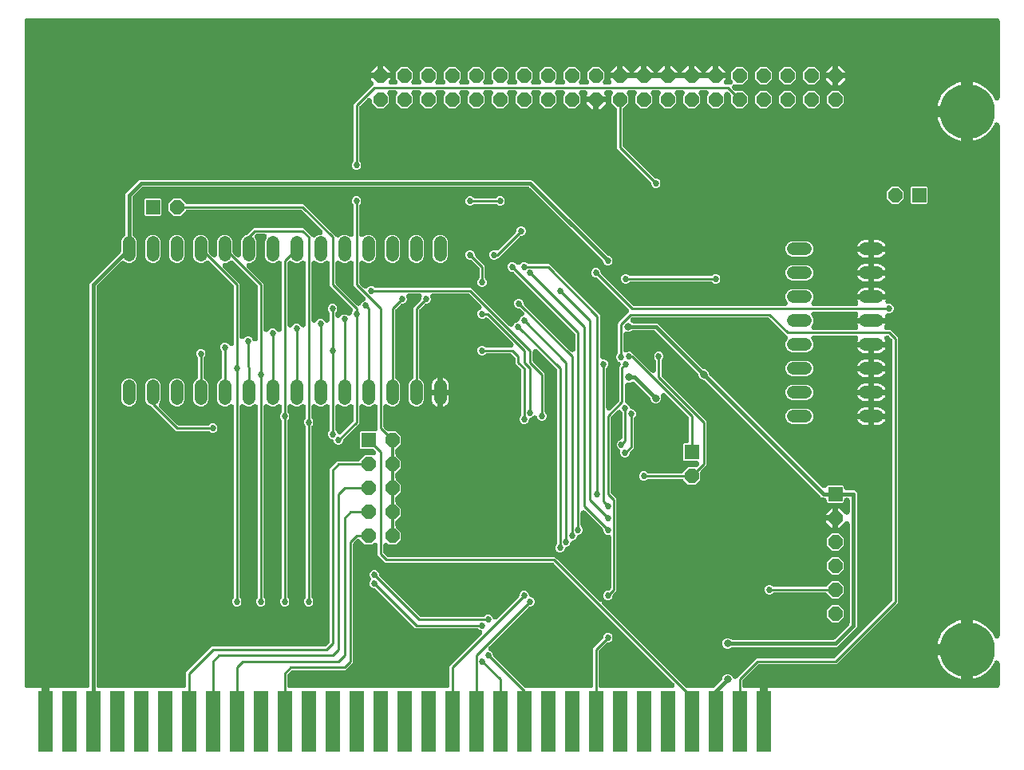
<source format=gbr>
G04 EAGLE Gerber RS-274X export*
G75*
%MOMM*%
%FSLAX34Y34*%
%LPD*%
%INBottom Copper*%
%IPPOS*%
%AMOC8*
5,1,8,0,0,1.08239X$1,22.5*%
G01*
%ADD10R,1.524000X6.477000*%
%ADD11C,1.320800*%
%ADD12P,1.649562X8X22.500000*%
%ADD13R,1.524000X1.524000*%
%ADD14P,1.649562X8X292.500000*%
%ADD15C,5.842000*%
%ADD16P,1.649562X8X202.500000*%
%ADD17C,0.406400*%
%ADD18C,0.457200*%
%ADD19C,0.254000*%
%ADD20C,0.685800*%
%ADD21C,0.812800*%
%ADD22C,0.812800*%
%ADD23C,0.304800*%

G36*
X69672Y85859D02*
X69672Y85859D01*
X69748Y85857D01*
X69917Y85879D01*
X70088Y85893D01*
X70162Y85911D01*
X70237Y85921D01*
X70401Y85970D01*
X70567Y86011D01*
X70636Y86041D01*
X70710Y86063D01*
X70863Y86139D01*
X71020Y86206D01*
X71084Y86247D01*
X71153Y86280D01*
X71292Y86379D01*
X71436Y86471D01*
X71493Y86522D01*
X71555Y86566D01*
X71676Y86686D01*
X71804Y86800D01*
X71852Y86859D01*
X71906Y86913D01*
X72007Y87051D01*
X72114Y87184D01*
X72151Y87250D01*
X72196Y87311D01*
X72273Y87464D01*
X72358Y87612D01*
X72384Y87684D01*
X72419Y87752D01*
X72470Y87915D01*
X72529Y88075D01*
X72544Y88150D01*
X72567Y88222D01*
X72579Y88327D01*
X72624Y88559D01*
X72631Y88795D01*
X72643Y88900D01*
X72643Y515057D01*
X73185Y516365D01*
X105279Y548459D01*
X105353Y548546D01*
X105434Y548626D01*
X105512Y548733D01*
X105598Y548835D01*
X105657Y548933D01*
X105724Y549025D01*
X105784Y549143D01*
X105853Y549257D01*
X105895Y549363D01*
X105947Y549465D01*
X105987Y549592D01*
X106036Y549715D01*
X106061Y549827D01*
X106095Y549936D01*
X106105Y550029D01*
X106143Y550197D01*
X106161Y550521D01*
X106171Y550613D01*
X106171Y560671D01*
X107409Y563659D01*
X109851Y566100D01*
X109925Y566188D01*
X110006Y566268D01*
X110084Y566375D01*
X110170Y566476D01*
X110229Y566574D01*
X110296Y566667D01*
X110356Y566785D01*
X110425Y566899D01*
X110467Y567005D01*
X110519Y567107D01*
X110559Y567234D01*
X110608Y567357D01*
X110633Y567468D01*
X110667Y567577D01*
X110677Y567671D01*
X110715Y567839D01*
X110733Y568163D01*
X110743Y568255D01*
X110743Y610307D01*
X111285Y611615D01*
X124985Y625315D01*
X126293Y625857D01*
X540457Y625857D01*
X541765Y625315D01*
X621484Y545596D01*
X621571Y545522D01*
X621651Y545441D01*
X621758Y545363D01*
X621860Y545277D01*
X621958Y545218D01*
X622050Y545151D01*
X622168Y545091D01*
X622282Y545022D01*
X622388Y544980D01*
X622490Y544928D01*
X622617Y544888D01*
X622740Y544839D01*
X622852Y544814D01*
X622961Y544780D01*
X623054Y544770D01*
X623210Y544735D01*
X625106Y543950D01*
X626500Y542556D01*
X627254Y540735D01*
X627254Y538765D01*
X626500Y536944D01*
X625106Y535550D01*
X623285Y534796D01*
X621315Y534796D01*
X619494Y535550D01*
X618100Y536944D01*
X617311Y538851D01*
X617306Y538903D01*
X617279Y539014D01*
X617261Y539127D01*
X617220Y539253D01*
X617188Y539382D01*
X617143Y539487D01*
X617107Y539596D01*
X617045Y539713D01*
X616993Y539835D01*
X616932Y539932D01*
X616879Y540033D01*
X616820Y540107D01*
X616728Y540252D01*
X616512Y540494D01*
X616454Y540566D01*
X539169Y617851D01*
X539082Y617925D01*
X539002Y618006D01*
X538895Y618084D01*
X538793Y618170D01*
X538695Y618229D01*
X538603Y618296D01*
X538485Y618356D01*
X538371Y618425D01*
X538265Y618467D01*
X538163Y618519D01*
X538036Y618559D01*
X537913Y618608D01*
X537801Y618633D01*
X537692Y618667D01*
X537599Y618677D01*
X537431Y618715D01*
X537107Y618733D01*
X537015Y618743D01*
X129735Y618743D01*
X129622Y618734D01*
X129507Y618735D01*
X129376Y618714D01*
X129244Y618703D01*
X129133Y618676D01*
X129020Y618658D01*
X128894Y618617D01*
X128765Y618585D01*
X128660Y618540D01*
X128551Y618504D01*
X128434Y618442D01*
X128312Y618390D01*
X128215Y618329D01*
X128114Y618276D01*
X128040Y618217D01*
X127895Y618125D01*
X127653Y617909D01*
X127581Y617851D01*
X118749Y609019D01*
X118675Y608932D01*
X118594Y608852D01*
X118516Y608745D01*
X118430Y608643D01*
X118371Y608545D01*
X118304Y608453D01*
X118244Y608335D01*
X118175Y608221D01*
X118133Y608115D01*
X118081Y608013D01*
X118041Y607886D01*
X117992Y607763D01*
X117967Y607651D01*
X117933Y607542D01*
X117923Y607449D01*
X117885Y607281D01*
X117867Y606957D01*
X117857Y606865D01*
X117857Y568255D01*
X117866Y568142D01*
X117865Y568027D01*
X117886Y567896D01*
X117897Y567764D01*
X117924Y567653D01*
X117942Y567540D01*
X117983Y567414D01*
X118015Y567285D01*
X118060Y567180D01*
X118096Y567071D01*
X118158Y566953D01*
X118210Y566831D01*
X118271Y566735D01*
X118324Y566634D01*
X118383Y566560D01*
X118475Y566415D01*
X118691Y566173D01*
X118749Y566100D01*
X121191Y563659D01*
X122429Y560671D01*
X122429Y544229D01*
X121191Y541241D01*
X118905Y538955D01*
X115917Y537717D01*
X112683Y537717D01*
X109618Y538987D01*
X109544Y539050D01*
X109479Y539089D01*
X109418Y539136D01*
X109268Y539216D01*
X109122Y539304D01*
X109051Y539333D01*
X108983Y539369D01*
X108822Y539424D01*
X108663Y539487D01*
X108589Y539504D01*
X108517Y539529D01*
X108348Y539557D01*
X108182Y539594D01*
X108106Y539599D01*
X108030Y539611D01*
X107860Y539612D01*
X107689Y539622D01*
X107613Y539614D01*
X107537Y539614D01*
X107368Y539588D01*
X107199Y539570D01*
X107125Y539550D01*
X107050Y539538D01*
X106887Y539484D01*
X106723Y539439D01*
X106654Y539407D01*
X106581Y539384D01*
X106429Y539305D01*
X106275Y539233D01*
X106211Y539191D01*
X106144Y539156D01*
X106061Y539090D01*
X105865Y538958D01*
X105693Y538796D01*
X105610Y538730D01*
X80649Y513769D01*
X80575Y513682D01*
X80494Y513602D01*
X80416Y513495D01*
X80330Y513393D01*
X80271Y513295D01*
X80204Y513203D01*
X80144Y513085D01*
X80075Y512971D01*
X80033Y512865D01*
X79981Y512763D01*
X79941Y512636D01*
X79892Y512513D01*
X79867Y512401D01*
X79833Y512292D01*
X79823Y512199D01*
X79785Y512031D01*
X79767Y511707D01*
X79757Y511615D01*
X79757Y88900D01*
X79763Y88824D01*
X79761Y88748D01*
X79783Y88579D01*
X79797Y88408D01*
X79815Y88334D01*
X79825Y88259D01*
X79874Y88095D01*
X79915Y87929D01*
X79945Y87860D01*
X79967Y87787D01*
X80043Y87633D01*
X80110Y87476D01*
X80151Y87412D01*
X80184Y87343D01*
X80283Y87204D01*
X80375Y87060D01*
X80426Y87003D01*
X80470Y86941D01*
X80590Y86820D01*
X80704Y86692D01*
X80763Y86644D01*
X80817Y86590D01*
X80955Y86489D01*
X81088Y86382D01*
X81154Y86345D01*
X81215Y86300D01*
X81368Y86223D01*
X81516Y86138D01*
X81588Y86112D01*
X81656Y86077D01*
X81819Y86026D01*
X81979Y85967D01*
X82054Y85952D01*
X82126Y85929D01*
X82231Y85917D01*
X82463Y85872D01*
X82699Y85865D01*
X82804Y85853D01*
X171958Y85853D01*
X172034Y85859D01*
X172110Y85857D01*
X172279Y85879D01*
X172450Y85893D01*
X172524Y85911D01*
X172599Y85921D01*
X172763Y85970D01*
X172929Y86011D01*
X172998Y86041D01*
X173072Y86063D01*
X173225Y86139D01*
X173382Y86206D01*
X173446Y86247D01*
X173515Y86280D01*
X173654Y86379D01*
X173798Y86471D01*
X173855Y86522D01*
X173917Y86566D01*
X174038Y86686D01*
X174166Y86800D01*
X174214Y86859D01*
X174268Y86913D01*
X174369Y87051D01*
X174476Y87184D01*
X174513Y87250D01*
X174558Y87311D01*
X174635Y87464D01*
X174720Y87612D01*
X174746Y87684D01*
X174781Y87752D01*
X174832Y87915D01*
X174891Y88075D01*
X174906Y88150D01*
X174929Y88222D01*
X174941Y88327D01*
X174986Y88559D01*
X174993Y88795D01*
X175005Y88900D01*
X175005Y102758D01*
X202042Y129795D01*
X321430Y129795D01*
X321544Y129804D01*
X321658Y129803D01*
X321790Y129824D01*
X321922Y129835D01*
X322033Y129862D01*
X322146Y129880D01*
X322272Y129921D01*
X322401Y129953D01*
X322506Y129998D01*
X322614Y130034D01*
X322732Y130096D01*
X322854Y130148D01*
X322950Y130209D01*
X323052Y130262D01*
X323125Y130321D01*
X323270Y130413D01*
X323512Y130629D01*
X323585Y130687D01*
X326513Y133615D01*
X326587Y133702D01*
X326668Y133782D01*
X326746Y133890D01*
X326832Y133991D01*
X326891Y134089D01*
X326958Y134181D01*
X327018Y134299D01*
X327087Y134414D01*
X327129Y134520D01*
X327181Y134622D01*
X327221Y134748D01*
X327270Y134872D01*
X327295Y134983D01*
X327329Y135092D01*
X327339Y135186D01*
X327377Y135353D01*
X327395Y135678D01*
X327405Y135770D01*
X327405Y318658D01*
X335392Y326645D01*
X356900Y326645D01*
X357014Y326654D01*
X357128Y326653D01*
X357259Y326674D01*
X357392Y326685D01*
X357502Y326712D01*
X357615Y326730D01*
X357742Y326771D01*
X357870Y326803D01*
X357975Y326848D01*
X358084Y326884D01*
X358202Y326946D01*
X358324Y326998D01*
X358420Y327059D01*
X358521Y327112D01*
X358595Y327171D01*
X358740Y327263D01*
X358982Y327479D01*
X359055Y327537D01*
X364512Y332995D01*
X373246Y332995D01*
X373284Y332998D01*
X373322Y332996D01*
X373530Y333018D01*
X373738Y333035D01*
X373775Y333044D01*
X373813Y333048D01*
X374014Y333103D01*
X374217Y333153D01*
X374252Y333168D01*
X374289Y333179D01*
X374478Y333266D01*
X374670Y333348D01*
X374702Y333368D01*
X374737Y333384D01*
X374911Y333501D01*
X375086Y333613D01*
X375115Y333638D01*
X375146Y333660D01*
X375299Y333803D01*
X375454Y333942D01*
X375478Y333971D01*
X375506Y333998D01*
X375633Y334163D01*
X375764Y334326D01*
X375783Y334359D01*
X375806Y334389D01*
X375905Y334573D01*
X376008Y334754D01*
X376021Y334790D01*
X376039Y334824D01*
X376107Y335021D01*
X376180Y335217D01*
X376187Y335254D01*
X376199Y335290D01*
X376234Y335497D01*
X376274Y335701D01*
X376276Y335739D01*
X376282Y335777D01*
X376283Y335986D01*
X376290Y336194D01*
X376285Y336232D01*
X376285Y336270D01*
X376252Y336477D01*
X376225Y336683D01*
X376214Y336720D01*
X376208Y336757D01*
X376143Y336955D01*
X376083Y337155D01*
X376066Y337190D01*
X376054Y337226D01*
X375958Y337411D01*
X375866Y337599D01*
X375844Y337630D01*
X375826Y337664D01*
X375768Y337736D01*
X375580Y338001D01*
X375459Y338123D01*
X375401Y338197D01*
X374385Y339213D01*
X374298Y339287D01*
X374218Y339368D01*
X374110Y339446D01*
X374009Y339532D01*
X373911Y339591D01*
X373819Y339658D01*
X373700Y339718D01*
X373586Y339787D01*
X373480Y339829D01*
X373378Y339881D01*
X373252Y339921D01*
X373128Y339970D01*
X373017Y339995D01*
X372908Y340029D01*
X372814Y340039D01*
X372647Y340077D01*
X372322Y340095D01*
X372230Y340105D01*
X360048Y340105D01*
X359155Y340998D01*
X359155Y357502D01*
X360048Y358395D01*
X375158Y358395D01*
X375234Y358401D01*
X375310Y358399D01*
X375479Y358421D01*
X375650Y358435D01*
X375724Y358453D01*
X375799Y358463D01*
X375963Y358512D01*
X376129Y358553D01*
X376198Y358583D01*
X376272Y358605D01*
X376425Y358681D01*
X376582Y358748D01*
X376646Y358789D01*
X376715Y358822D01*
X376854Y358921D01*
X376998Y359013D01*
X377055Y359064D01*
X377117Y359108D01*
X377238Y359228D01*
X377366Y359342D01*
X377414Y359401D01*
X377468Y359455D01*
X377569Y359593D01*
X377676Y359726D01*
X377713Y359792D01*
X377758Y359853D01*
X377835Y360006D01*
X377920Y360154D01*
X377946Y360226D01*
X377981Y360294D01*
X378032Y360457D01*
X378091Y360617D01*
X378106Y360692D01*
X378129Y360764D01*
X378141Y360869D01*
X378186Y361101D01*
X378193Y361337D01*
X378205Y361442D01*
X378205Y384499D01*
X378202Y384537D01*
X378204Y384575D01*
X378201Y384610D01*
X378201Y384635D01*
X378183Y384776D01*
X378182Y384783D01*
X378165Y384991D01*
X378156Y385027D01*
X378152Y385066D01*
X378138Y385117D01*
X378137Y385124D01*
X378124Y385166D01*
X378097Y385267D01*
X378047Y385469D01*
X378032Y385504D01*
X378021Y385541D01*
X377934Y385731D01*
X377852Y385923D01*
X377832Y385955D01*
X377816Y385990D01*
X377699Y386163D01*
X377587Y386339D01*
X377562Y386367D01*
X377540Y386399D01*
X377397Y386551D01*
X377258Y386707D01*
X377229Y386731D01*
X377202Y386758D01*
X377036Y386886D01*
X376874Y387017D01*
X376841Y387035D01*
X376811Y387059D01*
X376627Y387158D01*
X376446Y387261D01*
X376410Y387274D01*
X376376Y387292D01*
X376179Y387360D01*
X375983Y387432D01*
X375946Y387440D01*
X375910Y387452D01*
X375704Y387487D01*
X375499Y387527D01*
X375461Y387528D01*
X375423Y387534D01*
X375214Y387536D01*
X375006Y387542D01*
X374968Y387537D01*
X374930Y387537D01*
X374724Y387505D01*
X374517Y387478D01*
X374480Y387467D01*
X374443Y387461D01*
X374245Y387396D01*
X374045Y387335D01*
X374010Y387319D01*
X373974Y387307D01*
X373789Y387210D01*
X373744Y387188D01*
X373719Y387177D01*
X373708Y387171D01*
X373601Y387118D01*
X373570Y387096D01*
X373536Y387079D01*
X373464Y387021D01*
X373384Y386964D01*
X373302Y386912D01*
X373270Y386883D01*
X373199Y386833D01*
X373077Y386712D01*
X373003Y386653D01*
X372905Y386555D01*
X369917Y385317D01*
X366683Y385317D01*
X363695Y386555D01*
X363597Y386653D01*
X363568Y386678D01*
X363542Y386707D01*
X363484Y386754D01*
X363445Y386793D01*
X363357Y386857D01*
X363221Y386973D01*
X363188Y386993D01*
X363158Y387017D01*
X363066Y387069D01*
X363046Y387084D01*
X362998Y387108D01*
X362977Y387120D01*
X362798Y387228D01*
X362763Y387242D01*
X362730Y387261D01*
X362534Y387333D01*
X362340Y387411D01*
X362303Y387419D01*
X362267Y387432D01*
X362063Y387472D01*
X361859Y387517D01*
X361820Y387520D01*
X361783Y387527D01*
X361576Y387533D01*
X361366Y387545D01*
X361328Y387541D01*
X361290Y387542D01*
X361083Y387515D01*
X360875Y387493D01*
X360839Y387483D01*
X360801Y387478D01*
X360601Y387417D01*
X360400Y387362D01*
X360365Y387346D01*
X360328Y387335D01*
X360141Y387243D01*
X359951Y387157D01*
X359920Y387135D01*
X359885Y387118D01*
X359715Y386998D01*
X359542Y386881D01*
X359514Y386855D01*
X359483Y386833D01*
X359335Y386686D01*
X359182Y386543D01*
X359159Y386513D01*
X359132Y386486D01*
X359009Y386318D01*
X358882Y386152D01*
X358864Y386118D01*
X358842Y386087D01*
X358748Y385902D01*
X358649Y385717D01*
X358637Y385681D01*
X358619Y385647D01*
X358557Y385448D01*
X358511Y385315D01*
X358509Y385308D01*
X358508Y385307D01*
X358489Y385251D01*
X358483Y385213D01*
X358471Y385177D01*
X358461Y385084D01*
X358434Y384927D01*
X358414Y384824D01*
X358413Y384805D01*
X358406Y384764D01*
X358405Y384592D01*
X358395Y384499D01*
X358395Y367142D01*
X342396Y351144D01*
X342322Y351057D01*
X342241Y350977D01*
X342163Y350869D01*
X342077Y350768D01*
X342018Y350670D01*
X341951Y350578D01*
X341891Y350459D01*
X341822Y350345D01*
X341780Y350239D01*
X341728Y350137D01*
X341688Y350011D01*
X341639Y349887D01*
X341614Y349776D01*
X341580Y349667D01*
X341570Y349573D01*
X341532Y349406D01*
X341514Y349081D01*
X341504Y348989D01*
X341504Y348265D01*
X340750Y346444D01*
X339356Y345050D01*
X337535Y344296D01*
X335565Y344296D01*
X333744Y345050D01*
X332350Y346444D01*
X331382Y348783D01*
X331330Y348884D01*
X331287Y348990D01*
X331217Y349103D01*
X331157Y349222D01*
X331089Y349313D01*
X331029Y349411D01*
X330943Y349512D01*
X330864Y349618D01*
X330782Y349698D01*
X330707Y349785D01*
X330606Y349870D01*
X330511Y349963D01*
X330417Y350028D01*
X330329Y350102D01*
X330247Y350147D01*
X330106Y350246D01*
X329814Y350387D01*
X329733Y350432D01*
X327394Y351400D01*
X326000Y352794D01*
X325246Y354615D01*
X325246Y356585D01*
X326000Y358406D01*
X326513Y358918D01*
X326587Y359005D01*
X326668Y359086D01*
X326746Y359193D01*
X326832Y359294D01*
X326891Y359392D01*
X326958Y359484D01*
X327018Y359603D01*
X327087Y359717D01*
X327129Y359823D01*
X327181Y359925D01*
X327221Y360052D01*
X327270Y360175D01*
X327295Y360286D01*
X327329Y360395D01*
X327339Y360489D01*
X327377Y360657D01*
X327395Y360981D01*
X327405Y361073D01*
X327405Y384499D01*
X327402Y384537D01*
X327404Y384575D01*
X327401Y384610D01*
X327401Y384635D01*
X327383Y384776D01*
X327382Y384783D01*
X327365Y384991D01*
X327356Y385027D01*
X327352Y385066D01*
X327338Y385117D01*
X327337Y385124D01*
X327324Y385166D01*
X327297Y385267D01*
X327247Y385469D01*
X327232Y385504D01*
X327221Y385541D01*
X327134Y385731D01*
X327052Y385923D01*
X327032Y385955D01*
X327016Y385990D01*
X326899Y386163D01*
X326787Y386339D01*
X326762Y386367D01*
X326740Y386399D01*
X326597Y386551D01*
X326458Y386707D01*
X326429Y386731D01*
X326402Y386758D01*
X326236Y386886D01*
X326074Y387017D01*
X326041Y387035D01*
X326011Y387059D01*
X325827Y387158D01*
X325646Y387261D01*
X325610Y387274D01*
X325576Y387292D01*
X325379Y387360D01*
X325183Y387432D01*
X325146Y387440D01*
X325110Y387452D01*
X324904Y387487D01*
X324699Y387527D01*
X324661Y387528D01*
X324623Y387534D01*
X324414Y387536D01*
X324206Y387542D01*
X324168Y387537D01*
X324130Y387537D01*
X323924Y387505D01*
X323717Y387478D01*
X323680Y387467D01*
X323643Y387461D01*
X323445Y387396D01*
X323245Y387335D01*
X323210Y387319D01*
X323174Y387307D01*
X322989Y387210D01*
X322944Y387188D01*
X322919Y387177D01*
X322908Y387171D01*
X322801Y387118D01*
X322770Y387096D01*
X322736Y387079D01*
X322664Y387021D01*
X322584Y386964D01*
X322502Y386912D01*
X322470Y386883D01*
X322399Y386833D01*
X322277Y386712D01*
X322203Y386653D01*
X322105Y386555D01*
X319117Y385317D01*
X315883Y385317D01*
X312895Y386555D01*
X312797Y386653D01*
X312768Y386678D01*
X312742Y386707D01*
X312684Y386754D01*
X312645Y386793D01*
X312557Y386857D01*
X312421Y386973D01*
X312388Y386993D01*
X312358Y387017D01*
X312266Y387069D01*
X312246Y387084D01*
X312198Y387108D01*
X312177Y387120D01*
X311998Y387228D01*
X311963Y387242D01*
X311930Y387261D01*
X311734Y387333D01*
X311540Y387411D01*
X311503Y387419D01*
X311467Y387432D01*
X311263Y387472D01*
X311059Y387517D01*
X311020Y387520D01*
X310983Y387527D01*
X310776Y387533D01*
X310566Y387545D01*
X310528Y387541D01*
X310490Y387542D01*
X310283Y387515D01*
X310075Y387493D01*
X310039Y387483D01*
X310001Y387478D01*
X309801Y387417D01*
X309600Y387362D01*
X309565Y387346D01*
X309528Y387335D01*
X309341Y387243D01*
X309151Y387157D01*
X309120Y387135D01*
X309085Y387118D01*
X308915Y386998D01*
X308742Y386881D01*
X308714Y386855D01*
X308683Y386833D01*
X308535Y386686D01*
X308382Y386543D01*
X308359Y386513D01*
X308332Y386486D01*
X308209Y386318D01*
X308082Y386152D01*
X308064Y386118D01*
X308042Y386087D01*
X307948Y385902D01*
X307849Y385717D01*
X307837Y385681D01*
X307819Y385647D01*
X307757Y385448D01*
X307711Y385315D01*
X307709Y385308D01*
X307708Y385307D01*
X307689Y385251D01*
X307683Y385213D01*
X307671Y385177D01*
X307661Y385084D01*
X307634Y384927D01*
X307614Y384824D01*
X307613Y384805D01*
X307606Y384764D01*
X307605Y384592D01*
X307595Y384499D01*
X307595Y373773D01*
X307604Y373659D01*
X307603Y373545D01*
X307624Y373414D01*
X307635Y373281D01*
X307662Y373171D01*
X307680Y373058D01*
X307721Y372931D01*
X307753Y372803D01*
X307798Y372698D01*
X307834Y372589D01*
X307896Y372471D01*
X307948Y372349D01*
X308009Y372253D01*
X308062Y372152D01*
X308121Y372078D01*
X308213Y371933D01*
X308429Y371691D01*
X308487Y371618D01*
X309000Y371106D01*
X309754Y369285D01*
X309754Y367315D01*
X309000Y365494D01*
X308487Y364982D01*
X308413Y364895D01*
X308332Y364814D01*
X308254Y364707D01*
X308168Y364606D01*
X308109Y364508D01*
X308042Y364416D01*
X307982Y364297D01*
X307913Y364183D01*
X307871Y364077D01*
X307819Y363975D01*
X307779Y363848D01*
X307730Y363725D01*
X307705Y363614D01*
X307671Y363505D01*
X307661Y363411D01*
X307623Y363243D01*
X307605Y362919D01*
X307595Y362827D01*
X307595Y183273D01*
X307599Y183222D01*
X307599Y183213D01*
X307601Y183191D01*
X307604Y183159D01*
X307603Y183045D01*
X307624Y182914D01*
X307635Y182781D01*
X307662Y182671D01*
X307680Y182558D01*
X307721Y182431D01*
X307753Y182303D01*
X307798Y182198D01*
X307834Y182089D01*
X307896Y181971D01*
X307948Y181849D01*
X308009Y181753D01*
X308062Y181652D01*
X308121Y181578D01*
X308213Y181433D01*
X308429Y181191D01*
X308487Y181118D01*
X309000Y180606D01*
X309754Y178785D01*
X309754Y176815D01*
X309000Y174994D01*
X307606Y173600D01*
X305785Y172846D01*
X303815Y172846D01*
X301994Y173600D01*
X300600Y174994D01*
X299846Y176815D01*
X299846Y178785D01*
X300600Y180606D01*
X301113Y181118D01*
X301187Y181205D01*
X301268Y181286D01*
X301346Y181393D01*
X301432Y181494D01*
X301491Y181592D01*
X301558Y181684D01*
X301618Y181803D01*
X301687Y181917D01*
X301729Y182023D01*
X301781Y182125D01*
X301821Y182252D01*
X301870Y182375D01*
X301895Y182486D01*
X301929Y182595D01*
X301939Y182689D01*
X301977Y182857D01*
X301986Y183023D01*
X301986Y183024D01*
X301986Y183026D01*
X301995Y183181D01*
X302005Y183273D01*
X302005Y362827D01*
X301996Y362941D01*
X301997Y363055D01*
X301976Y363186D01*
X301965Y363319D01*
X301938Y363429D01*
X301920Y363542D01*
X301879Y363669D01*
X301847Y363797D01*
X301802Y363902D01*
X301766Y364011D01*
X301704Y364129D01*
X301652Y364251D01*
X301591Y364347D01*
X301538Y364448D01*
X301479Y364522D01*
X301387Y364667D01*
X301171Y364909D01*
X301113Y364982D01*
X300600Y365494D01*
X299846Y367315D01*
X299846Y369285D01*
X300600Y371106D01*
X301113Y371618D01*
X301187Y371705D01*
X301268Y371786D01*
X301346Y371893D01*
X301432Y371994D01*
X301491Y372092D01*
X301558Y372184D01*
X301618Y372303D01*
X301687Y372417D01*
X301729Y372523D01*
X301781Y372625D01*
X301821Y372752D01*
X301870Y372875D01*
X301895Y372986D01*
X301929Y373095D01*
X301939Y373189D01*
X301977Y373357D01*
X301995Y373681D01*
X302005Y373773D01*
X302005Y384499D01*
X302002Y384537D01*
X302004Y384575D01*
X302001Y384610D01*
X302001Y384635D01*
X301983Y384776D01*
X301982Y384783D01*
X301965Y384991D01*
X301956Y385027D01*
X301952Y385066D01*
X301938Y385117D01*
X301937Y385124D01*
X301924Y385166D01*
X301897Y385267D01*
X301847Y385469D01*
X301832Y385504D01*
X301821Y385541D01*
X301734Y385731D01*
X301652Y385923D01*
X301632Y385955D01*
X301616Y385990D01*
X301499Y386163D01*
X301387Y386339D01*
X301362Y386367D01*
X301340Y386399D01*
X301197Y386551D01*
X301058Y386707D01*
X301029Y386731D01*
X301002Y386758D01*
X300836Y386886D01*
X300674Y387017D01*
X300641Y387035D01*
X300611Y387059D01*
X300427Y387158D01*
X300246Y387261D01*
X300210Y387274D01*
X300176Y387292D01*
X299979Y387360D01*
X299783Y387432D01*
X299746Y387440D01*
X299710Y387452D01*
X299504Y387487D01*
X299299Y387527D01*
X299261Y387528D01*
X299223Y387534D01*
X299014Y387536D01*
X298806Y387542D01*
X298768Y387537D01*
X298730Y387537D01*
X298524Y387505D01*
X298317Y387478D01*
X298280Y387467D01*
X298243Y387461D01*
X298045Y387396D01*
X297845Y387335D01*
X297810Y387319D01*
X297774Y387307D01*
X297589Y387210D01*
X297544Y387188D01*
X297519Y387177D01*
X297508Y387171D01*
X297401Y387118D01*
X297370Y387096D01*
X297336Y387079D01*
X297264Y387021D01*
X297184Y386964D01*
X297102Y386912D01*
X297070Y386883D01*
X296999Y386833D01*
X296877Y386712D01*
X296803Y386653D01*
X296705Y386555D01*
X293717Y385317D01*
X290483Y385317D01*
X287495Y386555D01*
X287397Y386653D01*
X287368Y386678D01*
X287342Y386707D01*
X287284Y386754D01*
X287245Y386793D01*
X287157Y386857D01*
X287021Y386973D01*
X286988Y386993D01*
X286958Y387017D01*
X286866Y387069D01*
X286846Y387084D01*
X286798Y387108D01*
X286777Y387120D01*
X286598Y387228D01*
X286563Y387242D01*
X286530Y387261D01*
X286334Y387333D01*
X286140Y387411D01*
X286103Y387419D01*
X286067Y387432D01*
X285863Y387472D01*
X285659Y387517D01*
X285620Y387520D01*
X285583Y387527D01*
X285376Y387533D01*
X285166Y387545D01*
X285128Y387541D01*
X285090Y387542D01*
X284883Y387515D01*
X284675Y387493D01*
X284639Y387483D01*
X284601Y387478D01*
X284401Y387417D01*
X284200Y387362D01*
X284165Y387346D01*
X284128Y387335D01*
X283941Y387243D01*
X283751Y387157D01*
X283720Y387135D01*
X283685Y387118D01*
X283515Y386998D01*
X283342Y386881D01*
X283314Y386855D01*
X283283Y386833D01*
X283135Y386686D01*
X282982Y386543D01*
X282959Y386513D01*
X282932Y386486D01*
X282809Y386318D01*
X282682Y386152D01*
X282664Y386118D01*
X282642Y386087D01*
X282548Y385902D01*
X282449Y385717D01*
X282437Y385681D01*
X282419Y385647D01*
X282357Y385448D01*
X282311Y385315D01*
X282309Y385308D01*
X282308Y385307D01*
X282289Y385251D01*
X282283Y385213D01*
X282271Y385177D01*
X282261Y385084D01*
X282234Y384927D01*
X282214Y384824D01*
X282213Y384805D01*
X282206Y384764D01*
X282205Y384592D01*
X282195Y384499D01*
X282195Y380123D01*
X282204Y380009D01*
X282203Y379895D01*
X282224Y379764D01*
X282235Y379631D01*
X282262Y379521D01*
X282280Y379408D01*
X282321Y379281D01*
X282353Y379153D01*
X282398Y379048D01*
X282434Y378939D01*
X282496Y378821D01*
X282548Y378699D01*
X282609Y378603D01*
X282662Y378502D01*
X282721Y378428D01*
X282813Y378283D01*
X283029Y378041D01*
X283087Y377968D01*
X283600Y377456D01*
X284354Y375635D01*
X284354Y373665D01*
X283600Y371844D01*
X283087Y371332D01*
X283013Y371245D01*
X282932Y371164D01*
X282854Y371057D01*
X282768Y370956D01*
X282709Y370858D01*
X282642Y370766D01*
X282582Y370647D01*
X282513Y370533D01*
X282471Y370427D01*
X282419Y370325D01*
X282379Y370198D01*
X282330Y370075D01*
X282305Y369964D01*
X282271Y369855D01*
X282261Y369761D01*
X282223Y369593D01*
X282205Y369269D01*
X282195Y369177D01*
X282195Y183273D01*
X282199Y183222D01*
X282199Y183213D01*
X282201Y183191D01*
X282204Y183159D01*
X282203Y183045D01*
X282224Y182914D01*
X282235Y182781D01*
X282262Y182671D01*
X282280Y182558D01*
X282321Y182431D01*
X282353Y182303D01*
X282398Y182198D01*
X282434Y182089D01*
X282496Y181971D01*
X282548Y181849D01*
X282609Y181753D01*
X282662Y181652D01*
X282721Y181578D01*
X282813Y181433D01*
X283029Y181191D01*
X283087Y181118D01*
X283600Y180606D01*
X284354Y178785D01*
X284354Y176815D01*
X283600Y174994D01*
X282206Y173600D01*
X280385Y172846D01*
X278415Y172846D01*
X276594Y173600D01*
X275200Y174994D01*
X274446Y176815D01*
X274446Y178785D01*
X275200Y180606D01*
X275713Y181118D01*
X275787Y181205D01*
X275868Y181286D01*
X275946Y181393D01*
X276032Y181494D01*
X276091Y181592D01*
X276158Y181684D01*
X276218Y181803D01*
X276287Y181917D01*
X276329Y182023D01*
X276381Y182125D01*
X276421Y182252D01*
X276470Y182375D01*
X276495Y182486D01*
X276529Y182595D01*
X276539Y182689D01*
X276577Y182857D01*
X276586Y183023D01*
X276586Y183024D01*
X276586Y183026D01*
X276595Y183181D01*
X276605Y183273D01*
X276605Y369177D01*
X276596Y369291D01*
X276597Y369405D01*
X276576Y369536D01*
X276565Y369669D01*
X276538Y369779D01*
X276520Y369892D01*
X276479Y370019D01*
X276447Y370147D01*
X276402Y370252D01*
X276366Y370361D01*
X276304Y370479D01*
X276252Y370601D01*
X276191Y370697D01*
X276138Y370798D01*
X276079Y370872D01*
X275987Y371017D01*
X275837Y371184D01*
X275822Y371206D01*
X275780Y371248D01*
X275771Y371259D01*
X275713Y371332D01*
X275200Y371844D01*
X274446Y373665D01*
X274446Y375635D01*
X275200Y377456D01*
X275713Y377968D01*
X275787Y378055D01*
X275868Y378136D01*
X275946Y378243D01*
X276032Y378344D01*
X276091Y378442D01*
X276158Y378534D01*
X276218Y378653D01*
X276287Y378767D01*
X276329Y378873D01*
X276381Y378975D01*
X276421Y379102D01*
X276470Y379225D01*
X276495Y379336D01*
X276529Y379445D01*
X276539Y379539D01*
X276577Y379707D01*
X276595Y380031D01*
X276605Y380123D01*
X276605Y384499D01*
X276602Y384537D01*
X276604Y384575D01*
X276601Y384610D01*
X276601Y384635D01*
X276583Y384776D01*
X276582Y384783D01*
X276565Y384991D01*
X276556Y385027D01*
X276552Y385066D01*
X276538Y385117D01*
X276537Y385124D01*
X276524Y385166D01*
X276497Y385267D01*
X276447Y385469D01*
X276432Y385504D01*
X276421Y385541D01*
X276334Y385731D01*
X276252Y385923D01*
X276232Y385955D01*
X276216Y385990D01*
X276099Y386163D01*
X275987Y386339D01*
X275962Y386367D01*
X275940Y386399D01*
X275797Y386551D01*
X275658Y386707D01*
X275629Y386731D01*
X275602Y386758D01*
X275436Y386886D01*
X275274Y387017D01*
X275241Y387035D01*
X275211Y387059D01*
X275027Y387158D01*
X274846Y387261D01*
X274810Y387274D01*
X274776Y387292D01*
X274579Y387360D01*
X274383Y387432D01*
X274346Y387440D01*
X274310Y387452D01*
X274104Y387487D01*
X273899Y387527D01*
X273861Y387528D01*
X273823Y387534D01*
X273614Y387536D01*
X273406Y387542D01*
X273368Y387537D01*
X273330Y387537D01*
X273124Y387505D01*
X272917Y387478D01*
X272880Y387467D01*
X272843Y387461D01*
X272645Y387396D01*
X272445Y387335D01*
X272410Y387319D01*
X272374Y387307D01*
X272189Y387210D01*
X272144Y387188D01*
X272119Y387177D01*
X272108Y387171D01*
X272001Y387118D01*
X271970Y387096D01*
X271936Y387079D01*
X271864Y387021D01*
X271784Y386964D01*
X271702Y386912D01*
X271670Y386883D01*
X271599Y386833D01*
X271477Y386712D01*
X271403Y386653D01*
X271305Y386555D01*
X268317Y385317D01*
X265083Y385317D01*
X262095Y386555D01*
X261997Y386653D01*
X261968Y386678D01*
X261942Y386707D01*
X261884Y386754D01*
X261845Y386793D01*
X261757Y386857D01*
X261621Y386973D01*
X261588Y386993D01*
X261558Y387017D01*
X261466Y387069D01*
X261446Y387084D01*
X261398Y387108D01*
X261377Y387120D01*
X261198Y387228D01*
X261163Y387242D01*
X261130Y387261D01*
X260934Y387333D01*
X260740Y387411D01*
X260703Y387419D01*
X260667Y387432D01*
X260463Y387472D01*
X260259Y387517D01*
X260220Y387520D01*
X260183Y387527D01*
X259976Y387533D01*
X259766Y387545D01*
X259728Y387541D01*
X259690Y387542D01*
X259483Y387515D01*
X259275Y387493D01*
X259239Y387483D01*
X259201Y387478D01*
X259001Y387417D01*
X258800Y387362D01*
X258765Y387346D01*
X258728Y387335D01*
X258541Y387243D01*
X258351Y387157D01*
X258320Y387135D01*
X258285Y387118D01*
X258115Y386998D01*
X257942Y386881D01*
X257914Y386855D01*
X257883Y386833D01*
X257735Y386686D01*
X257582Y386543D01*
X257559Y386513D01*
X257532Y386486D01*
X257409Y386318D01*
X257282Y386152D01*
X257264Y386118D01*
X257242Y386087D01*
X257148Y385902D01*
X257049Y385717D01*
X257037Y385681D01*
X257019Y385647D01*
X256957Y385448D01*
X256911Y385315D01*
X256909Y385308D01*
X256908Y385307D01*
X256889Y385251D01*
X256883Y385213D01*
X256871Y385177D01*
X256861Y385084D01*
X256834Y384927D01*
X256814Y384824D01*
X256813Y384805D01*
X256806Y384764D01*
X256805Y384592D01*
X256795Y384499D01*
X256795Y183273D01*
X256799Y183222D01*
X256799Y183213D01*
X256801Y183191D01*
X256804Y183159D01*
X256803Y183045D01*
X256824Y182914D01*
X256835Y182781D01*
X256862Y182671D01*
X256880Y182558D01*
X256921Y182431D01*
X256953Y182303D01*
X256998Y182198D01*
X257034Y182089D01*
X257095Y181971D01*
X257148Y181849D01*
X257209Y181753D01*
X257262Y181652D01*
X257321Y181578D01*
X257413Y181433D01*
X257629Y181191D01*
X257687Y181118D01*
X258200Y180606D01*
X258954Y178785D01*
X258954Y176815D01*
X258200Y174994D01*
X256806Y173600D01*
X254985Y172846D01*
X253015Y172846D01*
X251194Y173600D01*
X249800Y174994D01*
X249046Y176815D01*
X249046Y178785D01*
X249800Y180606D01*
X250313Y181118D01*
X250387Y181205D01*
X250468Y181286D01*
X250546Y181393D01*
X250632Y181494D01*
X250691Y181592D01*
X250758Y181684D01*
X250818Y181803D01*
X250887Y181917D01*
X250929Y182023D01*
X250981Y182125D01*
X251021Y182252D01*
X251070Y182375D01*
X251095Y182486D01*
X251129Y182595D01*
X251139Y182689D01*
X251177Y182857D01*
X251186Y183023D01*
X251186Y183024D01*
X251186Y183026D01*
X251195Y183181D01*
X251205Y183273D01*
X251205Y384499D01*
X251202Y384537D01*
X251204Y384575D01*
X251201Y384610D01*
X251201Y384635D01*
X251183Y384776D01*
X251182Y384783D01*
X251165Y384991D01*
X251156Y385027D01*
X251152Y385066D01*
X251138Y385117D01*
X251137Y385124D01*
X251124Y385166D01*
X251097Y385267D01*
X251047Y385469D01*
X251032Y385504D01*
X251021Y385541D01*
X250934Y385731D01*
X250852Y385923D01*
X250832Y385955D01*
X250816Y385990D01*
X250699Y386163D01*
X250587Y386339D01*
X250562Y386367D01*
X250540Y386399D01*
X250397Y386551D01*
X250258Y386707D01*
X250229Y386731D01*
X250202Y386758D01*
X250036Y386886D01*
X249874Y387017D01*
X249841Y387035D01*
X249811Y387059D01*
X249627Y387158D01*
X249446Y387261D01*
X249410Y387274D01*
X249376Y387292D01*
X249179Y387360D01*
X248983Y387432D01*
X248946Y387440D01*
X248910Y387452D01*
X248704Y387487D01*
X248499Y387527D01*
X248461Y387528D01*
X248423Y387534D01*
X248214Y387536D01*
X248006Y387542D01*
X247968Y387537D01*
X247930Y387537D01*
X247724Y387505D01*
X247517Y387478D01*
X247480Y387467D01*
X247443Y387461D01*
X247245Y387396D01*
X247045Y387335D01*
X247010Y387319D01*
X246974Y387307D01*
X246789Y387210D01*
X246744Y387188D01*
X246719Y387177D01*
X246708Y387171D01*
X246601Y387118D01*
X246570Y387096D01*
X246536Y387079D01*
X246464Y387021D01*
X246384Y386964D01*
X246302Y386912D01*
X246270Y386883D01*
X246199Y386833D01*
X246077Y386712D01*
X246003Y386653D01*
X245905Y386555D01*
X242917Y385317D01*
X239683Y385317D01*
X236695Y386555D01*
X236597Y386653D01*
X236568Y386678D01*
X236542Y386707D01*
X236484Y386754D01*
X236445Y386793D01*
X236357Y386857D01*
X236221Y386973D01*
X236188Y386993D01*
X236158Y387017D01*
X236066Y387069D01*
X236046Y387084D01*
X235998Y387108D01*
X235977Y387120D01*
X235798Y387228D01*
X235763Y387242D01*
X235730Y387261D01*
X235534Y387333D01*
X235340Y387411D01*
X235303Y387419D01*
X235267Y387432D01*
X235063Y387472D01*
X234859Y387517D01*
X234820Y387520D01*
X234783Y387527D01*
X234576Y387533D01*
X234366Y387545D01*
X234328Y387541D01*
X234290Y387542D01*
X234083Y387515D01*
X233875Y387493D01*
X233839Y387483D01*
X233801Y387478D01*
X233601Y387417D01*
X233400Y387362D01*
X233365Y387346D01*
X233328Y387335D01*
X233141Y387243D01*
X232951Y387157D01*
X232920Y387135D01*
X232885Y387118D01*
X232715Y386998D01*
X232542Y386881D01*
X232514Y386855D01*
X232483Y386833D01*
X232335Y386686D01*
X232182Y386543D01*
X232159Y386513D01*
X232132Y386486D01*
X232009Y386318D01*
X231882Y386152D01*
X231864Y386118D01*
X231842Y386087D01*
X231748Y385902D01*
X231649Y385717D01*
X231637Y385681D01*
X231619Y385647D01*
X231557Y385448D01*
X231511Y385315D01*
X231509Y385308D01*
X231508Y385307D01*
X231489Y385251D01*
X231483Y385213D01*
X231471Y385177D01*
X231461Y385084D01*
X231434Y384927D01*
X231414Y384824D01*
X231413Y384805D01*
X231406Y384764D01*
X231405Y384592D01*
X231395Y384499D01*
X231395Y183273D01*
X231399Y183222D01*
X231399Y183213D01*
X231401Y183191D01*
X231404Y183159D01*
X231403Y183045D01*
X231424Y182914D01*
X231435Y182781D01*
X231462Y182671D01*
X231480Y182558D01*
X231521Y182431D01*
X231553Y182303D01*
X231598Y182198D01*
X231634Y182089D01*
X231696Y181971D01*
X231748Y181849D01*
X231809Y181753D01*
X231862Y181652D01*
X231921Y181578D01*
X232013Y181433D01*
X232229Y181191D01*
X232287Y181118D01*
X232800Y180606D01*
X233554Y178785D01*
X233554Y176815D01*
X232800Y174994D01*
X231406Y173600D01*
X229585Y172846D01*
X227615Y172846D01*
X225794Y173600D01*
X224400Y174994D01*
X223646Y176815D01*
X223646Y178785D01*
X224400Y180606D01*
X224913Y181118D01*
X224987Y181205D01*
X225068Y181286D01*
X225146Y181393D01*
X225232Y181494D01*
X225291Y181592D01*
X225358Y181684D01*
X225418Y181803D01*
X225487Y181917D01*
X225529Y182023D01*
X225581Y182125D01*
X225621Y182252D01*
X225670Y182375D01*
X225695Y182486D01*
X225729Y182595D01*
X225739Y182689D01*
X225777Y182857D01*
X225786Y183023D01*
X225786Y183024D01*
X225786Y183026D01*
X225795Y183181D01*
X225805Y183273D01*
X225805Y384499D01*
X225802Y384537D01*
X225804Y384575D01*
X225801Y384610D01*
X225801Y384635D01*
X225783Y384776D01*
X225782Y384783D01*
X225765Y384991D01*
X225756Y385027D01*
X225752Y385066D01*
X225738Y385117D01*
X225737Y385124D01*
X225724Y385166D01*
X225697Y385267D01*
X225647Y385469D01*
X225632Y385504D01*
X225621Y385541D01*
X225534Y385731D01*
X225452Y385923D01*
X225432Y385955D01*
X225416Y385990D01*
X225299Y386163D01*
X225187Y386339D01*
X225162Y386367D01*
X225140Y386399D01*
X224997Y386551D01*
X224858Y386707D01*
X224829Y386731D01*
X224802Y386758D01*
X224636Y386886D01*
X224474Y387017D01*
X224441Y387035D01*
X224411Y387059D01*
X224227Y387158D01*
X224046Y387261D01*
X224010Y387274D01*
X223976Y387292D01*
X223779Y387360D01*
X223583Y387432D01*
X223546Y387440D01*
X223510Y387452D01*
X223304Y387487D01*
X223099Y387527D01*
X223061Y387528D01*
X223023Y387534D01*
X222814Y387536D01*
X222606Y387542D01*
X222568Y387537D01*
X222530Y387537D01*
X222324Y387505D01*
X222117Y387478D01*
X222080Y387467D01*
X222043Y387461D01*
X221845Y387396D01*
X221645Y387335D01*
X221610Y387319D01*
X221574Y387307D01*
X221389Y387210D01*
X221344Y387188D01*
X221319Y387177D01*
X221308Y387171D01*
X221201Y387118D01*
X221170Y387096D01*
X221136Y387079D01*
X221064Y387021D01*
X220984Y386964D01*
X220902Y386912D01*
X220870Y386883D01*
X220799Y386833D01*
X220677Y386712D01*
X220603Y386653D01*
X220505Y386555D01*
X217517Y385317D01*
X214283Y385317D01*
X211295Y386555D01*
X209009Y388841D01*
X207771Y391829D01*
X207771Y408271D01*
X209009Y411259D01*
X211310Y413560D01*
X211418Y413615D01*
X211615Y413711D01*
X211638Y413728D01*
X211663Y413741D01*
X211839Y413871D01*
X212017Y413997D01*
X212037Y414017D01*
X212060Y414034D01*
X212213Y414190D01*
X212368Y414343D01*
X212385Y414366D01*
X212404Y414387D01*
X212530Y414566D01*
X212658Y414742D01*
X212671Y414768D01*
X212687Y414791D01*
X212782Y414988D01*
X212881Y415183D01*
X212889Y415210D01*
X212901Y415235D01*
X212963Y415444D01*
X213029Y415653D01*
X213032Y415677D01*
X213041Y415709D01*
X213102Y416198D01*
X213099Y416278D01*
X213105Y416331D01*
X213105Y442603D01*
X213096Y442717D01*
X213097Y442831D01*
X213076Y442962D01*
X213065Y443095D01*
X213038Y443205D01*
X213020Y443318D01*
X212979Y443445D01*
X212947Y443573D01*
X212902Y443678D01*
X212866Y443787D01*
X212804Y443905D01*
X212752Y444027D01*
X212691Y444123D01*
X212638Y444224D01*
X212579Y444298D01*
X212487Y444443D01*
X212271Y444685D01*
X212213Y444758D01*
X211700Y445270D01*
X210946Y447091D01*
X210946Y449061D01*
X211700Y450882D01*
X213094Y452276D01*
X214915Y453030D01*
X216885Y453030D01*
X218706Y452276D01*
X220190Y450792D01*
X220252Y450707D01*
X220329Y450587D01*
X220398Y450509D01*
X220460Y450425D01*
X220563Y450325D01*
X220658Y450219D01*
X220739Y450153D01*
X220814Y450081D01*
X220931Y449999D01*
X221042Y449909D01*
X221132Y449858D01*
X221218Y449798D01*
X221346Y449736D01*
X221470Y449665D01*
X221568Y449629D01*
X221662Y449583D01*
X221799Y449543D01*
X221933Y449493D01*
X222035Y449473D01*
X222135Y449444D01*
X222277Y449426D01*
X222417Y449399D01*
X222521Y449395D01*
X222625Y449382D01*
X222768Y449388D01*
X222910Y449383D01*
X223013Y449397D01*
X223118Y449401D01*
X223258Y449429D01*
X223399Y449448D01*
X223499Y449478D01*
X223601Y449499D01*
X223735Y449549D01*
X223872Y449590D01*
X223965Y449636D01*
X224063Y449673D01*
X224186Y449744D01*
X224315Y449807D01*
X224400Y449868D01*
X224490Y449920D01*
X224600Y450010D01*
X224717Y450093D01*
X224791Y450166D01*
X224872Y450232D01*
X224966Y450339D01*
X225068Y450439D01*
X225129Y450524D01*
X225198Y450602D01*
X225274Y450723D01*
X225358Y450838D01*
X225405Y450931D01*
X225461Y451020D01*
X225516Y451151D01*
X225581Y451279D01*
X225612Y451378D01*
X225653Y451474D01*
X225686Y451613D01*
X225729Y451749D01*
X225738Y451827D01*
X225768Y451954D01*
X225801Y452388D01*
X225805Y452427D01*
X225805Y511930D01*
X225796Y512044D01*
X225797Y512158D01*
X225776Y512290D01*
X225765Y512422D01*
X225738Y512533D01*
X225720Y512646D01*
X225679Y512772D01*
X225647Y512901D01*
X225602Y513006D01*
X225566Y513114D01*
X225504Y513232D01*
X225452Y513354D01*
X225391Y513450D01*
X225338Y513552D01*
X225279Y513625D01*
X225187Y513770D01*
X224971Y514012D01*
X224913Y514085D01*
X199728Y539269D01*
X199670Y539318D01*
X199618Y539374D01*
X199483Y539478D01*
X199353Y539589D01*
X199287Y539628D01*
X199227Y539674D01*
X199077Y539755D01*
X198930Y539843D01*
X198859Y539872D01*
X198792Y539908D01*
X198630Y539963D01*
X198472Y540026D01*
X198398Y540043D01*
X198325Y540068D01*
X198157Y540096D01*
X197990Y540133D01*
X197914Y540137D01*
X197839Y540150D01*
X197668Y540151D01*
X197498Y540161D01*
X197422Y540153D01*
X197346Y540153D01*
X197177Y540127D01*
X197007Y540109D01*
X196934Y540088D01*
X196858Y540077D01*
X196696Y540023D01*
X196531Y539978D01*
X196462Y539946D01*
X196390Y539922D01*
X196238Y539843D01*
X196083Y539772D01*
X196020Y539730D01*
X195952Y539694D01*
X195870Y539629D01*
X195674Y539497D01*
X195501Y539335D01*
X195419Y539269D01*
X195105Y538955D01*
X192117Y537717D01*
X188883Y537717D01*
X185895Y538955D01*
X183609Y541241D01*
X182371Y544229D01*
X182371Y560671D01*
X183609Y563659D01*
X185895Y565945D01*
X188883Y567183D01*
X192117Y567183D01*
X195105Y565945D01*
X197391Y563659D01*
X198629Y560671D01*
X198629Y549536D01*
X198638Y549422D01*
X198637Y549308D01*
X198658Y549176D01*
X198669Y549044D01*
X198696Y548933D01*
X198714Y548820D01*
X198755Y548694D01*
X198787Y548565D01*
X198832Y548460D01*
X198868Y548352D01*
X198929Y548234D01*
X198982Y548112D01*
X199043Y548016D01*
X199096Y547914D01*
X199155Y547841D01*
X199247Y547696D01*
X199463Y547454D01*
X199521Y547381D01*
X202569Y544333D01*
X202598Y544308D01*
X202624Y544280D01*
X202786Y544149D01*
X202945Y544014D01*
X202978Y543994D01*
X203008Y543970D01*
X203189Y543867D01*
X203368Y543759D01*
X203403Y543745D01*
X203436Y543726D01*
X203632Y543653D01*
X203826Y543576D01*
X203863Y543568D01*
X203899Y543554D01*
X204104Y543514D01*
X204308Y543469D01*
X204346Y543467D01*
X204383Y543460D01*
X204591Y543453D01*
X204800Y543441D01*
X204838Y543446D01*
X204876Y543444D01*
X205083Y543472D01*
X205291Y543494D01*
X205327Y543504D01*
X205365Y543509D01*
X205565Y543569D01*
X205766Y543624D01*
X205801Y543640D01*
X205838Y543651D01*
X206025Y543743D01*
X206215Y543830D01*
X206246Y543851D01*
X206281Y543868D01*
X206451Y543989D01*
X206624Y544105D01*
X206652Y544132D01*
X206683Y544154D01*
X206832Y544300D01*
X206984Y544443D01*
X207007Y544473D01*
X207034Y544500D01*
X207157Y544669D01*
X207284Y544835D01*
X207302Y544868D01*
X207324Y544899D01*
X207418Y545085D01*
X207517Y545269D01*
X207530Y545306D01*
X207547Y545340D01*
X207609Y545538D01*
X207677Y545736D01*
X207683Y545774D01*
X207695Y545810D01*
X207705Y545902D01*
X207760Y546222D01*
X207761Y546394D01*
X207771Y546488D01*
X207771Y560671D01*
X209009Y563659D01*
X211295Y565945D01*
X214283Y567183D01*
X217517Y567183D01*
X220505Y565945D01*
X222791Y563659D01*
X224029Y560671D01*
X224029Y549536D01*
X224038Y549422D01*
X224037Y549308D01*
X224058Y549176D01*
X224069Y549044D01*
X224096Y548933D01*
X224114Y548820D01*
X224155Y548694D01*
X224187Y548565D01*
X224232Y548460D01*
X224268Y548352D01*
X224330Y548234D01*
X224382Y548112D01*
X224443Y548016D01*
X224496Y547914D01*
X224555Y547841D01*
X224647Y547696D01*
X224863Y547454D01*
X224921Y547381D01*
X227969Y544333D01*
X227998Y544308D01*
X228024Y544280D01*
X228186Y544149D01*
X228345Y544014D01*
X228378Y543994D01*
X228408Y543970D01*
X228588Y543867D01*
X228768Y543759D01*
X228803Y543745D01*
X228836Y543726D01*
X229032Y543653D01*
X229226Y543576D01*
X229263Y543568D01*
X229299Y543554D01*
X229504Y543514D01*
X229708Y543469D01*
X229746Y543467D01*
X229783Y543460D01*
X229991Y543453D01*
X230200Y543441D01*
X230238Y543446D01*
X230276Y543444D01*
X230483Y543472D01*
X230691Y543494D01*
X230727Y543504D01*
X230765Y543509D01*
X230965Y543569D01*
X231166Y543624D01*
X231201Y543640D01*
X231238Y543651D01*
X231425Y543743D01*
X231615Y543830D01*
X231647Y543851D01*
X231681Y543868D01*
X231851Y543989D01*
X232024Y544105D01*
X232052Y544132D01*
X232083Y544154D01*
X232232Y544300D01*
X232384Y544443D01*
X232407Y544474D01*
X232434Y544500D01*
X232557Y544669D01*
X232684Y544835D01*
X232702Y544868D01*
X232724Y544899D01*
X232818Y545085D01*
X232917Y545269D01*
X232929Y545306D01*
X232947Y545340D01*
X233009Y545538D01*
X233077Y545736D01*
X233083Y545774D01*
X233095Y545810D01*
X233105Y545902D01*
X233160Y546222D01*
X233161Y546394D01*
X233171Y546488D01*
X233171Y560671D01*
X234409Y563659D01*
X236695Y565945D01*
X238606Y566737D01*
X238615Y566741D01*
X238624Y566744D01*
X238835Y566854D01*
X239045Y566962D01*
X239053Y566967D01*
X239062Y566972D01*
X239093Y566997D01*
X239442Y567255D01*
X239534Y567348D01*
X239595Y567397D01*
X246492Y574295D01*
X299608Y574295D01*
X302137Y571765D01*
X308272Y565631D01*
X308330Y565581D01*
X308382Y565526D01*
X308517Y565422D01*
X308647Y565311D01*
X308713Y565272D01*
X308773Y565226D01*
X308924Y565145D01*
X309070Y565057D01*
X309141Y565028D01*
X309208Y564992D01*
X309370Y564937D01*
X309528Y564874D01*
X309602Y564857D01*
X309675Y564832D01*
X309843Y564804D01*
X310010Y564767D01*
X310086Y564763D01*
X310161Y564750D01*
X310332Y564749D01*
X310502Y564739D01*
X310578Y564747D01*
X310654Y564747D01*
X310823Y564773D01*
X310993Y564791D01*
X311066Y564812D01*
X311142Y564823D01*
X311304Y564877D01*
X311469Y564922D01*
X311538Y564954D01*
X311610Y564978D01*
X311762Y565057D01*
X311917Y565128D01*
X311980Y565170D01*
X312048Y565206D01*
X312130Y565271D01*
X312326Y565403D01*
X312499Y565565D01*
X312581Y565631D01*
X312895Y565945D01*
X315883Y567183D01*
X316858Y567183D01*
X316896Y567186D01*
X316934Y567184D01*
X317142Y567206D01*
X317350Y567223D01*
X317387Y567232D01*
X317425Y567236D01*
X317626Y567291D01*
X317829Y567341D01*
X317864Y567356D01*
X317901Y567367D01*
X318091Y567454D01*
X318282Y567536D01*
X318314Y567556D01*
X318349Y567572D01*
X318522Y567689D01*
X318698Y567801D01*
X318727Y567826D01*
X318758Y567848D01*
X318910Y567991D01*
X319066Y568130D01*
X319090Y568159D01*
X319118Y568185D01*
X319245Y568351D01*
X319376Y568514D01*
X319395Y568547D01*
X319418Y568577D01*
X319516Y568760D01*
X319620Y568942D01*
X319633Y568978D01*
X319651Y569012D01*
X319719Y569209D01*
X319792Y569405D01*
X319799Y569442D01*
X319811Y569478D01*
X319846Y569685D01*
X319886Y569889D01*
X319888Y569927D01*
X319894Y569965D01*
X319895Y570174D01*
X319902Y570382D01*
X319897Y570420D01*
X319897Y570458D01*
X319864Y570665D01*
X319837Y570871D01*
X319826Y570908D01*
X319820Y570945D01*
X319755Y571144D01*
X319695Y571343D01*
X319678Y571378D01*
X319666Y571414D01*
X319570Y571599D01*
X319478Y571787D01*
X319456Y571818D01*
X319438Y571852D01*
X319380Y571924D01*
X319192Y572189D01*
X319071Y572311D01*
X319013Y572385D01*
X298185Y593213D01*
X298098Y593287D01*
X298018Y593368D01*
X297910Y593446D01*
X297809Y593532D01*
X297711Y593591D01*
X297619Y593658D01*
X297500Y593718D01*
X297386Y593787D01*
X297280Y593829D01*
X297178Y593881D01*
X297052Y593921D01*
X296928Y593970D01*
X296817Y593995D01*
X296708Y594029D01*
X296614Y594039D01*
X296447Y594077D01*
X296122Y594095D01*
X296030Y594105D01*
X176500Y594105D01*
X176386Y594096D01*
X176272Y594097D01*
X176141Y594076D01*
X176008Y594065D01*
X175898Y594038D01*
X175785Y594020D01*
X175658Y593979D01*
X175530Y593947D01*
X175425Y593902D01*
X175316Y593866D01*
X175198Y593804D01*
X175076Y593752D01*
X174980Y593691D01*
X174879Y593638D01*
X174805Y593579D01*
X174660Y593487D01*
X174418Y593271D01*
X174345Y593213D01*
X168888Y587755D01*
X161312Y587755D01*
X155955Y593112D01*
X155955Y600688D01*
X161312Y606045D01*
X168888Y606045D01*
X174345Y600587D01*
X174432Y600513D01*
X174513Y600432D01*
X174620Y600354D01*
X174721Y600268D01*
X174819Y600209D01*
X174911Y600142D01*
X175030Y600082D01*
X175144Y600013D01*
X175250Y599971D01*
X175352Y599919D01*
X175479Y599879D01*
X175602Y599830D01*
X175713Y599805D01*
X175822Y599771D01*
X175916Y599761D01*
X176084Y599723D01*
X176408Y599705D01*
X176500Y599695D01*
X299608Y599695D01*
X330465Y568837D01*
X333672Y565631D01*
X333730Y565581D01*
X333782Y565526D01*
X333917Y565422D01*
X334047Y565311D01*
X334113Y565272D01*
X334173Y565226D01*
X334324Y565145D01*
X334470Y565057D01*
X334541Y565028D01*
X334608Y564992D01*
X334770Y564937D01*
X334928Y564874D01*
X335002Y564857D01*
X335075Y564832D01*
X335243Y564804D01*
X335410Y564767D01*
X335486Y564763D01*
X335561Y564750D01*
X335732Y564749D01*
X335902Y564739D01*
X335978Y564747D01*
X336054Y564747D01*
X336223Y564773D01*
X336393Y564791D01*
X336466Y564812D01*
X336542Y564823D01*
X336704Y564877D01*
X336869Y564922D01*
X336938Y564954D01*
X337010Y564978D01*
X337162Y565057D01*
X337317Y565128D01*
X337380Y565170D01*
X337448Y565206D01*
X337530Y565271D01*
X337726Y565403D01*
X337899Y565565D01*
X337981Y565631D01*
X338295Y565945D01*
X341283Y567183D01*
X344517Y567183D01*
X347505Y565945D01*
X347603Y565847D01*
X347632Y565822D01*
X347658Y565793D01*
X347820Y565662D01*
X347979Y565527D01*
X348012Y565507D01*
X348042Y565483D01*
X348223Y565380D01*
X348402Y565272D01*
X348437Y565258D01*
X348470Y565239D01*
X348666Y565167D01*
X348860Y565089D01*
X348897Y565081D01*
X348933Y565068D01*
X349137Y565028D01*
X349341Y564983D01*
X349380Y564980D01*
X349417Y564973D01*
X349624Y564967D01*
X349834Y564955D01*
X349872Y564959D01*
X349910Y564958D01*
X350117Y564985D01*
X350325Y565007D01*
X350361Y565017D01*
X350399Y565022D01*
X350599Y565083D01*
X350800Y565138D01*
X350835Y565154D01*
X350872Y565165D01*
X351059Y565257D01*
X351249Y565343D01*
X351280Y565365D01*
X351315Y565382D01*
X351485Y565502D01*
X351658Y565619D01*
X351686Y565645D01*
X351717Y565667D01*
X351865Y565814D01*
X352018Y565957D01*
X352041Y565987D01*
X352068Y566014D01*
X352191Y566182D01*
X352318Y566348D01*
X352336Y566382D01*
X352358Y566413D01*
X352452Y566598D01*
X352551Y566783D01*
X352563Y566819D01*
X352581Y566853D01*
X352643Y567052D01*
X352711Y567249D01*
X352717Y567287D01*
X352729Y567323D01*
X352739Y567416D01*
X352794Y567736D01*
X352795Y567908D01*
X352805Y568001D01*
X352805Y597777D01*
X352796Y597891D01*
X352797Y598005D01*
X352776Y598136D01*
X352765Y598269D01*
X352738Y598379D01*
X352720Y598492D01*
X352679Y598619D01*
X352647Y598747D01*
X352602Y598852D01*
X352566Y598961D01*
X352504Y599079D01*
X352452Y599201D01*
X352391Y599297D01*
X352338Y599398D01*
X352279Y599472D01*
X352187Y599617D01*
X352117Y599696D01*
X352078Y599750D01*
X351974Y599856D01*
X351971Y599859D01*
X351913Y599932D01*
X351400Y600444D01*
X350646Y602265D01*
X350646Y604235D01*
X351400Y606056D01*
X352794Y607450D01*
X354615Y608204D01*
X356585Y608204D01*
X358406Y607450D01*
X359800Y606056D01*
X360554Y604235D01*
X360554Y602265D01*
X359800Y600444D01*
X359287Y599932D01*
X359268Y599909D01*
X359248Y599891D01*
X359199Y599831D01*
X359132Y599764D01*
X359054Y599657D01*
X358968Y599556D01*
X358940Y599510D01*
X358938Y599507D01*
X358929Y599491D01*
X358909Y599458D01*
X358842Y599366D01*
X358782Y599247D01*
X358713Y599133D01*
X358671Y599027D01*
X358619Y598925D01*
X358579Y598798D01*
X358530Y598675D01*
X358505Y598564D01*
X358471Y598455D01*
X358461Y598361D01*
X358423Y598193D01*
X358405Y597869D01*
X358395Y597777D01*
X358395Y568001D01*
X358398Y567963D01*
X358396Y567925D01*
X358418Y567717D01*
X358435Y567509D01*
X358444Y567473D01*
X358448Y567434D01*
X358503Y567233D01*
X358553Y567031D01*
X358568Y566996D01*
X358579Y566959D01*
X358666Y566769D01*
X358748Y566577D01*
X358768Y566545D01*
X358784Y566510D01*
X358901Y566337D01*
X359013Y566161D01*
X359038Y566133D01*
X359060Y566101D01*
X359203Y565949D01*
X359342Y565793D01*
X359371Y565769D01*
X359398Y565742D01*
X359564Y565614D01*
X359726Y565483D01*
X359759Y565465D01*
X359789Y565441D01*
X359973Y565342D01*
X360154Y565239D01*
X360190Y565226D01*
X360224Y565208D01*
X360421Y565140D01*
X360617Y565068D01*
X360654Y565060D01*
X360690Y565048D01*
X360896Y565013D01*
X361101Y564973D01*
X361139Y564972D01*
X361177Y564966D01*
X361386Y564964D01*
X361594Y564958D01*
X361632Y564963D01*
X361670Y564963D01*
X361876Y564995D01*
X362083Y565022D01*
X362120Y565033D01*
X362157Y565039D01*
X362355Y565104D01*
X362555Y565165D01*
X362590Y565181D01*
X362626Y565193D01*
X362811Y565290D01*
X362999Y565382D01*
X363030Y565404D01*
X363064Y565421D01*
X363136Y565479D01*
X363401Y565667D01*
X363523Y565788D01*
X363597Y565847D01*
X363695Y565945D01*
X366683Y567183D01*
X369917Y567183D01*
X372905Y565945D01*
X375191Y563659D01*
X376429Y560671D01*
X376429Y544229D01*
X375191Y541241D01*
X372905Y538955D01*
X369917Y537717D01*
X366683Y537717D01*
X363695Y538955D01*
X363597Y539053D01*
X363568Y539078D01*
X363542Y539107D01*
X363486Y539152D01*
X363482Y539156D01*
X363473Y539162D01*
X363380Y539238D01*
X363221Y539373D01*
X363188Y539393D01*
X363158Y539417D01*
X362977Y539520D01*
X362798Y539628D01*
X362763Y539642D01*
X362730Y539661D01*
X362534Y539733D01*
X362340Y539811D01*
X362303Y539819D01*
X362267Y539832D01*
X362063Y539872D01*
X361859Y539917D01*
X361820Y539920D01*
X361783Y539927D01*
X361576Y539933D01*
X361366Y539945D01*
X361328Y539941D01*
X361290Y539942D01*
X361083Y539915D01*
X360875Y539893D01*
X360839Y539883D01*
X360801Y539878D01*
X360601Y539817D01*
X360400Y539762D01*
X360365Y539746D01*
X360328Y539735D01*
X360141Y539643D01*
X359951Y539557D01*
X359920Y539535D01*
X359885Y539518D01*
X359715Y539398D01*
X359542Y539281D01*
X359514Y539255D01*
X359483Y539233D01*
X359335Y539086D01*
X359182Y538943D01*
X359159Y538913D01*
X359132Y538886D01*
X359009Y538718D01*
X358882Y538552D01*
X358864Y538518D01*
X358842Y538487D01*
X358748Y538302D01*
X358649Y538117D01*
X358637Y538081D01*
X358619Y538047D01*
X358557Y537848D01*
X358489Y537651D01*
X358483Y537613D01*
X358471Y537577D01*
X358461Y537484D01*
X358406Y537164D01*
X358405Y536992D01*
X358395Y536899D01*
X358395Y516770D01*
X358404Y516656D01*
X358403Y516542D01*
X358424Y516410D01*
X358435Y516278D01*
X358462Y516167D01*
X358480Y516054D01*
X358521Y515928D01*
X358553Y515799D01*
X358598Y515694D01*
X358634Y515586D01*
X358696Y515468D01*
X358748Y515346D01*
X358809Y515250D01*
X358862Y515148D01*
X358921Y515075D01*
X359013Y514930D01*
X359229Y514688D01*
X359287Y514615D01*
X363031Y510871D01*
X363089Y510822D01*
X363141Y510766D01*
X363277Y510663D01*
X363407Y510552D01*
X363472Y510512D01*
X363533Y510466D01*
X363683Y510385D01*
X363830Y510297D01*
X363900Y510269D01*
X363968Y510233D01*
X364129Y510177D01*
X364288Y510114D01*
X364362Y510098D01*
X364434Y510073D01*
X364603Y510044D01*
X364769Y510007D01*
X364845Y510003D01*
X364921Y509990D01*
X365091Y509989D01*
X365262Y509980D01*
X365338Y509988D01*
X365414Y509987D01*
X365583Y510014D01*
X365752Y510032D01*
X365826Y510052D01*
X365901Y510064D01*
X366064Y510117D01*
X366228Y510163D01*
X366297Y510194D01*
X366370Y510218D01*
X366521Y510297D01*
X366677Y510368D01*
X366740Y510411D01*
X366807Y510446D01*
X366890Y510512D01*
X367086Y510644D01*
X367258Y510805D01*
X367341Y510871D01*
X368669Y512200D01*
X370490Y512954D01*
X372460Y512954D01*
X374281Y512200D01*
X374793Y511687D01*
X374880Y511613D01*
X374961Y511532D01*
X375068Y511454D01*
X375169Y511368D01*
X375267Y511309D01*
X375359Y511242D01*
X375478Y511182D01*
X375592Y511113D01*
X375698Y511071D01*
X375800Y511019D01*
X375927Y510979D01*
X376050Y510930D01*
X376161Y510905D01*
X376270Y510871D01*
X376364Y510861D01*
X376532Y510823D01*
X376856Y510805D01*
X376948Y510795D01*
X477408Y510795D01*
X479937Y508265D01*
X517472Y470731D01*
X517609Y470614D01*
X517742Y470491D01*
X517797Y470454D01*
X517848Y470411D01*
X518003Y470318D01*
X518153Y470218D01*
X518213Y470191D01*
X518270Y470157D01*
X518438Y470090D01*
X518602Y470015D01*
X518667Y469998D01*
X518728Y469974D01*
X518904Y469935D01*
X519079Y469888D01*
X519145Y469881D01*
X519210Y469867D01*
X519390Y469857D01*
X519570Y469839D01*
X519636Y469843D01*
X519702Y469839D01*
X519882Y469858D01*
X520062Y469869D01*
X520127Y469884D01*
X520193Y469891D01*
X520367Y469939D01*
X520543Y469979D01*
X520605Y470004D01*
X520669Y470022D01*
X520833Y470097D01*
X521000Y470165D01*
X521057Y470200D01*
X521117Y470228D01*
X521267Y470328D01*
X521421Y470423D01*
X521471Y470466D01*
X521526Y470503D01*
X521658Y470627D01*
X521795Y470744D01*
X521838Y470795D01*
X521886Y470841D01*
X521996Y470984D01*
X522112Y471122D01*
X522137Y471169D01*
X522186Y471232D01*
X522419Y471667D01*
X522430Y471699D01*
X522442Y471719D01*
X522850Y472706D01*
X524244Y474100D01*
X526583Y475068D01*
X526684Y475120D01*
X526790Y475163D01*
X526903Y475233D01*
X527022Y475293D01*
X527114Y475361D01*
X527211Y475421D01*
X527312Y475507D01*
X527418Y475586D01*
X527498Y475668D01*
X527585Y475743D01*
X527670Y475844D01*
X527763Y475939D01*
X527828Y476033D01*
X527902Y476120D01*
X527947Y476203D01*
X528046Y476344D01*
X528187Y476636D01*
X528232Y476717D01*
X529200Y479056D01*
X530594Y480450D01*
X531581Y480858D01*
X531741Y480941D01*
X531905Y481016D01*
X531960Y481053D01*
X532020Y481083D01*
X532165Y481190D01*
X532315Y481291D01*
X532363Y481337D01*
X532417Y481376D01*
X532542Y481505D01*
X532674Y481629D01*
X532715Y481682D01*
X532761Y481729D01*
X532864Y481877D01*
X532975Y482021D01*
X533006Y482079D01*
X533044Y482134D01*
X533122Y482296D01*
X533208Y482455D01*
X533229Y482518D01*
X533258Y482578D01*
X533309Y482751D01*
X533368Y482922D01*
X533379Y482987D01*
X533398Y483051D01*
X533420Y483230D01*
X533450Y483408D01*
X533451Y483475D01*
X533459Y483541D01*
X533452Y483721D01*
X533453Y483902D01*
X533443Y483968D01*
X533440Y484034D01*
X533405Y484210D01*
X533377Y484389D01*
X533356Y484452D01*
X533343Y484517D01*
X533279Y484686D01*
X533222Y484858D01*
X533192Y484917D01*
X533168Y484979D01*
X533078Y485135D01*
X532995Y485295D01*
X532962Y485336D01*
X532922Y485406D01*
X532609Y485788D01*
X532584Y485810D01*
X532569Y485828D01*
X529738Y488660D01*
X529651Y488734D01*
X529571Y488815D01*
X529463Y488893D01*
X529362Y488979D01*
X529264Y489038D01*
X529172Y489105D01*
X529053Y489165D01*
X528939Y489234D01*
X528833Y489276D01*
X528731Y489328D01*
X528605Y489368D01*
X528481Y489417D01*
X528370Y489442D01*
X528261Y489476D01*
X528167Y489486D01*
X528000Y489524D01*
X527675Y489542D01*
X527583Y489552D01*
X526859Y489552D01*
X525038Y490306D01*
X523644Y491700D01*
X522890Y493521D01*
X522890Y495491D01*
X523644Y497312D01*
X525038Y498706D01*
X526859Y499460D01*
X528829Y499460D01*
X530650Y498706D01*
X532044Y497312D01*
X532798Y495491D01*
X532798Y494767D01*
X532807Y494653D01*
X532806Y494539D01*
X532827Y494407D01*
X532838Y494275D01*
X532865Y494164D01*
X532883Y494051D01*
X532924Y493925D01*
X532956Y493796D01*
X533001Y493691D01*
X533037Y493583D01*
X533099Y493465D01*
X533151Y493343D01*
X533212Y493247D01*
X533265Y493145D01*
X533324Y493072D01*
X533416Y492927D01*
X533632Y492685D01*
X533690Y492612D01*
X582553Y443749D01*
X582582Y443724D01*
X582608Y443696D01*
X582770Y443565D01*
X582929Y443430D01*
X582962Y443410D01*
X582992Y443386D01*
X583172Y443283D01*
X583352Y443175D01*
X583387Y443161D01*
X583420Y443142D01*
X583616Y443069D01*
X583810Y442992D01*
X583847Y442984D01*
X583883Y442970D01*
X584088Y442930D01*
X584292Y442885D01*
X584330Y442883D01*
X584367Y442876D01*
X584575Y442869D01*
X584784Y442857D01*
X584822Y442862D01*
X584860Y442860D01*
X585067Y442888D01*
X585275Y442910D01*
X585311Y442920D01*
X585349Y442925D01*
X585549Y442985D01*
X585750Y443040D01*
X585785Y443056D01*
X585822Y443067D01*
X586009Y443159D01*
X586199Y443246D01*
X586231Y443267D01*
X586265Y443284D01*
X586435Y443405D01*
X586608Y443521D01*
X586636Y443548D01*
X586667Y443570D01*
X586816Y443716D01*
X586968Y443859D01*
X586991Y443890D01*
X587018Y443916D01*
X587141Y444085D01*
X587268Y444251D01*
X587286Y444284D01*
X587308Y444315D01*
X587402Y444501D01*
X587501Y444685D01*
X587513Y444722D01*
X587531Y444756D01*
X587593Y444954D01*
X587661Y445152D01*
X587667Y445190D01*
X587679Y445226D01*
X587689Y445318D01*
X587744Y445638D01*
X587745Y445810D01*
X587755Y445904D01*
X587755Y461130D01*
X587746Y461244D01*
X587747Y461358D01*
X587726Y461490D01*
X587715Y461622D01*
X587688Y461733D01*
X587670Y461846D01*
X587629Y461972D01*
X587597Y462101D01*
X587552Y462206D01*
X587516Y462314D01*
X587454Y462432D01*
X587402Y462554D01*
X587341Y462650D01*
X587288Y462752D01*
X587229Y462825D01*
X587137Y462970D01*
X586921Y463212D01*
X586863Y463285D01*
X522594Y527554D01*
X522507Y527628D01*
X522427Y527709D01*
X522319Y527787D01*
X522218Y527873D01*
X522120Y527932D01*
X522028Y527999D01*
X521909Y528059D01*
X521795Y528128D01*
X521689Y528170D01*
X521587Y528222D01*
X521461Y528262D01*
X521337Y528311D01*
X521226Y528336D01*
X521117Y528370D01*
X521023Y528380D01*
X520856Y528418D01*
X520531Y528436D01*
X520439Y528446D01*
X519715Y528446D01*
X517894Y529200D01*
X516500Y530594D01*
X515746Y532415D01*
X515746Y534385D01*
X516500Y536206D01*
X517894Y537600D01*
X519715Y538354D01*
X521685Y538354D01*
X523506Y537600D01*
X524895Y536210D01*
X524953Y536161D01*
X525006Y536106D01*
X525141Y536002D01*
X525271Y535891D01*
X525337Y535852D01*
X525397Y535805D01*
X525547Y535725D01*
X525694Y535636D01*
X525765Y535608D01*
X525832Y535572D01*
X525993Y535517D01*
X526152Y535453D01*
X526226Y535437D01*
X526298Y535412D01*
X526467Y535383D01*
X526634Y535346D01*
X526710Y535342D01*
X526785Y535329D01*
X526956Y535328D01*
X527126Y535319D01*
X527202Y535327D01*
X527278Y535326D01*
X527447Y535353D01*
X527617Y535371D01*
X527690Y535391D01*
X527765Y535403D01*
X527928Y535456D01*
X528092Y535502D01*
X528162Y535533D01*
X528234Y535557D01*
X528386Y535636D01*
X528541Y535707D01*
X528604Y535750D01*
X528672Y535785D01*
X528754Y535851D01*
X528950Y535983D01*
X529122Y536145D01*
X529205Y536210D01*
X530594Y537600D01*
X532415Y538354D01*
X534385Y538354D01*
X536206Y537600D01*
X536718Y537087D01*
X536805Y537013D01*
X536886Y536932D01*
X536993Y536854D01*
X537094Y536768D01*
X537192Y536709D01*
X537284Y536642D01*
X537403Y536582D01*
X537517Y536513D01*
X537623Y536471D01*
X537725Y536419D01*
X537852Y536379D01*
X537975Y536330D01*
X538086Y536305D01*
X538195Y536271D01*
X538289Y536261D01*
X538457Y536223D01*
X538781Y536205D01*
X538873Y536195D01*
X559958Y536195D01*
X613983Y482170D01*
X613983Y438214D01*
X613989Y438138D01*
X613987Y438062D01*
X614009Y437893D01*
X614023Y437722D01*
X614041Y437648D01*
X614051Y437573D01*
X614100Y437409D01*
X614141Y437243D01*
X614171Y437174D01*
X614193Y437100D01*
X614269Y436947D01*
X614336Y436790D01*
X614377Y436726D01*
X614410Y436657D01*
X614509Y436518D01*
X614601Y436374D01*
X614652Y436317D01*
X614696Y436255D01*
X614816Y436134D01*
X614930Y436006D01*
X614989Y435958D01*
X615043Y435904D01*
X615181Y435803D01*
X615314Y435696D01*
X615380Y435659D01*
X615441Y435614D01*
X615594Y435537D01*
X615742Y435452D01*
X615814Y435426D01*
X615882Y435391D01*
X616045Y435340D01*
X616205Y435281D01*
X616280Y435266D01*
X616352Y435243D01*
X616457Y435231D01*
X616689Y435186D01*
X616925Y435179D01*
X617030Y435167D01*
X618523Y435167D01*
X620344Y434413D01*
X621738Y433019D01*
X622492Y431198D01*
X622492Y429228D01*
X621738Y427407D01*
X621225Y426895D01*
X621151Y426808D01*
X621070Y426727D01*
X620992Y426620D01*
X620906Y426519D01*
X620847Y426421D01*
X620780Y426329D01*
X620720Y426210D01*
X620651Y426096D01*
X620609Y425990D01*
X620557Y425888D01*
X620517Y425761D01*
X620468Y425638D01*
X620443Y425527D01*
X620409Y425418D01*
X620399Y425324D01*
X620361Y425156D01*
X620343Y424832D01*
X620333Y424740D01*
X620333Y383992D01*
X620336Y383954D01*
X620334Y383916D01*
X620356Y383708D01*
X620373Y383500D01*
X620382Y383463D01*
X620386Y383425D01*
X620441Y383224D01*
X620491Y383021D01*
X620506Y382986D01*
X620517Y382949D01*
X620604Y382759D01*
X620686Y382568D01*
X620706Y382536D01*
X620722Y382501D01*
X620839Y382328D01*
X620951Y382152D01*
X620976Y382123D01*
X620998Y382092D01*
X621141Y381940D01*
X621280Y381784D01*
X621309Y381760D01*
X621335Y381732D01*
X621501Y381605D01*
X621664Y381474D01*
X621697Y381455D01*
X621727Y381432D01*
X621911Y381333D01*
X622092Y381230D01*
X622128Y381217D01*
X622162Y381199D01*
X622359Y381131D01*
X622555Y381058D01*
X622592Y381051D01*
X622628Y381039D01*
X622835Y381004D01*
X623039Y380964D01*
X623077Y380962D01*
X623115Y380956D01*
X623324Y380955D01*
X623532Y380948D01*
X623570Y380953D01*
X623608Y380953D01*
X623815Y380986D01*
X624021Y381013D01*
X624058Y381024D01*
X624095Y381030D01*
X624294Y381095D01*
X624493Y381155D01*
X624528Y381172D01*
X624564Y381184D01*
X624749Y381280D01*
X624937Y381372D01*
X624968Y381394D01*
X625002Y381412D01*
X625074Y381470D01*
X625339Y381658D01*
X625461Y381778D01*
X625535Y381837D01*
X633694Y389996D01*
X633768Y390083D01*
X633849Y390163D01*
X633927Y390271D01*
X634013Y390372D01*
X634072Y390470D01*
X634139Y390562D01*
X634199Y390681D01*
X634268Y390795D01*
X634310Y390901D01*
X634362Y391003D01*
X634402Y391129D01*
X634451Y391253D01*
X634476Y391364D01*
X634510Y391473D01*
X634520Y391567D01*
X634558Y391734D01*
X634576Y392059D01*
X634586Y392151D01*
X634586Y427402D01*
X634964Y427779D01*
X635080Y427916D01*
X635203Y428049D01*
X635240Y428104D01*
X635283Y428155D01*
X635376Y428309D01*
X635476Y428460D01*
X635503Y428520D01*
X635538Y428577D01*
X635605Y428745D01*
X635679Y428910D01*
X635696Y428974D01*
X635721Y429035D01*
X635760Y429212D01*
X635807Y429386D01*
X635813Y429452D01*
X635828Y429517D01*
X635838Y429698D01*
X635856Y429877D01*
X635851Y429943D01*
X635855Y430010D01*
X635836Y430190D01*
X635825Y430369D01*
X635810Y430434D01*
X635803Y430500D01*
X635755Y430675D01*
X635715Y430850D01*
X635690Y430912D01*
X635672Y430976D01*
X635597Y431140D01*
X635529Y431307D01*
X635494Y431364D01*
X635467Y431424D01*
X635366Y431574D01*
X635272Y431728D01*
X635228Y431779D01*
X635191Y431834D01*
X635068Y431965D01*
X634950Y432102D01*
X634899Y432145D01*
X634853Y432193D01*
X634710Y432303D01*
X634572Y432419D01*
X634526Y432445D01*
X634462Y432494D01*
X634027Y432727D01*
X633995Y432738D01*
X633975Y432749D01*
X632989Y433157D01*
X631595Y434551D01*
X630841Y436372D01*
X630841Y438342D01*
X631595Y440163D01*
X632108Y440675D01*
X632182Y440762D01*
X632263Y440843D01*
X632341Y440950D01*
X632427Y441051D01*
X632486Y441149D01*
X632553Y441241D01*
X632613Y441360D01*
X632682Y441474D01*
X632724Y441580D01*
X632776Y441682D01*
X632816Y441809D01*
X632865Y441932D01*
X632890Y442043D01*
X632924Y442152D01*
X632934Y442246D01*
X632972Y442414D01*
X632990Y442738D01*
X633000Y442830D01*
X633000Y469860D01*
X632999Y469872D01*
X632999Y472293D01*
X632999Y473439D01*
X633752Y474191D01*
X642425Y482865D01*
X642426Y482866D01*
X643974Y484414D01*
X644023Y484472D01*
X644079Y484524D01*
X644183Y484660D01*
X644293Y484790D01*
X644333Y484855D01*
X644379Y484916D01*
X644460Y485066D01*
X644548Y485213D01*
X644576Y485283D01*
X644612Y485351D01*
X644668Y485512D01*
X644731Y485671D01*
X644748Y485745D01*
X644772Y485817D01*
X644801Y485986D01*
X644838Y486152D01*
X644842Y486229D01*
X644855Y486304D01*
X644856Y486474D01*
X644866Y486645D01*
X644857Y486721D01*
X644858Y486797D01*
X644831Y486966D01*
X644813Y487136D01*
X644793Y487209D01*
X644781Y487284D01*
X644728Y487447D01*
X644683Y487611D01*
X644651Y487680D01*
X644627Y487753D01*
X644548Y487905D01*
X644477Y488060D01*
X644434Y488123D01*
X644399Y488191D01*
X644333Y488273D01*
X644202Y488469D01*
X644040Y488641D01*
X643974Y488724D01*
X611494Y521204D01*
X611407Y521278D01*
X611327Y521359D01*
X611219Y521437D01*
X611118Y521523D01*
X611020Y521582D01*
X610928Y521649D01*
X610809Y521709D01*
X610695Y521778D01*
X610589Y521820D01*
X610487Y521872D01*
X610361Y521912D01*
X610237Y521961D01*
X610126Y521986D01*
X610017Y522020D01*
X609923Y522030D01*
X609756Y522068D01*
X609431Y522086D01*
X609339Y522096D01*
X608615Y522096D01*
X606794Y522850D01*
X605400Y524244D01*
X604646Y526065D01*
X604646Y528035D01*
X605400Y529856D01*
X606794Y531250D01*
X608615Y532004D01*
X610585Y532004D01*
X612406Y531250D01*
X613800Y529856D01*
X614554Y528035D01*
X614554Y527311D01*
X614563Y527197D01*
X614562Y527083D01*
X614583Y526951D01*
X614594Y526819D01*
X614621Y526708D01*
X614639Y526595D01*
X614680Y526469D01*
X614712Y526340D01*
X614757Y526235D01*
X614793Y526127D01*
X614855Y526009D01*
X614907Y525887D01*
X614968Y525791D01*
X615021Y525689D01*
X615080Y525616D01*
X615172Y525471D01*
X615388Y525229D01*
X615446Y525156D01*
X647965Y492637D01*
X648052Y492563D01*
X648132Y492482D01*
X648240Y492404D01*
X648341Y492318D01*
X648439Y492259D01*
X648531Y492192D01*
X648650Y492132D01*
X648764Y492063D01*
X648870Y492021D01*
X648972Y491969D01*
X649098Y491929D01*
X649222Y491880D01*
X649333Y491855D01*
X649442Y491821D01*
X649536Y491811D01*
X649703Y491773D01*
X650028Y491755D01*
X650120Y491745D01*
X809949Y491745D01*
X809987Y491748D01*
X810025Y491746D01*
X810233Y491768D01*
X810441Y491785D01*
X810477Y491794D01*
X810516Y491798D01*
X810717Y491853D01*
X810919Y491903D01*
X810954Y491918D01*
X810991Y491929D01*
X811181Y492016D01*
X811373Y492098D01*
X811405Y492118D01*
X811440Y492134D01*
X811613Y492251D01*
X811789Y492363D01*
X811817Y492388D01*
X811849Y492410D01*
X812001Y492553D01*
X812157Y492692D01*
X812181Y492721D01*
X812208Y492748D01*
X812336Y492914D01*
X812467Y493076D01*
X812485Y493109D01*
X812509Y493139D01*
X812608Y493323D01*
X812711Y493504D01*
X812724Y493540D01*
X812742Y493574D01*
X812810Y493771D01*
X812882Y493967D01*
X812890Y494004D01*
X812902Y494040D01*
X812937Y494246D01*
X812977Y494451D01*
X812978Y494489D01*
X812984Y494527D01*
X812986Y494736D01*
X812992Y494944D01*
X812987Y494982D01*
X812987Y495020D01*
X812955Y495226D01*
X812928Y495433D01*
X812917Y495470D01*
X812911Y495507D01*
X812846Y495705D01*
X812785Y495905D01*
X812769Y495940D01*
X812757Y495976D01*
X812660Y496161D01*
X812568Y496349D01*
X812546Y496380D01*
X812529Y496414D01*
X812471Y496486D01*
X812283Y496751D01*
X812162Y496873D01*
X812103Y496947D01*
X812005Y497045D01*
X810767Y500033D01*
X810767Y503267D01*
X812005Y506255D01*
X814291Y508541D01*
X817279Y509779D01*
X833721Y509779D01*
X836709Y508541D01*
X838995Y506255D01*
X840233Y503267D01*
X840233Y500033D01*
X838995Y497045D01*
X838897Y496947D01*
X838872Y496918D01*
X838843Y496892D01*
X838712Y496730D01*
X838577Y496571D01*
X838557Y496538D01*
X838533Y496508D01*
X838430Y496327D01*
X838322Y496148D01*
X838308Y496113D01*
X838289Y496080D01*
X838217Y495884D01*
X838139Y495690D01*
X838131Y495653D01*
X838118Y495617D01*
X838078Y495413D01*
X838033Y495209D01*
X838030Y495170D01*
X838023Y495133D01*
X838017Y494926D01*
X838005Y494716D01*
X838009Y494678D01*
X838008Y494640D01*
X838035Y494433D01*
X838057Y494225D01*
X838067Y494189D01*
X838072Y494151D01*
X838133Y493951D01*
X838188Y493750D01*
X838204Y493715D01*
X838215Y493678D01*
X838307Y493491D01*
X838393Y493301D01*
X838415Y493270D01*
X838432Y493235D01*
X838552Y493065D01*
X838669Y492892D01*
X838695Y492864D01*
X838717Y492833D01*
X838864Y492685D01*
X839007Y492532D01*
X839037Y492509D01*
X839064Y492482D01*
X839232Y492359D01*
X839398Y492232D01*
X839432Y492214D01*
X839463Y492192D01*
X839648Y492098D01*
X839833Y491999D01*
X839869Y491987D01*
X839903Y491969D01*
X840102Y491907D01*
X840299Y491839D01*
X840337Y491833D01*
X840373Y491821D01*
X840466Y491811D01*
X840786Y491756D01*
X840958Y491755D01*
X841051Y491745D01*
X885009Y491745D01*
X885054Y491748D01*
X885100Y491746D01*
X885300Y491768D01*
X885500Y491785D01*
X885545Y491796D01*
X885590Y491801D01*
X885784Y491855D01*
X885979Y491903D01*
X886021Y491921D01*
X886065Y491934D01*
X886248Y492019D01*
X886432Y492098D01*
X886471Y492123D01*
X886513Y492142D01*
X886679Y492255D01*
X886849Y492363D01*
X886883Y492393D01*
X886921Y492419D01*
X887066Y492558D01*
X887216Y492692D01*
X887245Y492727D01*
X887278Y492759D01*
X887400Y492919D01*
X887526Y493076D01*
X887549Y493115D01*
X887577Y493152D01*
X887671Y493329D01*
X887770Y493504D01*
X887786Y493547D01*
X887808Y493588D01*
X887872Y493778D01*
X887942Y493967D01*
X887951Y494012D01*
X887965Y494055D01*
X887998Y494254D01*
X888037Y494451D01*
X888038Y494497D01*
X888046Y494542D01*
X888046Y494744D01*
X888052Y494944D01*
X888046Y494989D01*
X888046Y495035D01*
X888014Y495234D01*
X887988Y495433D01*
X887974Y495477D01*
X887967Y495522D01*
X887903Y495713D01*
X887845Y495905D01*
X887825Y495947D01*
X887810Y495990D01*
X887762Y496076D01*
X887628Y496349D01*
X887522Y496499D01*
X887474Y496583D01*
X887275Y496857D01*
X886621Y498140D01*
X886471Y498603D01*
X901700Y498603D01*
X916929Y498603D01*
X916708Y497921D01*
X916691Y497881D01*
X916679Y497828D01*
X916660Y497776D01*
X916623Y497588D01*
X916579Y497401D01*
X916576Y497346D01*
X916565Y497292D01*
X916559Y497100D01*
X916546Y496908D01*
X916551Y496854D01*
X916550Y496799D01*
X916575Y496608D01*
X916593Y496417D01*
X916607Y496364D01*
X916614Y496310D01*
X916670Y496126D01*
X916718Y495940D01*
X916741Y495890D01*
X916757Y495837D01*
X916841Y495665D01*
X916919Y495489D01*
X916949Y495444D01*
X916973Y495394D01*
X917084Y495238D01*
X917190Y495077D01*
X917227Y495037D01*
X917259Y494992D01*
X917394Y494856D01*
X917524Y494714D01*
X917567Y494680D01*
X917606Y494641D01*
X917761Y494528D01*
X917912Y494409D01*
X917960Y494383D01*
X918004Y494351D01*
X918176Y494264D01*
X918344Y494171D01*
X918396Y494153D01*
X918445Y494128D01*
X918628Y494071D01*
X918809Y494006D01*
X918863Y493997D01*
X918915Y493980D01*
X919018Y493969D01*
X919295Y493918D01*
X919493Y493915D01*
X919593Y493904D01*
X921735Y493904D01*
X923556Y493150D01*
X924950Y491756D01*
X925704Y489935D01*
X925704Y487965D01*
X924950Y486144D01*
X923556Y484750D01*
X921735Y483996D01*
X919593Y483996D01*
X919538Y483992D01*
X919484Y483994D01*
X919293Y483972D01*
X919101Y483956D01*
X919048Y483943D01*
X918994Y483937D01*
X918809Y483884D01*
X918623Y483838D01*
X918572Y483816D01*
X918519Y483801D01*
X918346Y483719D01*
X918169Y483643D01*
X918123Y483614D01*
X918073Y483590D01*
X917915Y483481D01*
X917753Y483378D01*
X917712Y483342D01*
X917667Y483310D01*
X917529Y483177D01*
X917385Y483049D01*
X917351Y483007D01*
X917311Y482969D01*
X917196Y482815D01*
X917075Y482665D01*
X917048Y482618D01*
X917015Y482574D01*
X916926Y482404D01*
X916831Y482237D01*
X916812Y482185D01*
X916787Y482137D01*
X916727Y481955D01*
X916660Y481774D01*
X916649Y481720D01*
X916632Y481668D01*
X916602Y481478D01*
X916565Y481290D01*
X916563Y481235D01*
X916555Y481181D01*
X916556Y480988D01*
X916550Y480797D01*
X916557Y480743D01*
X916557Y480688D01*
X916589Y480498D01*
X916614Y480308D01*
X916630Y480255D01*
X916639Y480201D01*
X916675Y480105D01*
X916692Y480048D01*
X916705Y479988D01*
X916929Y479297D01*
X901700Y479297D01*
X886471Y479297D01*
X886621Y479760D01*
X887275Y481043D01*
X887474Y481317D01*
X887498Y481356D01*
X887526Y481392D01*
X887626Y481566D01*
X887731Y481738D01*
X887748Y481781D01*
X887770Y481820D01*
X887840Y482009D01*
X887916Y482195D01*
X887926Y482240D01*
X887942Y482283D01*
X887981Y482480D01*
X888025Y482676D01*
X888028Y482722D01*
X888037Y482767D01*
X888043Y482967D01*
X888055Y483169D01*
X888051Y483215D01*
X888052Y483260D01*
X888026Y483459D01*
X888005Y483660D01*
X887994Y483704D01*
X887988Y483749D01*
X887929Y483942D01*
X887877Y484136D01*
X887858Y484178D01*
X887845Y484222D01*
X887757Y484402D01*
X887674Y484585D01*
X887648Y484624D01*
X887628Y484665D01*
X887512Y484828D01*
X887400Y484996D01*
X887369Y485030D01*
X887343Y485067D01*
X887202Y485210D01*
X887064Y485357D01*
X887028Y485385D01*
X886996Y485418D01*
X886834Y485536D01*
X886674Y485660D01*
X886634Y485681D01*
X886597Y485708D01*
X886418Y485799D01*
X886241Y485895D01*
X886198Y485910D01*
X886157Y485931D01*
X885965Y485991D01*
X885775Y486057D01*
X885730Y486065D01*
X885686Y486079D01*
X885588Y486090D01*
X885289Y486142D01*
X885105Y486144D01*
X885009Y486155D01*
X841051Y486155D01*
X841013Y486152D01*
X840975Y486154D01*
X840767Y486132D01*
X840559Y486115D01*
X840523Y486106D01*
X840484Y486102D01*
X840283Y486047D01*
X840081Y485997D01*
X840046Y485982D01*
X840009Y485971D01*
X839819Y485884D01*
X839627Y485802D01*
X839595Y485782D01*
X839560Y485766D01*
X839387Y485649D01*
X839211Y485537D01*
X839183Y485512D01*
X839151Y485490D01*
X838999Y485347D01*
X838843Y485208D01*
X838819Y485179D01*
X838792Y485152D01*
X838664Y484986D01*
X838533Y484824D01*
X838515Y484791D01*
X838491Y484761D01*
X838392Y484577D01*
X838289Y484396D01*
X838276Y484360D01*
X838258Y484326D01*
X838190Y484129D01*
X838118Y483933D01*
X838110Y483896D01*
X838098Y483860D01*
X838063Y483654D01*
X838023Y483449D01*
X838022Y483411D01*
X838016Y483373D01*
X838014Y483164D01*
X838008Y482956D01*
X838013Y482918D01*
X838013Y482880D01*
X838045Y482674D01*
X838072Y482467D01*
X838083Y482430D01*
X838089Y482393D01*
X838154Y482195D01*
X838215Y481995D01*
X838231Y481960D01*
X838243Y481924D01*
X838340Y481739D01*
X838432Y481551D01*
X838454Y481520D01*
X838471Y481486D01*
X838529Y481414D01*
X838717Y481149D01*
X838838Y481027D01*
X838897Y480953D01*
X838995Y480855D01*
X840233Y477867D01*
X840233Y474633D01*
X838995Y471645D01*
X838897Y471547D01*
X838872Y471518D01*
X838843Y471492D01*
X838712Y471330D01*
X838577Y471171D01*
X838557Y471138D01*
X838533Y471108D01*
X838430Y470927D01*
X838322Y470748D01*
X838308Y470713D01*
X838289Y470680D01*
X838217Y470484D01*
X838139Y470290D01*
X838131Y470253D01*
X838118Y470217D01*
X838078Y470013D01*
X838033Y469809D01*
X838030Y469770D01*
X838023Y469733D01*
X838017Y469526D01*
X838005Y469316D01*
X838009Y469278D01*
X838008Y469240D01*
X838035Y469033D01*
X838057Y468825D01*
X838067Y468789D01*
X838072Y468751D01*
X838133Y468551D01*
X838188Y468350D01*
X838204Y468315D01*
X838215Y468278D01*
X838307Y468091D01*
X838393Y467901D01*
X838415Y467870D01*
X838432Y467835D01*
X838552Y467665D01*
X838669Y467492D01*
X838695Y467464D01*
X838717Y467433D01*
X838864Y467285D01*
X839007Y467132D01*
X839037Y467109D01*
X839064Y467082D01*
X839232Y466959D01*
X839398Y466832D01*
X839432Y466814D01*
X839463Y466792D01*
X839648Y466698D01*
X839833Y466599D01*
X839869Y466587D01*
X839903Y466569D01*
X840102Y466507D01*
X840299Y466439D01*
X840337Y466433D01*
X840373Y466421D01*
X840466Y466411D01*
X840786Y466356D01*
X840958Y466355D01*
X841051Y466345D01*
X885009Y466345D01*
X885054Y466348D01*
X885100Y466346D01*
X885300Y466368D01*
X885500Y466385D01*
X885545Y466396D01*
X885590Y466401D01*
X885784Y466455D01*
X885979Y466503D01*
X886021Y466521D01*
X886065Y466534D01*
X886248Y466619D01*
X886432Y466698D01*
X886471Y466723D01*
X886513Y466742D01*
X886679Y466855D01*
X886849Y466963D01*
X886883Y466993D01*
X886921Y467019D01*
X887066Y467158D01*
X887216Y467292D01*
X887245Y467327D01*
X887278Y467359D01*
X887400Y467519D01*
X887526Y467676D01*
X887549Y467715D01*
X887577Y467752D01*
X887671Y467929D01*
X887770Y468104D01*
X887786Y468147D01*
X887808Y468188D01*
X887872Y468378D01*
X887942Y468567D01*
X887951Y468612D01*
X887965Y468655D01*
X887998Y468854D01*
X888037Y469051D01*
X888038Y469097D01*
X888046Y469142D01*
X888046Y469344D01*
X888052Y469544D01*
X888046Y469589D01*
X888046Y469635D01*
X888014Y469834D01*
X887988Y470033D01*
X887974Y470077D01*
X887967Y470122D01*
X887903Y470313D01*
X887845Y470505D01*
X887825Y470547D01*
X887810Y470590D01*
X887762Y470676D01*
X887628Y470949D01*
X887522Y471099D01*
X887474Y471183D01*
X887275Y471457D01*
X886621Y472740D01*
X886471Y473203D01*
X901700Y473203D01*
X916929Y473203D01*
X916779Y472740D01*
X916125Y471457D01*
X915926Y471183D01*
X915902Y471144D01*
X915874Y471108D01*
X915774Y470934D01*
X915670Y470762D01*
X915652Y470719D01*
X915630Y470680D01*
X915560Y470491D01*
X915484Y470305D01*
X915474Y470260D01*
X915458Y470217D01*
X915419Y470020D01*
X915375Y469824D01*
X915372Y469778D01*
X915363Y469733D01*
X915357Y469533D01*
X915345Y469331D01*
X915349Y469286D01*
X915348Y469240D01*
X915374Y469041D01*
X915394Y468841D01*
X915406Y468796D01*
X915412Y468751D01*
X915471Y468558D01*
X915523Y468364D01*
X915542Y468323D01*
X915555Y468278D01*
X915643Y468098D01*
X915726Y467915D01*
X915752Y467876D01*
X915772Y467835D01*
X915888Y467671D01*
X916000Y467504D01*
X916031Y467471D01*
X916057Y467433D01*
X916199Y467290D01*
X916336Y467143D01*
X916372Y467115D01*
X916404Y467082D01*
X916566Y466964D01*
X916725Y466840D01*
X916766Y466819D01*
X916803Y466792D01*
X916982Y466701D01*
X917159Y466605D01*
X917202Y466590D01*
X917243Y466569D01*
X917435Y466509D01*
X917625Y466443D01*
X917670Y466435D01*
X917714Y466421D01*
X917812Y466410D01*
X918111Y466358D01*
X918295Y466356D01*
X918391Y466345D01*
X921908Y466345D01*
X929895Y458358D01*
X929895Y176642D01*
X864758Y111505D01*
X783470Y111505D01*
X783356Y111496D01*
X783242Y111497D01*
X783110Y111476D01*
X782978Y111465D01*
X782867Y111438D01*
X782754Y111420D01*
X782628Y111379D01*
X782499Y111347D01*
X782394Y111302D01*
X782286Y111266D01*
X782168Y111204D01*
X782046Y111152D01*
X781950Y111091D01*
X781848Y111038D01*
X781775Y110979D01*
X781630Y110887D01*
X781388Y110671D01*
X781315Y110613D01*
X765687Y94985D01*
X765613Y94898D01*
X765532Y94818D01*
X765454Y94710D01*
X765368Y94609D01*
X765309Y94511D01*
X765242Y94419D01*
X765182Y94300D01*
X765113Y94186D01*
X765071Y94080D01*
X765019Y93978D01*
X764979Y93852D01*
X764930Y93728D01*
X764905Y93617D01*
X764871Y93508D01*
X764861Y93414D01*
X764823Y93247D01*
X764805Y92922D01*
X764795Y92830D01*
X764795Y88900D01*
X764801Y88824D01*
X764799Y88748D01*
X764821Y88579D01*
X764835Y88408D01*
X764853Y88334D01*
X764863Y88259D01*
X764912Y88095D01*
X764953Y87929D01*
X764983Y87860D01*
X765005Y87787D01*
X765081Y87633D01*
X765148Y87476D01*
X765189Y87412D01*
X765222Y87343D01*
X765321Y87204D01*
X765413Y87060D01*
X765464Y87003D01*
X765508Y86941D01*
X765628Y86820D01*
X765742Y86692D01*
X765801Y86644D01*
X765855Y86590D01*
X765993Y86489D01*
X766126Y86382D01*
X766192Y86345D01*
X766253Y86300D01*
X766406Y86223D01*
X766554Y86138D01*
X766626Y86112D01*
X766694Y86077D01*
X766857Y86026D01*
X767017Y85967D01*
X767092Y85952D01*
X767164Y85929D01*
X767269Y85917D01*
X767501Y85872D01*
X767737Y85865D01*
X767842Y85853D01*
X809659Y85853D01*
X809773Y85862D01*
X809887Y85861D01*
X810019Y85882D01*
X810053Y85885D01*
X1034893Y85885D01*
X1034969Y85891D01*
X1035045Y85889D01*
X1035214Y85911D01*
X1035385Y85925D01*
X1035459Y85943D01*
X1035534Y85953D01*
X1035698Y86002D01*
X1035864Y86043D01*
X1035934Y86073D01*
X1036007Y86095D01*
X1036160Y86171D01*
X1036317Y86238D01*
X1036381Y86279D01*
X1036450Y86312D01*
X1036589Y86411D01*
X1036733Y86503D01*
X1036790Y86554D01*
X1036852Y86598D01*
X1036974Y86718D01*
X1037101Y86832D01*
X1037149Y86891D01*
X1037203Y86945D01*
X1037304Y87083D01*
X1037411Y87216D01*
X1037448Y87282D01*
X1037493Y87343D01*
X1037570Y87496D01*
X1037655Y87644D01*
X1037681Y87716D01*
X1037716Y87784D01*
X1037767Y87947D01*
X1037826Y88107D01*
X1037841Y88182D01*
X1037864Y88254D01*
X1037876Y88359D01*
X1037921Y88591D01*
X1037928Y88827D01*
X1037940Y88932D01*
X1037940Y112341D01*
X1037929Y112483D01*
X1037927Y112626D01*
X1037909Y112728D01*
X1037900Y112833D01*
X1037866Y112971D01*
X1037841Y113112D01*
X1037807Y113210D01*
X1037782Y113311D01*
X1037725Y113443D01*
X1037678Y113577D01*
X1037628Y113669D01*
X1037587Y113765D01*
X1037511Y113885D01*
X1037442Y114010D01*
X1037378Y114093D01*
X1037322Y114181D01*
X1037227Y114287D01*
X1037140Y114400D01*
X1037063Y114471D01*
X1036993Y114549D01*
X1036882Y114638D01*
X1036778Y114735D01*
X1036691Y114793D01*
X1036610Y114859D01*
X1036486Y114929D01*
X1036367Y115008D01*
X1036272Y115051D01*
X1036181Y115103D01*
X1036047Y115152D01*
X1035917Y115211D01*
X1035816Y115238D01*
X1035718Y115274D01*
X1035578Y115302D01*
X1035441Y115339D01*
X1035336Y115349D01*
X1035234Y115369D01*
X1035092Y115373D01*
X1034950Y115388D01*
X1034845Y115381D01*
X1034741Y115384D01*
X1034600Y115366D01*
X1034457Y115357D01*
X1034355Y115334D01*
X1034252Y115320D01*
X1034115Y115279D01*
X1033976Y115247D01*
X1033880Y115208D01*
X1033780Y115177D01*
X1033651Y115115D01*
X1033519Y115061D01*
X1033430Y115006D01*
X1033336Y114961D01*
X1033220Y114878D01*
X1033098Y114804D01*
X1033019Y114735D01*
X1032934Y114675D01*
X1032833Y114575D01*
X1032725Y114482D01*
X1032657Y114402D01*
X1032583Y114328D01*
X1032499Y114213D01*
X1032408Y114104D01*
X1032370Y114035D01*
X1032293Y113930D01*
X1032097Y113542D01*
X1032078Y113507D01*
X1032037Y113408D01*
X1030566Y110657D01*
X1028833Y108063D01*
X1026854Y105652D01*
X1024648Y103446D01*
X1022237Y101467D01*
X1019643Y99734D01*
X1016891Y98263D01*
X1014009Y97069D01*
X1011024Y96164D01*
X1009395Y95840D01*
X1009395Y123952D01*
X1009389Y124028D01*
X1009391Y124104D01*
X1009369Y124273D01*
X1009355Y124444D01*
X1009337Y124517D01*
X1009327Y124593D01*
X1009278Y124757D01*
X1009237Y124922D01*
X1009207Y124992D01*
X1009184Y125065D01*
X1009109Y125219D01*
X1009042Y125376D01*
X1009001Y125440D01*
X1008968Y125508D01*
X1008869Y125648D01*
X1008777Y125792D01*
X1008726Y125849D01*
X1008682Y125911D01*
X1008562Y126032D01*
X1008448Y126160D01*
X1008389Y126208D01*
X1008335Y126262D01*
X1008197Y126362D01*
X1008064Y126470D01*
X1007998Y126507D01*
X1007937Y126552D01*
X1007784Y126629D01*
X1007636Y126714D01*
X1007564Y126740D01*
X1007496Y126774D01*
X1007333Y126826D01*
X1007173Y126885D01*
X1007098Y126900D01*
X1007026Y126923D01*
X1006921Y126935D01*
X1006689Y126980D01*
X1006453Y126987D01*
X1006348Y126999D01*
X1003299Y126999D01*
X1003299Y127001D01*
X1006348Y127001D01*
X1006424Y127007D01*
X1006500Y127005D01*
X1006669Y127027D01*
X1006840Y127041D01*
X1006914Y127059D01*
X1006989Y127069D01*
X1007153Y127118D01*
X1007318Y127160D01*
X1007388Y127190D01*
X1007461Y127212D01*
X1007615Y127287D01*
X1007772Y127354D01*
X1007836Y127395D01*
X1007905Y127428D01*
X1008044Y127527D01*
X1008188Y127619D01*
X1008245Y127670D01*
X1008307Y127714D01*
X1008428Y127834D01*
X1008556Y127948D01*
X1008604Y128007D01*
X1008658Y128061D01*
X1008758Y128199D01*
X1008866Y128332D01*
X1008903Y128398D01*
X1008948Y128459D01*
X1009025Y128612D01*
X1009110Y128760D01*
X1009136Y128832D01*
X1009171Y128900D01*
X1009222Y129063D01*
X1009281Y129223D01*
X1009296Y129298D01*
X1009319Y129370D01*
X1009331Y129475D01*
X1009376Y129707D01*
X1009383Y129943D01*
X1009395Y130048D01*
X1009395Y158160D01*
X1011024Y157836D01*
X1014009Y156931D01*
X1016891Y155737D01*
X1019643Y154266D01*
X1022237Y152533D01*
X1024648Y150554D01*
X1026854Y148348D01*
X1028833Y145937D01*
X1030566Y143343D01*
X1032037Y140592D01*
X1032078Y140493D01*
X1032143Y140366D01*
X1032199Y140235D01*
X1032255Y140147D01*
X1032303Y140054D01*
X1032387Y139939D01*
X1032464Y139819D01*
X1032534Y139741D01*
X1032596Y139657D01*
X1032698Y139558D01*
X1032793Y139451D01*
X1032874Y139385D01*
X1032949Y139313D01*
X1033066Y139231D01*
X1033177Y139141D01*
X1033267Y139090D01*
X1033353Y139030D01*
X1033481Y138968D01*
X1033605Y138897D01*
X1033703Y138861D01*
X1033797Y138816D01*
X1033934Y138775D01*
X1034068Y138726D01*
X1034170Y138706D01*
X1034271Y138676D01*
X1034412Y138658D01*
X1034552Y138631D01*
X1034656Y138628D01*
X1034760Y138615D01*
X1034903Y138620D01*
X1035045Y138616D01*
X1035149Y138629D01*
X1035253Y138633D01*
X1035393Y138661D01*
X1035534Y138680D01*
X1035634Y138710D01*
X1035737Y138731D01*
X1035870Y138781D01*
X1036007Y138822D01*
X1036101Y138868D01*
X1036198Y138905D01*
X1036321Y138977D01*
X1036450Y139039D01*
X1036535Y139100D01*
X1036625Y139152D01*
X1036736Y139242D01*
X1036852Y139325D01*
X1036926Y139398D01*
X1037007Y139464D01*
X1037102Y139571D01*
X1037203Y139672D01*
X1037264Y139756D01*
X1037334Y139834D01*
X1037409Y139955D01*
X1037493Y140070D01*
X1037541Y140164D01*
X1037596Y140252D01*
X1037651Y140383D01*
X1037716Y140511D01*
X1037747Y140610D01*
X1037788Y140707D01*
X1037821Y140845D01*
X1037864Y140981D01*
X1037873Y141059D01*
X1037903Y141186D01*
X1037936Y141619D01*
X1037940Y141659D01*
X1037941Y683843D01*
X1037930Y683985D01*
X1037928Y684128D01*
X1037910Y684231D01*
X1037901Y684335D01*
X1037867Y684473D01*
X1037842Y684614D01*
X1037808Y684712D01*
X1037782Y684813D01*
X1037726Y684944D01*
X1037679Y685079D01*
X1037629Y685171D01*
X1037588Y685267D01*
X1037511Y685387D01*
X1037443Y685512D01*
X1037379Y685595D01*
X1037323Y685683D01*
X1037228Y685789D01*
X1037140Y685902D01*
X1037064Y685973D01*
X1036994Y686051D01*
X1036883Y686140D01*
X1036779Y686237D01*
X1036691Y686295D01*
X1036610Y686361D01*
X1036486Y686431D01*
X1036367Y686510D01*
X1036272Y686553D01*
X1036182Y686605D01*
X1036048Y686654D01*
X1035918Y686713D01*
X1035817Y686740D01*
X1035719Y686776D01*
X1035579Y686804D01*
X1035441Y686841D01*
X1035337Y686851D01*
X1035235Y686871D01*
X1035092Y686875D01*
X1034950Y686890D01*
X1034846Y686883D01*
X1034742Y686886D01*
X1034600Y686868D01*
X1034458Y686859D01*
X1034356Y686835D01*
X1034253Y686822D01*
X1034116Y686781D01*
X1033977Y686749D01*
X1033881Y686710D01*
X1033780Y686679D01*
X1033652Y686617D01*
X1033520Y686563D01*
X1033431Y686508D01*
X1033337Y686462D01*
X1033221Y686380D01*
X1033099Y686306D01*
X1033020Y686237D01*
X1032935Y686177D01*
X1032833Y686077D01*
X1032725Y685984D01*
X1032658Y685904D01*
X1032584Y685830D01*
X1032500Y685715D01*
X1032408Y685606D01*
X1032370Y685537D01*
X1032294Y685432D01*
X1032098Y685044D01*
X1032078Y685009D01*
X1032037Y684908D01*
X1030566Y682157D01*
X1028833Y679563D01*
X1026854Y677152D01*
X1024648Y674946D01*
X1022237Y672967D01*
X1019643Y671234D01*
X1016891Y669763D01*
X1014009Y668569D01*
X1011024Y667664D01*
X1009395Y667340D01*
X1009395Y695452D01*
X1009389Y695528D01*
X1009391Y695604D01*
X1009369Y695773D01*
X1009355Y695944D01*
X1009337Y696017D01*
X1009327Y696093D01*
X1009278Y696257D01*
X1009237Y696422D01*
X1009207Y696492D01*
X1009184Y696565D01*
X1009109Y696719D01*
X1009042Y696876D01*
X1009001Y696940D01*
X1008968Y697008D01*
X1008869Y697148D01*
X1008777Y697292D01*
X1008726Y697349D01*
X1008682Y697411D01*
X1008562Y697532D01*
X1008448Y697660D01*
X1008389Y697708D01*
X1008335Y697762D01*
X1008197Y697862D01*
X1008064Y697970D01*
X1007998Y698007D01*
X1007937Y698052D01*
X1007784Y698129D01*
X1007636Y698214D01*
X1007564Y698240D01*
X1007496Y698274D01*
X1007333Y698326D01*
X1007173Y698385D01*
X1007098Y698400D01*
X1007026Y698423D01*
X1006921Y698435D01*
X1006689Y698480D01*
X1006453Y698487D01*
X1006348Y698499D01*
X1003299Y698499D01*
X1003299Y698501D01*
X1006348Y698501D01*
X1006424Y698507D01*
X1006500Y698505D01*
X1006669Y698527D01*
X1006840Y698541D01*
X1006914Y698559D01*
X1006989Y698569D01*
X1007153Y698618D01*
X1007318Y698660D01*
X1007388Y698690D01*
X1007461Y698712D01*
X1007615Y698787D01*
X1007772Y698854D01*
X1007836Y698895D01*
X1007905Y698928D01*
X1008044Y699027D01*
X1008188Y699119D01*
X1008245Y699170D01*
X1008307Y699214D01*
X1008428Y699334D01*
X1008556Y699448D01*
X1008604Y699507D01*
X1008658Y699561D01*
X1008758Y699699D01*
X1008866Y699832D01*
X1008903Y699898D01*
X1008948Y699959D01*
X1009025Y700112D01*
X1009110Y700260D01*
X1009136Y700332D01*
X1009171Y700400D01*
X1009222Y700563D01*
X1009281Y700723D01*
X1009296Y700798D01*
X1009319Y700870D01*
X1009331Y700975D01*
X1009376Y701207D01*
X1009383Y701443D01*
X1009395Y701548D01*
X1009395Y729660D01*
X1011024Y729336D01*
X1014009Y728431D01*
X1016891Y727237D01*
X1019643Y725766D01*
X1022237Y724033D01*
X1024648Y722054D01*
X1026854Y719848D01*
X1028833Y717437D01*
X1030566Y714843D01*
X1032037Y712092D01*
X1032078Y711991D01*
X1032144Y711864D01*
X1032200Y711733D01*
X1032256Y711645D01*
X1032303Y711552D01*
X1032388Y711438D01*
X1032465Y711317D01*
X1032535Y711239D01*
X1032596Y711155D01*
X1032698Y711056D01*
X1032794Y710949D01*
X1032875Y710884D01*
X1032950Y710811D01*
X1033066Y710729D01*
X1033177Y710639D01*
X1033268Y710588D01*
X1033354Y710528D01*
X1033482Y710466D01*
X1033606Y710395D01*
X1033704Y710359D01*
X1033798Y710314D01*
X1033935Y710273D01*
X1034069Y710224D01*
X1034171Y710204D01*
X1034271Y710174D01*
X1034413Y710156D01*
X1034553Y710129D01*
X1034657Y710126D01*
X1034761Y710113D01*
X1034904Y710118D01*
X1035046Y710114D01*
X1035149Y710127D01*
X1035254Y710131D01*
X1035394Y710159D01*
X1035535Y710178D01*
X1035635Y710208D01*
X1035737Y710229D01*
X1035871Y710279D01*
X1036007Y710321D01*
X1036101Y710366D01*
X1036199Y710403D01*
X1036322Y710475D01*
X1036451Y710537D01*
X1036536Y710598D01*
X1036626Y710650D01*
X1036737Y710740D01*
X1036853Y710823D01*
X1036927Y710896D01*
X1037008Y710962D01*
X1037102Y711069D01*
X1037204Y711170D01*
X1037265Y711254D01*
X1037334Y711332D01*
X1037410Y711453D01*
X1037494Y711568D01*
X1037541Y711661D01*
X1037597Y711750D01*
X1037652Y711882D01*
X1037717Y712009D01*
X1037748Y712108D01*
X1037788Y712205D01*
X1037822Y712343D01*
X1037865Y712479D01*
X1037874Y712557D01*
X1037904Y712684D01*
X1037937Y713118D01*
X1037941Y713157D01*
X1037941Y794412D01*
X1037935Y794488D01*
X1037937Y794564D01*
X1037915Y794733D01*
X1037901Y794904D01*
X1037883Y794978D01*
X1037873Y795053D01*
X1037824Y795217D01*
X1037783Y795383D01*
X1037753Y795452D01*
X1037731Y795526D01*
X1037655Y795679D01*
X1037588Y795836D01*
X1037547Y795900D01*
X1037514Y795969D01*
X1037415Y796108D01*
X1037323Y796252D01*
X1037272Y796309D01*
X1037228Y796371D01*
X1037108Y796492D01*
X1036994Y796620D01*
X1036935Y796668D01*
X1036881Y796722D01*
X1036744Y796822D01*
X1036611Y796930D01*
X1036544Y796968D01*
X1036483Y797012D01*
X1036330Y797089D01*
X1036182Y797174D01*
X1036110Y797200D01*
X1036042Y797235D01*
X1035880Y797286D01*
X1035719Y797345D01*
X1035644Y797360D01*
X1035572Y797383D01*
X1035467Y797395D01*
X1035235Y797440D01*
X1034999Y797447D01*
X1034894Y797459D01*
X6382Y797459D01*
X6306Y797453D01*
X6230Y797455D01*
X6061Y797433D01*
X5890Y797419D01*
X5816Y797401D01*
X5741Y797391D01*
X5577Y797342D01*
X5411Y797301D01*
X5342Y797271D01*
X5268Y797249D01*
X5115Y797173D01*
X4958Y797106D01*
X4894Y797065D01*
X4825Y797032D01*
X4686Y796933D01*
X4542Y796841D01*
X4485Y796790D01*
X4423Y796746D01*
X4302Y796626D01*
X4174Y796512D01*
X4126Y796453D01*
X4072Y796399D01*
X3971Y796261D01*
X3864Y796128D01*
X3827Y796062D01*
X3782Y796001D01*
X3705Y795848D01*
X3620Y795700D01*
X3594Y795628D01*
X3559Y795560D01*
X3508Y795397D01*
X3449Y795237D01*
X3434Y795162D01*
X3411Y795090D01*
X3399Y794985D01*
X3354Y794753D01*
X3347Y794517D01*
X3335Y794412D01*
X3335Y88900D01*
X3341Y88824D01*
X3339Y88748D01*
X3361Y88579D01*
X3375Y88408D01*
X3393Y88334D01*
X3403Y88259D01*
X3452Y88095D01*
X3493Y87929D01*
X3523Y87860D01*
X3545Y87787D01*
X3621Y87633D01*
X3688Y87476D01*
X3729Y87412D01*
X3762Y87343D01*
X3861Y87204D01*
X3953Y87060D01*
X4004Y87003D01*
X4048Y86941D01*
X4168Y86820D01*
X4282Y86692D01*
X4341Y86644D01*
X4395Y86590D01*
X4533Y86489D01*
X4666Y86382D01*
X4732Y86345D01*
X4793Y86300D01*
X4946Y86223D01*
X5094Y86138D01*
X5166Y86112D01*
X5234Y86077D01*
X5397Y86026D01*
X5557Y85967D01*
X5632Y85952D01*
X5704Y85929D01*
X5809Y85917D01*
X6041Y85872D01*
X6277Y85865D01*
X6382Y85853D01*
X69596Y85853D01*
X69672Y85859D01*
G37*
G36*
X733365Y85862D02*
X733365Y85862D01*
X733479Y85861D01*
X733611Y85882D01*
X733743Y85893D01*
X733854Y85920D01*
X733967Y85938D01*
X734093Y85979D01*
X734222Y86011D01*
X734327Y86056D01*
X734435Y86092D01*
X734553Y86154D01*
X734675Y86206D01*
X734772Y86267D01*
X734873Y86320D01*
X734946Y86379D01*
X735091Y86471D01*
X735334Y86687D01*
X735406Y86745D01*
X742819Y94158D01*
X742893Y94245D01*
X742974Y94325D01*
X743052Y94433D01*
X743138Y94534D01*
X743197Y94632D01*
X743264Y94724D01*
X743324Y94842D01*
X743393Y94956D01*
X743435Y95063D01*
X743487Y95164D01*
X743527Y95291D01*
X743576Y95415D01*
X743601Y95526D01*
X743635Y95635D01*
X743645Y95728D01*
X743683Y95896D01*
X743701Y96220D01*
X743711Y96313D01*
X743711Y96362D01*
X744562Y98416D01*
X746134Y99988D01*
X748188Y100839D01*
X750412Y100839D01*
X752466Y99988D01*
X754038Y98416D01*
X754394Y97555D01*
X754477Y97395D01*
X754552Y97231D01*
X754589Y97175D01*
X754619Y97116D01*
X754727Y96971D01*
X754827Y96821D01*
X754873Y96773D01*
X754912Y96719D01*
X755042Y96593D01*
X755165Y96462D01*
X755218Y96421D01*
X755265Y96375D01*
X755413Y96271D01*
X755557Y96162D01*
X755615Y96130D01*
X755670Y96092D01*
X755832Y96014D01*
X755991Y95928D01*
X756054Y95907D01*
X756114Y95878D01*
X756287Y95827D01*
X756458Y95768D01*
X756524Y95757D01*
X756587Y95738D01*
X756766Y95716D01*
X756944Y95686D01*
X757011Y95685D01*
X757077Y95677D01*
X757257Y95684D01*
X757438Y95683D01*
X757504Y95693D01*
X757570Y95696D01*
X757746Y95731D01*
X757925Y95759D01*
X757988Y95780D01*
X758053Y95793D01*
X758222Y95857D01*
X758394Y95914D01*
X758453Y95944D01*
X758515Y95968D01*
X758671Y96058D01*
X758831Y96141D01*
X758872Y96174D01*
X758942Y96214D01*
X759324Y96527D01*
X759346Y96552D01*
X759364Y96567D01*
X779892Y117095D01*
X861180Y117095D01*
X861294Y117104D01*
X861408Y117103D01*
X861540Y117124D01*
X861672Y117135D01*
X861783Y117162D01*
X861896Y117180D01*
X862022Y117221D01*
X862151Y117253D01*
X862256Y117298D01*
X862364Y117334D01*
X862482Y117396D01*
X862604Y117448D01*
X862700Y117509D01*
X862802Y117562D01*
X862875Y117621D01*
X863020Y117713D01*
X863262Y117929D01*
X863335Y117987D01*
X923413Y178065D01*
X923487Y178152D01*
X923568Y178232D01*
X923646Y178340D01*
X923732Y178441D01*
X923791Y178539D01*
X923858Y178631D01*
X923918Y178749D01*
X923987Y178864D01*
X924029Y178970D01*
X924081Y179072D01*
X924121Y179198D01*
X924170Y179322D01*
X924195Y179433D01*
X924229Y179542D01*
X924239Y179636D01*
X924277Y179803D01*
X924295Y180128D01*
X924305Y180220D01*
X924305Y454780D01*
X924296Y454894D01*
X924297Y455008D01*
X924276Y455140D01*
X924265Y455272D01*
X924238Y455383D01*
X924220Y455496D01*
X924179Y455622D01*
X924147Y455751D01*
X924102Y455856D01*
X924066Y455964D01*
X924005Y456082D01*
X923952Y456204D01*
X923891Y456300D01*
X923838Y456402D01*
X923779Y456475D01*
X923687Y456620D01*
X923471Y456862D01*
X923413Y456935D01*
X920709Y459639D01*
X920703Y459644D01*
X920698Y459649D01*
X920517Y459802D01*
X920333Y459958D01*
X920326Y459962D01*
X920321Y459967D01*
X920115Y460090D01*
X919910Y460213D01*
X919903Y460216D01*
X919897Y460220D01*
X919672Y460308D01*
X919452Y460396D01*
X919445Y460398D01*
X919438Y460400D01*
X919205Y460451D01*
X918971Y460503D01*
X918963Y460503D01*
X918956Y460505D01*
X918720Y460517D01*
X918478Y460530D01*
X918470Y460529D01*
X918463Y460530D01*
X918227Y460504D01*
X917988Y460478D01*
X917980Y460476D01*
X917973Y460475D01*
X917742Y460411D01*
X917512Y460347D01*
X917505Y460344D01*
X917498Y460342D01*
X917280Y460241D01*
X917064Y460142D01*
X917057Y460137D01*
X917050Y460134D01*
X916853Y460000D01*
X916654Y459866D01*
X916649Y459861D01*
X916642Y459857D01*
X916470Y459693D01*
X916295Y459529D01*
X916290Y459522D01*
X916284Y459517D01*
X916141Y459328D01*
X915994Y459137D01*
X915991Y459130D01*
X915986Y459124D01*
X915875Y458914D01*
X915761Y458702D01*
X915759Y458695D01*
X915755Y458688D01*
X915678Y458460D01*
X915601Y458236D01*
X915600Y458228D01*
X915597Y458221D01*
X915559Y457987D01*
X915519Y457749D01*
X915518Y457742D01*
X915517Y457734D01*
X915517Y457494D01*
X915516Y457256D01*
X915517Y457248D01*
X915517Y457241D01*
X915555Y457006D01*
X915592Y456769D01*
X915595Y456761D01*
X915596Y456754D01*
X915672Y456527D01*
X915746Y456300D01*
X915750Y456293D01*
X915752Y456286D01*
X915769Y456257D01*
X915974Y455862D01*
X916038Y455782D01*
X916089Y455693D01*
X916125Y455643D01*
X916779Y454360D01*
X916929Y453897D01*
X901700Y453897D01*
X886471Y453897D01*
X886621Y454360D01*
X887275Y455643D01*
X887474Y455917D01*
X887498Y455956D01*
X887526Y455992D01*
X887626Y456166D01*
X887731Y456338D01*
X887748Y456381D01*
X887770Y456420D01*
X887840Y456609D01*
X887916Y456795D01*
X887926Y456840D01*
X887942Y456883D01*
X887981Y457080D01*
X888025Y457276D01*
X888028Y457322D01*
X888037Y457367D01*
X888043Y457567D01*
X888055Y457769D01*
X888051Y457815D01*
X888052Y457860D01*
X888026Y458059D01*
X888005Y458260D01*
X887994Y458304D01*
X887988Y458349D01*
X887929Y458542D01*
X887877Y458736D01*
X887858Y458778D01*
X887845Y458822D01*
X887757Y459002D01*
X887674Y459185D01*
X887648Y459224D01*
X887628Y459265D01*
X887512Y459428D01*
X887400Y459596D01*
X887369Y459630D01*
X887343Y459667D01*
X887202Y459810D01*
X887064Y459957D01*
X887028Y459985D01*
X886996Y460018D01*
X886834Y460136D01*
X886674Y460260D01*
X886634Y460281D01*
X886597Y460308D01*
X886418Y460399D01*
X886241Y460495D01*
X886198Y460510D01*
X886157Y460531D01*
X885965Y460591D01*
X885775Y460657D01*
X885730Y460665D01*
X885686Y460679D01*
X885588Y460690D01*
X885289Y460742D01*
X885105Y460744D01*
X885009Y460755D01*
X841051Y460755D01*
X841013Y460752D01*
X840975Y460754D01*
X840767Y460732D01*
X840559Y460715D01*
X840523Y460706D01*
X840484Y460702D01*
X840283Y460647D01*
X840081Y460597D01*
X840046Y460582D01*
X840009Y460571D01*
X839819Y460484D01*
X839627Y460402D01*
X839595Y460382D01*
X839560Y460366D01*
X839387Y460249D01*
X839211Y460137D01*
X839183Y460112D01*
X839151Y460090D01*
X838999Y459947D01*
X838843Y459808D01*
X838819Y459779D01*
X838792Y459752D01*
X838664Y459586D01*
X838533Y459424D01*
X838515Y459391D01*
X838491Y459361D01*
X838392Y459177D01*
X838289Y458996D01*
X838276Y458960D01*
X838258Y458926D01*
X838190Y458729D01*
X838118Y458533D01*
X838110Y458496D01*
X838098Y458460D01*
X838063Y458254D01*
X838023Y458049D01*
X838022Y458011D01*
X838016Y457973D01*
X838014Y457764D01*
X838008Y457556D01*
X838013Y457518D01*
X838013Y457480D01*
X838045Y457274D01*
X838072Y457067D01*
X838083Y457030D01*
X838089Y456993D01*
X838154Y456795D01*
X838215Y456595D01*
X838231Y456560D01*
X838243Y456524D01*
X838340Y456339D01*
X838432Y456151D01*
X838454Y456120D01*
X838471Y456086D01*
X838529Y456014D01*
X838717Y455749D01*
X838838Y455627D01*
X838897Y455553D01*
X838995Y455455D01*
X840233Y452467D01*
X840233Y449233D01*
X838995Y446245D01*
X836709Y443959D01*
X833721Y442721D01*
X817279Y442721D01*
X814291Y443959D01*
X812005Y446245D01*
X810767Y449233D01*
X810767Y452467D01*
X812005Y455455D01*
X812319Y455769D01*
X812368Y455827D01*
X812424Y455879D01*
X812528Y456015D01*
X812639Y456145D01*
X812678Y456210D01*
X812724Y456271D01*
X812805Y456421D01*
X812893Y456567D01*
X812922Y456638D01*
X812958Y456705D01*
X813013Y456867D01*
X813076Y457026D01*
X813093Y457100D01*
X813118Y457172D01*
X813146Y457341D01*
X813183Y457507D01*
X813187Y457583D01*
X813200Y457658D01*
X813201Y457829D01*
X813211Y458000D01*
X813203Y458076D01*
X813203Y458152D01*
X813177Y458321D01*
X813159Y458490D01*
X813138Y458564D01*
X813127Y458639D01*
X813073Y458801D01*
X813028Y458966D01*
X812996Y459035D01*
X812972Y459108D01*
X812893Y459259D01*
X812822Y459414D01*
X812780Y459478D01*
X812744Y459545D01*
X812679Y459628D01*
X812547Y459824D01*
X812385Y459996D01*
X812319Y460078D01*
X809113Y463285D01*
X793485Y478913D01*
X793398Y478987D01*
X793318Y479068D01*
X793210Y479146D01*
X793109Y479232D01*
X793011Y479291D01*
X792919Y479358D01*
X792800Y479418D01*
X792686Y479487D01*
X792580Y479529D01*
X792478Y479581D01*
X792352Y479621D01*
X792228Y479670D01*
X792117Y479695D01*
X792008Y479729D01*
X791914Y479739D01*
X791747Y479777D01*
X791422Y479795D01*
X791330Y479805D01*
X649087Y479805D01*
X649049Y479802D01*
X649011Y479804D01*
X648803Y479782D01*
X648595Y479765D01*
X648558Y479756D01*
X648520Y479752D01*
X648319Y479697D01*
X648117Y479647D01*
X648082Y479632D01*
X648045Y479621D01*
X647855Y479534D01*
X647663Y479452D01*
X647631Y479432D01*
X647596Y479416D01*
X647423Y479299D01*
X647247Y479187D01*
X647219Y479162D01*
X647187Y479140D01*
X647035Y478997D01*
X646879Y478858D01*
X646855Y478829D01*
X646827Y478803D01*
X646700Y478637D01*
X646569Y478474D01*
X646550Y478441D01*
X646527Y478411D01*
X646429Y478227D01*
X646325Y478046D01*
X646312Y478010D01*
X646294Y477976D01*
X646226Y477778D01*
X646154Y477583D01*
X646146Y477546D01*
X646134Y477510D01*
X646099Y477302D01*
X646059Y477099D01*
X646058Y477061D01*
X646051Y477023D01*
X646050Y476814D01*
X646044Y476606D01*
X646049Y476568D01*
X646048Y476530D01*
X646081Y476323D01*
X646108Y476117D01*
X646119Y476080D01*
X646125Y476043D01*
X646190Y475844D01*
X646251Y475645D01*
X646267Y475610D01*
X646279Y475574D01*
X646376Y475389D01*
X646467Y475201D01*
X646489Y475170D01*
X646507Y475136D01*
X646565Y475064D01*
X646753Y474799D01*
X646874Y474677D01*
X646932Y474603D01*
X647186Y474349D01*
X647273Y474275D01*
X647354Y474194D01*
X647461Y474116D01*
X647562Y474030D01*
X647660Y473971D01*
X647752Y473904D01*
X647871Y473844D01*
X647985Y473775D01*
X648091Y473733D01*
X648193Y473681D01*
X648320Y473641D01*
X648443Y473592D01*
X648554Y473567D01*
X648663Y473533D01*
X648757Y473523D01*
X648925Y473485D01*
X649249Y473467D01*
X649341Y473457D01*
X673807Y473457D01*
X675115Y472915D01*
X722449Y425581D01*
X722536Y425507D01*
X722616Y425426D01*
X722723Y425348D01*
X722825Y425262D01*
X722923Y425203D01*
X723015Y425136D01*
X723133Y425076D01*
X723247Y425007D01*
X723353Y424965D01*
X723455Y424913D01*
X723582Y424873D01*
X723705Y424824D01*
X723817Y424799D01*
X723926Y424765D01*
X724019Y424755D01*
X724187Y424717D01*
X724511Y424699D01*
X724603Y424689D01*
X725012Y424689D01*
X727066Y423838D01*
X728638Y422266D01*
X729489Y420212D01*
X729489Y420163D01*
X729498Y420049D01*
X729497Y419935D01*
X729518Y419803D01*
X729529Y419671D01*
X729556Y419560D01*
X729574Y419447D01*
X729615Y419321D01*
X729647Y419192D01*
X729692Y419087D01*
X729728Y418979D01*
X729790Y418861D01*
X729842Y418739D01*
X729903Y418643D01*
X729956Y418541D01*
X730015Y418468D01*
X730107Y418323D01*
X730323Y418080D01*
X730381Y418008D01*
X849253Y299136D01*
X849282Y299111D01*
X849308Y299083D01*
X849470Y298952D01*
X849629Y298816D01*
X849662Y298797D01*
X849692Y298773D01*
X849872Y298670D01*
X850052Y298562D01*
X850087Y298548D01*
X850120Y298529D01*
X850316Y298456D01*
X850510Y298379D01*
X850547Y298371D01*
X850583Y298357D01*
X850788Y298317D01*
X850992Y298272D01*
X851030Y298270D01*
X851067Y298263D01*
X851275Y298256D01*
X851484Y298244D01*
X851522Y298248D01*
X851560Y298247D01*
X851767Y298274D01*
X851975Y298297D01*
X852011Y298307D01*
X852049Y298312D01*
X852249Y298372D01*
X852450Y298427D01*
X852485Y298443D01*
X852522Y298454D01*
X852709Y298546D01*
X852899Y298633D01*
X852931Y298654D01*
X852965Y298671D01*
X853135Y298792D01*
X853308Y298908D01*
X853336Y298934D01*
X853367Y298956D01*
X853516Y299103D01*
X853668Y299246D01*
X853691Y299276D01*
X853718Y299303D01*
X853841Y299472D01*
X853968Y299638D01*
X853986Y299671D01*
X854008Y299702D01*
X854102Y299888D01*
X854201Y300072D01*
X854213Y300108D01*
X854215Y300111D01*
X855348Y301245D01*
X871852Y301245D01*
X872745Y300352D01*
X872745Y298958D01*
X872751Y298882D01*
X872749Y298806D01*
X872771Y298637D01*
X872785Y298466D01*
X872803Y298392D01*
X872813Y298317D01*
X872862Y298153D01*
X872903Y297987D01*
X872933Y297918D01*
X872955Y297844D01*
X873031Y297691D01*
X873098Y297534D01*
X873139Y297470D01*
X873172Y297401D01*
X873271Y297262D01*
X873363Y297118D01*
X873414Y297061D01*
X873458Y296999D01*
X873578Y296878D01*
X873692Y296750D01*
X873751Y296702D01*
X873805Y296648D01*
X873943Y296547D01*
X874076Y296440D01*
X874142Y296403D01*
X874203Y296358D01*
X874356Y296281D01*
X874504Y296196D01*
X874576Y296170D01*
X874644Y296135D01*
X874807Y296084D01*
X874967Y296025D01*
X875042Y296010D01*
X875114Y295987D01*
X875219Y295975D01*
X875451Y295930D01*
X875687Y295923D01*
X875792Y295911D01*
X883408Y295911D01*
X884809Y295331D01*
X885881Y294259D01*
X886461Y292858D01*
X886461Y151642D01*
X885881Y150241D01*
X865759Y130119D01*
X864358Y129539D01*
X754655Y129539D01*
X754541Y129530D01*
X754427Y129531D01*
X754296Y129510D01*
X754163Y129499D01*
X754052Y129472D01*
X753940Y129454D01*
X753813Y129413D01*
X753685Y129381D01*
X753580Y129336D01*
X753471Y129300D01*
X753353Y129238D01*
X753231Y129186D01*
X753135Y129125D01*
X753033Y129072D01*
X752960Y129013D01*
X752815Y128921D01*
X752573Y128705D01*
X752500Y128647D01*
X752466Y128612D01*
X750412Y127761D01*
X748188Y127761D01*
X746134Y128612D01*
X744562Y130184D01*
X743711Y132238D01*
X743711Y134462D01*
X744562Y136516D01*
X746134Y138088D01*
X748188Y138939D01*
X750412Y138939D01*
X752466Y138088D01*
X752500Y138053D01*
X752587Y137979D01*
X752668Y137898D01*
X752775Y137820D01*
X752876Y137734D01*
X752974Y137675D01*
X753066Y137608D01*
X753185Y137548D01*
X753299Y137479D01*
X753405Y137437D01*
X753507Y137385D01*
X753634Y137345D01*
X753757Y137296D01*
X753868Y137271D01*
X753977Y137237D01*
X754071Y137227D01*
X754239Y137189D01*
X754563Y137171D01*
X754655Y137161D01*
X860759Y137161D01*
X860873Y137170D01*
X860987Y137169D01*
X861119Y137190D01*
X861251Y137201D01*
X861362Y137228D01*
X861475Y137246D01*
X861601Y137287D01*
X861730Y137319D01*
X861835Y137364D01*
X861943Y137400D01*
X862061Y137462D01*
X862183Y137514D01*
X862279Y137575D01*
X862381Y137628D01*
X862454Y137687D01*
X862599Y137779D01*
X862842Y137995D01*
X862914Y138053D01*
X877947Y153086D01*
X878021Y153173D01*
X878102Y153253D01*
X878180Y153360D01*
X878266Y153462D01*
X878325Y153560D01*
X878392Y153652D01*
X878452Y153770D01*
X878521Y153884D01*
X878563Y153991D01*
X878615Y154092D01*
X878655Y154219D01*
X878704Y154343D01*
X878729Y154454D01*
X878763Y154563D01*
X878773Y154656D01*
X878811Y154824D01*
X878829Y155148D01*
X878839Y155241D01*
X878839Y260213D01*
X878836Y260251D01*
X878838Y260289D01*
X878816Y260497D01*
X878799Y260705D01*
X878790Y260742D01*
X878786Y260780D01*
X878731Y260981D01*
X878681Y261184D01*
X878666Y261219D01*
X878655Y261255D01*
X878568Y261445D01*
X878486Y261637D01*
X878466Y261669D01*
X878450Y261704D01*
X878333Y261877D01*
X878221Y262053D01*
X878196Y262082D01*
X878174Y262113D01*
X878031Y262265D01*
X877892Y262421D01*
X877863Y262445D01*
X877837Y262473D01*
X877671Y262600D01*
X877508Y262731D01*
X877475Y262750D01*
X877445Y262773D01*
X877261Y262872D01*
X877080Y262975D01*
X877044Y262988D01*
X877010Y263006D01*
X876813Y263074D01*
X876617Y263147D01*
X876580Y263154D01*
X876544Y263166D01*
X876337Y263201D01*
X876133Y263241D01*
X876095Y263242D01*
X876057Y263249D01*
X875848Y263250D01*
X875640Y263257D01*
X875602Y263252D01*
X875564Y263252D01*
X875357Y263219D01*
X875151Y263192D01*
X875114Y263181D01*
X875077Y263175D01*
X874878Y263110D01*
X874679Y263050D01*
X874644Y263033D01*
X874608Y263021D01*
X874423Y262924D01*
X874235Y262833D01*
X874204Y262811D01*
X874170Y262793D01*
X874098Y262735D01*
X873833Y262547D01*
X873711Y262427D01*
X873637Y262368D01*
X867809Y256539D01*
X866647Y256539D01*
X866647Y266700D01*
X866647Y276861D01*
X867809Y276861D01*
X873637Y271032D01*
X873666Y271007D01*
X873692Y270979D01*
X873854Y270848D01*
X874013Y270713D01*
X874046Y270693D01*
X874076Y270669D01*
X874257Y270566D01*
X874436Y270458D01*
X874471Y270444D01*
X874504Y270425D01*
X874700Y270352D01*
X874894Y270275D01*
X874931Y270267D01*
X874967Y270253D01*
X875172Y270213D01*
X875376Y270168D01*
X875414Y270166D01*
X875451Y270159D01*
X875659Y270152D01*
X875868Y270141D01*
X875906Y270145D01*
X875944Y270143D01*
X876151Y270171D01*
X876359Y270193D01*
X876395Y270203D01*
X876433Y270208D01*
X876633Y270268D01*
X876834Y270323D01*
X876869Y270339D01*
X876906Y270350D01*
X877093Y270442D01*
X877283Y270529D01*
X877315Y270551D01*
X877349Y270567D01*
X877518Y270688D01*
X877692Y270805D01*
X877720Y270831D01*
X877751Y270853D01*
X877899Y270999D01*
X878052Y271142D01*
X878075Y271173D01*
X878102Y271199D01*
X878225Y271368D01*
X878352Y271534D01*
X878370Y271567D01*
X878392Y271598D01*
X878486Y271784D01*
X878585Y271968D01*
X878598Y272005D01*
X878615Y272039D01*
X878677Y272237D01*
X878745Y272435D01*
X878751Y272473D01*
X878763Y272509D01*
X878773Y272602D01*
X878828Y272922D01*
X878829Y273094D01*
X878839Y273187D01*
X878839Y285242D01*
X878833Y285318D01*
X878835Y285394D01*
X878813Y285563D01*
X878799Y285734D01*
X878781Y285808D01*
X878771Y285883D01*
X878722Y286047D01*
X878681Y286213D01*
X878651Y286282D01*
X878629Y286356D01*
X878553Y286509D01*
X878486Y286666D01*
X878445Y286730D01*
X878412Y286799D01*
X878313Y286938D01*
X878221Y287082D01*
X878170Y287139D01*
X878126Y287201D01*
X878006Y287322D01*
X877892Y287450D01*
X877833Y287498D01*
X877779Y287552D01*
X877641Y287653D01*
X877508Y287760D01*
X877442Y287797D01*
X877381Y287842D01*
X877228Y287919D01*
X877080Y288004D01*
X877008Y288030D01*
X876940Y288065D01*
X876777Y288116D01*
X876617Y288175D01*
X876542Y288190D01*
X876470Y288213D01*
X876365Y288225D01*
X876133Y288270D01*
X875897Y288277D01*
X875792Y288289D01*
X875716Y288283D01*
X875640Y288285D01*
X875471Y288263D01*
X875300Y288249D01*
X875226Y288231D01*
X875151Y288221D01*
X874987Y288172D01*
X874821Y288131D01*
X874752Y288101D01*
X874678Y288079D01*
X874525Y288003D01*
X874368Y287936D01*
X874304Y287895D01*
X874235Y287862D01*
X874096Y287763D01*
X873952Y287671D01*
X873895Y287620D01*
X873833Y287576D01*
X873712Y287456D01*
X873584Y287342D01*
X873536Y287283D01*
X873482Y287229D01*
X873381Y287091D01*
X873274Y286958D01*
X873237Y286892D01*
X873192Y286831D01*
X873115Y286678D01*
X873030Y286530D01*
X873004Y286458D01*
X872969Y286390D01*
X872918Y286227D01*
X872859Y286067D01*
X872844Y285992D01*
X872821Y285920D01*
X872809Y285815D01*
X872764Y285583D01*
X872757Y285347D01*
X872745Y285242D01*
X872745Y283848D01*
X871852Y282955D01*
X855348Y282955D01*
X854455Y283848D01*
X854455Y285242D01*
X854449Y285318D01*
X854451Y285394D01*
X854429Y285563D01*
X854415Y285734D01*
X854397Y285808D01*
X854387Y285883D01*
X854338Y286047D01*
X854297Y286213D01*
X854267Y286282D01*
X854245Y286356D01*
X854169Y286509D01*
X854102Y286666D01*
X854061Y286730D01*
X854028Y286799D01*
X853929Y286938D01*
X853837Y287082D01*
X853786Y287139D01*
X853742Y287201D01*
X853622Y287322D01*
X853508Y287450D01*
X853449Y287498D01*
X853395Y287552D01*
X853257Y287653D01*
X853124Y287760D01*
X853058Y287797D01*
X852997Y287842D01*
X852844Y287919D01*
X852696Y288004D01*
X852624Y288030D01*
X852556Y288065D01*
X852393Y288116D01*
X852233Y288175D01*
X852158Y288190D01*
X852086Y288213D01*
X851981Y288225D01*
X851749Y288270D01*
X851513Y288277D01*
X851408Y288289D01*
X850142Y288289D01*
X848741Y288869D01*
X724992Y412619D01*
X724905Y412693D01*
X724825Y412774D01*
X724717Y412852D01*
X724616Y412938D01*
X724518Y412997D01*
X724426Y413064D01*
X724308Y413124D01*
X724194Y413193D01*
X724087Y413235D01*
X723986Y413287D01*
X723859Y413327D01*
X723735Y413376D01*
X723624Y413401D01*
X723515Y413435D01*
X723422Y413445D01*
X723254Y413483D01*
X722930Y413501D01*
X722837Y413511D01*
X722788Y413511D01*
X720734Y414362D01*
X719162Y415934D01*
X718311Y417988D01*
X718311Y418397D01*
X718302Y418510D01*
X718303Y418625D01*
X718282Y418756D01*
X718271Y418888D01*
X718244Y418999D01*
X718226Y419112D01*
X718185Y419238D01*
X718153Y419367D01*
X718108Y419472D01*
X718072Y419581D01*
X718010Y419698D01*
X717958Y419820D01*
X717897Y419917D01*
X717844Y420018D01*
X717785Y420092D01*
X717693Y420237D01*
X717477Y420479D01*
X717419Y420551D01*
X672519Y465451D01*
X672432Y465525D01*
X672352Y465606D01*
X672245Y465684D01*
X672143Y465770D01*
X672045Y465829D01*
X671953Y465896D01*
X671835Y465956D01*
X671721Y466025D01*
X671615Y466067D01*
X671513Y466119D01*
X671386Y466159D01*
X671263Y466208D01*
X671151Y466233D01*
X671042Y466267D01*
X670949Y466277D01*
X670781Y466315D01*
X670457Y466333D01*
X670365Y466343D01*
X649341Y466343D01*
X649227Y466334D01*
X649113Y466335D01*
X648982Y466314D01*
X648849Y466303D01*
X648738Y466276D01*
X648626Y466258D01*
X648500Y466217D01*
X648371Y466185D01*
X648266Y466140D01*
X648157Y466104D01*
X648039Y466042D01*
X647917Y465990D01*
X647821Y465929D01*
X647720Y465876D01*
X647646Y465817D01*
X647501Y465725D01*
X647259Y465509D01*
X647186Y465451D01*
X646898Y465162D01*
X644844Y464311D01*
X642576Y464311D01*
X642462Y464354D01*
X642397Y464366D01*
X642334Y464387D01*
X642155Y464414D01*
X641978Y464448D01*
X641912Y464450D01*
X641846Y464460D01*
X641665Y464458D01*
X641485Y464464D01*
X641419Y464455D01*
X641353Y464454D01*
X641175Y464423D01*
X640996Y464399D01*
X640932Y464380D01*
X640867Y464369D01*
X640696Y464309D01*
X640523Y464257D01*
X640464Y464228D01*
X640401Y464206D01*
X640242Y464119D01*
X640080Y464040D01*
X640026Y464002D01*
X639968Y463970D01*
X639825Y463859D01*
X639678Y463754D01*
X639631Y463708D01*
X639578Y463667D01*
X639455Y463534D01*
X639327Y463408D01*
X639288Y463354D01*
X639243Y463305D01*
X639143Y463155D01*
X639037Y463009D01*
X639007Y462950D01*
X638970Y462894D01*
X638896Y462730D01*
X638814Y462569D01*
X638794Y462505D01*
X638767Y462445D01*
X638720Y462271D01*
X638666Y462098D01*
X638660Y462046D01*
X638639Y461968D01*
X638590Y461477D01*
X638592Y461444D01*
X638590Y461420D01*
X638590Y445614D01*
X638604Y445434D01*
X638611Y445254D01*
X638624Y445189D01*
X638630Y445122D01*
X638673Y444947D01*
X638709Y444770D01*
X638732Y444708D01*
X638748Y444643D01*
X638820Y444478D01*
X638883Y444309D01*
X638917Y444251D01*
X638943Y444190D01*
X639040Y444038D01*
X639130Y443882D01*
X639172Y443830D01*
X639208Y443774D01*
X639328Y443639D01*
X639443Y443500D01*
X639492Y443456D01*
X639537Y443406D01*
X639677Y443293D01*
X639812Y443173D01*
X639869Y443138D01*
X639921Y443096D01*
X640077Y443007D01*
X640230Y442911D01*
X640291Y442885D01*
X640349Y442852D01*
X640519Y442789D01*
X640685Y442719D01*
X640749Y442704D01*
X640812Y442681D01*
X640989Y442646D01*
X641164Y442604D01*
X641231Y442599D01*
X641296Y442586D01*
X641476Y442580D01*
X641656Y442567D01*
X641723Y442573D01*
X641789Y442571D01*
X641968Y442594D01*
X642148Y442610D01*
X642198Y442624D01*
X642278Y442635D01*
X642750Y442777D01*
X642781Y442792D01*
X642803Y442799D01*
X643540Y443104D01*
X645510Y443104D01*
X647331Y442350D01*
X647843Y441837D01*
X647930Y441763D01*
X648011Y441682D01*
X648118Y441604D01*
X648219Y441518D01*
X648317Y441459D01*
X648409Y441392D01*
X648412Y441390D01*
X668278Y421524D01*
X668307Y421499D01*
X668333Y421471D01*
X668495Y421340D01*
X668654Y421205D01*
X668687Y421185D01*
X668717Y421161D01*
X668897Y421058D01*
X669077Y420950D01*
X669112Y420936D01*
X669145Y420917D01*
X669341Y420844D01*
X669535Y420767D01*
X669572Y420759D01*
X669608Y420745D01*
X669813Y420705D01*
X670017Y420660D01*
X670055Y420658D01*
X670092Y420651D01*
X670300Y420644D01*
X670509Y420632D01*
X670547Y420637D01*
X670585Y420635D01*
X670792Y420663D01*
X671000Y420685D01*
X671036Y420695D01*
X671074Y420700D01*
X671274Y420760D01*
X671475Y420815D01*
X671510Y420831D01*
X671547Y420842D01*
X671734Y420934D01*
X671924Y421021D01*
X671956Y421042D01*
X671990Y421059D01*
X672159Y421180D01*
X672333Y421296D01*
X672361Y421323D01*
X672392Y421345D01*
X672540Y421491D01*
X672693Y421634D01*
X672716Y421665D01*
X672743Y421691D01*
X672866Y421860D01*
X672993Y422026D01*
X673011Y422059D01*
X673033Y422090D01*
X673127Y422276D01*
X673226Y422460D01*
X673238Y422497D01*
X673256Y422531D01*
X673318Y422729D01*
X673386Y422927D01*
X673392Y422965D01*
X673404Y423001D01*
X673414Y423093D01*
X673469Y423413D01*
X673470Y423585D01*
X673480Y423679D01*
X673480Y432677D01*
X673471Y432791D01*
X673472Y432905D01*
X673451Y433036D01*
X673440Y433169D01*
X673413Y433279D01*
X673395Y433392D01*
X673354Y433519D01*
X673322Y433647D01*
X673277Y433752D01*
X673241Y433861D01*
X673179Y433979D01*
X673127Y434101D01*
X673066Y434197D01*
X673013Y434298D01*
X672954Y434372D01*
X672862Y434517D01*
X672646Y434759D01*
X672588Y434832D01*
X672075Y435344D01*
X671321Y437165D01*
X671321Y439135D01*
X672075Y440956D01*
X673469Y442350D01*
X675290Y443104D01*
X677260Y443104D01*
X679081Y442350D01*
X680475Y440956D01*
X681229Y439135D01*
X681229Y437165D01*
X680475Y435344D01*
X679962Y434832D01*
X679888Y434745D01*
X679807Y434664D01*
X679729Y434557D01*
X679643Y434456D01*
X679584Y434358D01*
X679517Y434266D01*
X679457Y434147D01*
X679388Y434033D01*
X679346Y433927D01*
X679294Y433825D01*
X679254Y433698D01*
X679205Y433575D01*
X679180Y433464D01*
X679146Y433355D01*
X679136Y433261D01*
X679098Y433093D01*
X679080Y432769D01*
X679070Y432677D01*
X679070Y418345D01*
X679079Y418231D01*
X679078Y418117D01*
X679099Y417985D01*
X679110Y417853D01*
X679137Y417742D01*
X679155Y417629D01*
X679196Y417503D01*
X679228Y417374D01*
X679273Y417269D01*
X679309Y417161D01*
X679371Y417043D01*
X679423Y416921D01*
X679484Y416825D01*
X679537Y416723D01*
X679596Y416650D01*
X679688Y416505D01*
X679904Y416263D01*
X679962Y416190D01*
X726695Y369458D01*
X726695Y322692D01*
X721237Y317235D01*
X721163Y317148D01*
X721082Y317068D01*
X721004Y316960D01*
X720918Y316859D01*
X720859Y316761D01*
X720792Y316669D01*
X720732Y316550D01*
X720663Y316436D01*
X720621Y316330D01*
X720569Y316228D01*
X720529Y316102D01*
X720480Y315978D01*
X720455Y315867D01*
X720421Y315758D01*
X720411Y315664D01*
X720373Y315497D01*
X720355Y315172D01*
X720345Y315080D01*
X720345Y307362D01*
X714988Y302005D01*
X707412Y302005D01*
X701955Y307463D01*
X701872Y307533D01*
X701841Y307565D01*
X701838Y307566D01*
X701787Y307618D01*
X701680Y307696D01*
X701579Y307782D01*
X701481Y307841D01*
X701389Y307908D01*
X701270Y307968D01*
X701156Y308037D01*
X701050Y308079D01*
X700948Y308131D01*
X700821Y308171D01*
X700698Y308220D01*
X700587Y308245D01*
X700478Y308279D01*
X700384Y308289D01*
X700216Y308327D01*
X699892Y308345D01*
X699800Y308355D01*
X665873Y308355D01*
X665759Y308346D01*
X665645Y308347D01*
X665514Y308326D01*
X665381Y308315D01*
X665271Y308288D01*
X665158Y308270D01*
X665031Y308229D01*
X664903Y308197D01*
X664798Y308152D01*
X664689Y308116D01*
X664571Y308054D01*
X664449Y308002D01*
X664353Y307941D01*
X664252Y307888D01*
X664178Y307829D01*
X664033Y307737D01*
X663791Y307521D01*
X663718Y307463D01*
X663206Y306950D01*
X661385Y306196D01*
X659415Y306196D01*
X657594Y306950D01*
X656200Y308344D01*
X655446Y310165D01*
X655446Y312135D01*
X656200Y313956D01*
X657594Y315350D01*
X659415Y316104D01*
X661385Y316104D01*
X663206Y315350D01*
X663718Y314837D01*
X663805Y314763D01*
X663886Y314682D01*
X663993Y314604D01*
X664094Y314518D01*
X664192Y314459D01*
X664284Y314392D01*
X664403Y314332D01*
X664517Y314263D01*
X664623Y314221D01*
X664725Y314169D01*
X664852Y314129D01*
X664975Y314080D01*
X665086Y314055D01*
X665195Y314021D01*
X665289Y314011D01*
X665457Y313973D01*
X665781Y313955D01*
X665873Y313945D01*
X699800Y313945D01*
X699914Y313954D01*
X700028Y313953D01*
X700159Y313974D01*
X700292Y313985D01*
X700402Y314012D01*
X700515Y314030D01*
X700642Y314071D01*
X700770Y314103D01*
X700875Y314148D01*
X700984Y314184D01*
X701102Y314246D01*
X701224Y314298D01*
X701320Y314359D01*
X701421Y314412D01*
X701495Y314471D01*
X701640Y314563D01*
X701882Y314779D01*
X701955Y314837D01*
X707412Y320295D01*
X715130Y320295D01*
X715244Y320304D01*
X715358Y320303D01*
X715490Y320324D01*
X715622Y320335D01*
X715733Y320362D01*
X715846Y320380D01*
X715972Y320421D01*
X716101Y320453D01*
X716206Y320498D01*
X716314Y320534D01*
X716432Y320596D01*
X716554Y320648D01*
X716650Y320709D01*
X716752Y320762D01*
X716825Y320821D01*
X716970Y320913D01*
X717212Y321129D01*
X717285Y321187D01*
X718301Y322203D01*
X718326Y322232D01*
X718354Y322258D01*
X718485Y322420D01*
X718620Y322579D01*
X718640Y322612D01*
X718664Y322642D01*
X718767Y322822D01*
X718875Y323002D01*
X718889Y323037D01*
X718908Y323070D01*
X718981Y323266D01*
X719058Y323460D01*
X719066Y323497D01*
X719080Y323533D01*
X719120Y323738D01*
X719165Y323942D01*
X719167Y323980D01*
X719174Y324017D01*
X719181Y324225D01*
X719193Y324434D01*
X719188Y324472D01*
X719190Y324510D01*
X719162Y324717D01*
X719140Y324925D01*
X719130Y324961D01*
X719125Y324999D01*
X719065Y325199D01*
X719010Y325400D01*
X718994Y325435D01*
X718983Y325472D01*
X718891Y325659D01*
X718804Y325849D01*
X718783Y325881D01*
X718766Y325915D01*
X718645Y326085D01*
X718529Y326258D01*
X718502Y326286D01*
X718480Y326317D01*
X718334Y326466D01*
X718191Y326618D01*
X718160Y326641D01*
X718134Y326668D01*
X717965Y326791D01*
X717799Y326918D01*
X717766Y326936D01*
X717735Y326958D01*
X717549Y327052D01*
X717365Y327151D01*
X717328Y327163D01*
X717294Y327181D01*
X717096Y327243D01*
X716898Y327311D01*
X716860Y327317D01*
X716824Y327329D01*
X716732Y327339D01*
X716412Y327394D01*
X716240Y327395D01*
X716146Y327405D01*
X702948Y327405D01*
X702055Y328298D01*
X702055Y344802D01*
X702948Y345695D01*
X705358Y345695D01*
X705434Y345701D01*
X705510Y345699D01*
X705679Y345721D01*
X705850Y345735D01*
X705924Y345753D01*
X705999Y345763D01*
X706163Y345812D01*
X706329Y345853D01*
X706398Y345883D01*
X706472Y345905D01*
X706625Y345981D01*
X706782Y346048D01*
X706846Y346089D01*
X706915Y346122D01*
X707054Y346221D01*
X707198Y346313D01*
X707255Y346364D01*
X707317Y346408D01*
X707438Y346528D01*
X707566Y346642D01*
X707614Y346701D01*
X707668Y346755D01*
X707769Y346893D01*
X707876Y347026D01*
X707913Y347092D01*
X707958Y347153D01*
X708035Y347306D01*
X708120Y347454D01*
X708146Y347526D01*
X708181Y347594D01*
X708232Y347757D01*
X708291Y347917D01*
X708306Y347992D01*
X708329Y348064D01*
X708341Y348169D01*
X708386Y348401D01*
X708393Y348637D01*
X708405Y348742D01*
X708405Y372230D01*
X708396Y372344D01*
X708397Y372458D01*
X708376Y372590D01*
X708365Y372722D01*
X708338Y372833D01*
X708320Y372946D01*
X708279Y373072D01*
X708247Y373201D01*
X708202Y373306D01*
X708166Y373414D01*
X708104Y373532D01*
X708052Y373654D01*
X707991Y373750D01*
X707938Y373852D01*
X707879Y373925D01*
X707787Y374070D01*
X707646Y374228D01*
X707628Y374253D01*
X707580Y374302D01*
X707571Y374312D01*
X707513Y374385D01*
X683584Y398314D01*
X683475Y398406D01*
X683373Y398506D01*
X683287Y398566D01*
X683208Y398634D01*
X683085Y398707D01*
X682969Y398789D01*
X682875Y398834D01*
X682785Y398888D01*
X682653Y398941D01*
X682524Y399003D01*
X682424Y399033D01*
X682327Y399071D01*
X682188Y399102D01*
X682051Y399142D01*
X681947Y399155D01*
X681845Y399178D01*
X681703Y399186D01*
X681562Y399204D01*
X681457Y399200D01*
X681353Y399206D01*
X681211Y399191D01*
X681069Y399185D01*
X680966Y399165D01*
X680862Y399153D01*
X680725Y399116D01*
X680585Y399087D01*
X680487Y399050D01*
X680386Y399023D01*
X680257Y398963D01*
X680124Y398913D01*
X680033Y398861D01*
X679938Y398817D01*
X679820Y398737D01*
X679696Y398666D01*
X679615Y398600D01*
X679529Y398542D01*
X679425Y398444D01*
X679315Y398354D01*
X679245Y398275D01*
X679169Y398204D01*
X679082Y398091D01*
X678988Y397984D01*
X678932Y397895D01*
X678869Y397812D01*
X678802Y397687D01*
X678726Y397566D01*
X678685Y397470D01*
X678636Y397378D01*
X678589Y397243D01*
X678534Y397112D01*
X678510Y397010D01*
X678476Y396911D01*
X678452Y396770D01*
X678418Y396632D01*
X678411Y396528D01*
X678393Y396425D01*
X678392Y396282D01*
X678382Y396140D01*
X678391Y396036D01*
X678390Y395931D01*
X678412Y395790D01*
X678425Y395649D01*
X678446Y395573D01*
X678467Y395444D01*
X678603Y395031D01*
X678614Y394993D01*
X678689Y394812D01*
X678689Y392588D01*
X677838Y390534D01*
X676266Y388962D01*
X674212Y388111D01*
X671988Y388111D01*
X669934Y388962D01*
X668362Y390534D01*
X667511Y392588D01*
X667511Y392997D01*
X667502Y393110D01*
X667503Y393225D01*
X667482Y393356D01*
X667471Y393488D01*
X667444Y393599D01*
X667426Y393712D01*
X667385Y393838D01*
X667353Y393967D01*
X667308Y394072D01*
X667272Y394181D01*
X667210Y394298D01*
X667158Y394420D01*
X667097Y394517D01*
X667044Y394618D01*
X666985Y394692D01*
X666893Y394837D01*
X666677Y395079D01*
X666619Y395151D01*
X651176Y410594D01*
X651010Y410735D01*
X650845Y410880D01*
X650821Y410896D01*
X650800Y410914D01*
X650613Y411026D01*
X650428Y411143D01*
X650401Y411154D01*
X650377Y411169D01*
X650174Y411250D01*
X649973Y411334D01*
X649945Y411341D01*
X649919Y411352D01*
X649706Y411399D01*
X649493Y411450D01*
X649465Y411452D01*
X649437Y411458D01*
X649219Y411471D01*
X649002Y411487D01*
X648973Y411484D01*
X648945Y411486D01*
X648727Y411463D01*
X648510Y411444D01*
X648488Y411437D01*
X648454Y411434D01*
X647979Y411303D01*
X647905Y411270D01*
X647855Y411255D01*
X645637Y410336D01*
X643223Y410336D01*
X643147Y410330D01*
X643071Y410332D01*
X642902Y410310D01*
X642731Y410296D01*
X642657Y410278D01*
X642582Y410268D01*
X642418Y410219D01*
X642252Y410178D01*
X642183Y410148D01*
X642109Y410126D01*
X641956Y410050D01*
X641799Y409983D01*
X641735Y409942D01*
X641666Y409909D01*
X641527Y409810D01*
X641383Y409718D01*
X641326Y409667D01*
X641264Y409623D01*
X641143Y409503D01*
X641015Y409389D01*
X640967Y409330D01*
X640913Y409276D01*
X640812Y409138D01*
X640705Y409005D01*
X640668Y408939D01*
X640623Y408878D01*
X640546Y408725D01*
X640461Y408577D01*
X640435Y408505D01*
X640400Y408437D01*
X640349Y408274D01*
X640290Y408114D01*
X640275Y408039D01*
X640252Y407967D01*
X640240Y407862D01*
X640195Y407630D01*
X640188Y407394D01*
X640176Y407289D01*
X640176Y390937D01*
X640193Y390719D01*
X640207Y390501D01*
X640213Y390474D01*
X640216Y390445D01*
X640268Y390233D01*
X640317Y390020D01*
X640328Y389994D01*
X640334Y389966D01*
X640421Y389765D01*
X640503Y389563D01*
X640518Y389539D01*
X640529Y389513D01*
X640646Y389329D01*
X640760Y389142D01*
X640779Y389121D01*
X640794Y389097D01*
X640939Y388934D01*
X641082Y388769D01*
X641104Y388750D01*
X641123Y388729D01*
X641292Y388592D01*
X641460Y388451D01*
X641481Y388440D01*
X641507Y388419D01*
X641935Y388175D01*
X642011Y388147D01*
X642057Y388122D01*
X643363Y387581D01*
X644757Y386187D01*
X645725Y383848D01*
X645778Y383746D01*
X645821Y383641D01*
X645890Y383527D01*
X645951Y383409D01*
X646018Y383317D01*
X646078Y383220D01*
X646165Y383119D01*
X646243Y383012D01*
X646325Y382932D01*
X646400Y382846D01*
X646502Y382760D01*
X646597Y382668D01*
X646690Y382602D01*
X646778Y382529D01*
X646860Y382483D01*
X647001Y382385D01*
X647293Y382244D01*
X647375Y382199D01*
X649712Y381231D01*
X651106Y379837D01*
X651860Y378016D01*
X651860Y376046D01*
X651106Y374225D01*
X650593Y373713D01*
X650519Y373626D01*
X650438Y373545D01*
X650360Y373438D01*
X650274Y373337D01*
X650215Y373239D01*
X650148Y373147D01*
X650088Y373028D01*
X650019Y372914D01*
X649977Y372808D01*
X649925Y372706D01*
X649885Y372579D01*
X649836Y372456D01*
X649811Y372345D01*
X649777Y372236D01*
X649767Y372142D01*
X649729Y371974D01*
X649711Y371650D01*
X649701Y371558D01*
X649701Y340948D01*
X646402Y337650D01*
X646328Y337563D01*
X646247Y337483D01*
X646169Y337375D01*
X646083Y337274D01*
X646024Y337176D01*
X645957Y337084D01*
X645897Y336965D01*
X645828Y336851D01*
X645786Y336745D01*
X645734Y336643D01*
X645694Y336517D01*
X645645Y336393D01*
X645620Y336282D01*
X645586Y336173D01*
X645576Y336079D01*
X645538Y335912D01*
X645520Y335587D01*
X645510Y335495D01*
X645510Y334771D01*
X644756Y332950D01*
X643362Y331556D01*
X641541Y330802D01*
X639571Y330802D01*
X637750Y331556D01*
X636356Y332950D01*
X635602Y334771D01*
X635602Y336915D01*
X635606Y336929D01*
X635623Y337098D01*
X635648Y337267D01*
X635647Y337344D01*
X635655Y337420D01*
X635644Y337590D01*
X635642Y337760D01*
X635629Y337836D01*
X635624Y337912D01*
X635586Y338078D01*
X635557Y338246D01*
X635531Y338318D01*
X635514Y338393D01*
X635450Y338551D01*
X635394Y338712D01*
X635357Y338779D01*
X635328Y338850D01*
X635240Y338995D01*
X635158Y339145D01*
X635111Y339206D01*
X635071Y339271D01*
X634960Y339400D01*
X634855Y339535D01*
X634799Y339587D01*
X634749Y339645D01*
X634619Y339754D01*
X634494Y339870D01*
X634430Y339913D01*
X634371Y339962D01*
X634279Y340013D01*
X634083Y340143D01*
X633866Y340241D01*
X633784Y340286D01*
X632388Y341682D01*
X631634Y343503D01*
X631634Y345473D01*
X632388Y347294D01*
X633782Y348688D01*
X635881Y349557D01*
X636076Y349657D01*
X636272Y349753D01*
X636295Y349769D01*
X636320Y349782D01*
X636496Y349912D01*
X636674Y350038D01*
X636694Y350058D01*
X636717Y350075D01*
X636870Y350232D01*
X637025Y350385D01*
X637042Y350408D01*
X637062Y350428D01*
X637187Y350608D01*
X637315Y350784D01*
X637328Y350809D01*
X637344Y350832D01*
X637439Y351029D01*
X637538Y351224D01*
X637546Y351251D01*
X637559Y351277D01*
X637620Y351486D01*
X637686Y351695D01*
X637689Y351718D01*
X637698Y351750D01*
X637759Y352240D01*
X637756Y352320D01*
X637762Y352372D01*
X637762Y377908D01*
X637753Y378022D01*
X637754Y378136D01*
X637733Y378267D01*
X637722Y378400D01*
X637695Y378510D01*
X637677Y378623D01*
X637636Y378750D01*
X637604Y378878D01*
X637559Y378983D01*
X637523Y379092D01*
X637461Y379210D01*
X637409Y379332D01*
X637348Y379428D01*
X637295Y379529D01*
X637236Y379603D01*
X637144Y379748D01*
X636928Y379990D01*
X636870Y380063D01*
X636422Y380510D01*
X636364Y380560D01*
X636312Y380615D01*
X636176Y380719D01*
X636046Y380830D01*
X635981Y380869D01*
X635920Y380915D01*
X635770Y380996D01*
X635624Y381084D01*
X635553Y381113D01*
X635486Y381149D01*
X635324Y381204D01*
X635165Y381267D01*
X635091Y381284D01*
X635019Y381309D01*
X634850Y381337D01*
X634684Y381374D01*
X634608Y381378D01*
X634533Y381391D01*
X634362Y381392D01*
X634191Y381402D01*
X634116Y381394D01*
X634039Y381394D01*
X633870Y381368D01*
X633701Y381350D01*
X633627Y381329D01*
X633552Y381318D01*
X633390Y381264D01*
X633225Y381219D01*
X633156Y381187D01*
X633083Y381163D01*
X632932Y381085D01*
X632777Y381013D01*
X632713Y380971D01*
X632646Y380936D01*
X632563Y380870D01*
X632367Y380738D01*
X632195Y380576D01*
X632113Y380510D01*
X625987Y374385D01*
X625913Y374298D01*
X625832Y374218D01*
X625754Y374110D01*
X625668Y374009D01*
X625609Y373911D01*
X625542Y373819D01*
X625482Y373700D01*
X625413Y373586D01*
X625371Y373480D01*
X625319Y373378D01*
X625279Y373252D01*
X625230Y373128D01*
X625205Y373017D01*
X625171Y372908D01*
X625161Y372814D01*
X625123Y372647D01*
X625105Y372322D01*
X625095Y372230D01*
X625095Y294520D01*
X625104Y294406D01*
X625103Y294292D01*
X625124Y294160D01*
X625135Y294028D01*
X625162Y293917D01*
X625180Y293804D01*
X625221Y293678D01*
X625253Y293549D01*
X625298Y293444D01*
X625334Y293336D01*
X625396Y293218D01*
X625448Y293096D01*
X625509Y293000D01*
X625562Y292898D01*
X625621Y292825D01*
X625713Y292680D01*
X625929Y292438D01*
X625987Y292365D01*
X631445Y286908D01*
X631445Y189342D01*
X628146Y186044D01*
X628072Y185957D01*
X627991Y185877D01*
X627913Y185769D01*
X627827Y185668D01*
X627768Y185570D01*
X627701Y185478D01*
X627641Y185359D01*
X627572Y185245D01*
X627530Y185139D01*
X627478Y185037D01*
X627438Y184911D01*
X627389Y184787D01*
X627364Y184676D01*
X627330Y184567D01*
X627319Y184473D01*
X627282Y184306D01*
X627264Y183981D01*
X627254Y183889D01*
X627254Y183165D01*
X626500Y181344D01*
X625106Y179950D01*
X623285Y179196D01*
X621315Y179196D01*
X619833Y179810D01*
X619698Y179853D01*
X619565Y179906D01*
X619463Y179929D01*
X619364Y179961D01*
X619223Y179982D01*
X619084Y180013D01*
X618979Y180019D01*
X618876Y180035D01*
X618734Y180033D01*
X618591Y180041D01*
X618487Y180030D01*
X618383Y180028D01*
X618242Y180004D01*
X618142Y179993D01*
X618155Y180045D01*
X618163Y180149D01*
X618180Y180252D01*
X618181Y180395D01*
X618192Y180537D01*
X618183Y180641D01*
X618183Y180745D01*
X618161Y180886D01*
X618149Y181028D01*
X618127Y181103D01*
X618107Y181233D01*
X617971Y181645D01*
X617960Y181683D01*
X617346Y183165D01*
X617346Y185135D01*
X618100Y186956D01*
X619494Y188350D01*
X621315Y189104D01*
X622039Y189104D01*
X622153Y189113D01*
X622267Y189112D01*
X622398Y189133D01*
X622531Y189144D01*
X622642Y189171D01*
X622755Y189189D01*
X622881Y189230D01*
X623010Y189262D01*
X623115Y189307D01*
X623223Y189343D01*
X623341Y189405D01*
X623463Y189457D01*
X623559Y189518D01*
X623661Y189571D01*
X623734Y189630D01*
X623879Y189722D01*
X624121Y189938D01*
X624194Y189996D01*
X624963Y190765D01*
X625037Y190852D01*
X625118Y190932D01*
X625196Y191040D01*
X625282Y191141D01*
X625341Y191239D01*
X625408Y191331D01*
X625468Y191450D01*
X625537Y191564D01*
X625579Y191670D01*
X625631Y191772D01*
X625671Y191898D01*
X625720Y192022D01*
X625745Y192133D01*
X625779Y192242D01*
X625789Y192336D01*
X625827Y192503D01*
X625845Y192828D01*
X625855Y192920D01*
X625855Y245999D01*
X625849Y246075D01*
X625851Y246151D01*
X625829Y246320D01*
X625815Y246491D01*
X625797Y246565D01*
X625787Y246640D01*
X625738Y246804D01*
X625697Y246970D01*
X625667Y247039D01*
X625645Y247113D01*
X625569Y247266D01*
X625502Y247423D01*
X625461Y247487D01*
X625428Y247556D01*
X625329Y247695D01*
X625237Y247839D01*
X625186Y247896D01*
X625142Y247958D01*
X625022Y248079D01*
X624908Y248207D01*
X624849Y248255D01*
X624795Y248309D01*
X624657Y248410D01*
X624524Y248517D01*
X624458Y248554D01*
X624397Y248599D01*
X624244Y248676D01*
X624096Y248761D01*
X624024Y248787D01*
X623956Y248822D01*
X623793Y248873D01*
X623633Y248932D01*
X623558Y248947D01*
X623486Y248970D01*
X623381Y248982D01*
X623149Y249027D01*
X622913Y249034D01*
X622808Y249046D01*
X621315Y249046D01*
X619494Y249800D01*
X618100Y251194D01*
X617346Y253015D01*
X617346Y253739D01*
X617337Y253853D01*
X617338Y253967D01*
X617317Y254099D01*
X617306Y254231D01*
X617279Y254342D01*
X617261Y254455D01*
X617220Y254581D01*
X617188Y254710D01*
X617143Y254815D01*
X617107Y254923D01*
X617045Y255041D01*
X616993Y255163D01*
X616932Y255259D01*
X616879Y255361D01*
X616820Y255434D01*
X616728Y255579D01*
X616512Y255821D01*
X616454Y255894D01*
X598547Y273801D01*
X598518Y273826D01*
X598492Y273854D01*
X598330Y273985D01*
X598171Y274120D01*
X598138Y274140D01*
X598108Y274164D01*
X597928Y274267D01*
X597748Y274375D01*
X597713Y274389D01*
X597680Y274408D01*
X597484Y274481D01*
X597290Y274558D01*
X597253Y274566D01*
X597217Y274580D01*
X597012Y274620D01*
X596808Y274665D01*
X596770Y274667D01*
X596733Y274674D01*
X596525Y274681D01*
X596316Y274693D01*
X596278Y274688D01*
X596240Y274690D01*
X596033Y274662D01*
X595825Y274640D01*
X595789Y274630D01*
X595751Y274625D01*
X595551Y274565D01*
X595350Y274510D01*
X595315Y274494D01*
X595278Y274483D01*
X595091Y274391D01*
X594901Y274304D01*
X594869Y274283D01*
X594835Y274266D01*
X594666Y274145D01*
X594492Y274029D01*
X594464Y274002D01*
X594433Y273980D01*
X594285Y273834D01*
X594132Y273691D01*
X594109Y273660D01*
X594082Y273634D01*
X593959Y273465D01*
X593832Y273299D01*
X593814Y273266D01*
X593792Y273235D01*
X593698Y273049D01*
X593599Y272865D01*
X593586Y272828D01*
X593569Y272794D01*
X593507Y272596D01*
X593439Y272398D01*
X593433Y272360D01*
X593421Y272324D01*
X593411Y272232D01*
X593356Y271912D01*
X593355Y271740D01*
X593345Y271646D01*
X593345Y259473D01*
X593349Y259417D01*
X593349Y259394D01*
X593354Y259353D01*
X593353Y259245D01*
X593374Y259114D01*
X593385Y258981D01*
X593412Y258871D01*
X593430Y258758D01*
X593471Y258631D01*
X593503Y258503D01*
X593548Y258398D01*
X593584Y258289D01*
X593646Y258171D01*
X593698Y258049D01*
X593759Y257953D01*
X593812Y257852D01*
X593871Y257778D01*
X593963Y257633D01*
X594179Y257391D01*
X594237Y257318D01*
X594750Y256806D01*
X595504Y254985D01*
X595504Y253015D01*
X594750Y251194D01*
X593356Y249800D01*
X591017Y248832D01*
X590916Y248780D01*
X590810Y248737D01*
X590697Y248667D01*
X590578Y248607D01*
X590487Y248539D01*
X590389Y248479D01*
X590288Y248393D01*
X590182Y248314D01*
X590102Y248232D01*
X590015Y248157D01*
X589930Y248056D01*
X589837Y247961D01*
X589772Y247867D01*
X589698Y247779D01*
X589653Y247697D01*
X589554Y247556D01*
X589413Y247264D01*
X589368Y247183D01*
X588400Y244844D01*
X587006Y243450D01*
X584667Y242482D01*
X584566Y242430D01*
X584460Y242387D01*
X584347Y242317D01*
X584228Y242257D01*
X584137Y242189D01*
X584039Y242129D01*
X583938Y242043D01*
X583832Y241964D01*
X583752Y241882D01*
X583665Y241807D01*
X583580Y241706D01*
X583487Y241611D01*
X583422Y241517D01*
X583348Y241429D01*
X583303Y241347D01*
X583204Y241206D01*
X583063Y240914D01*
X583018Y240833D01*
X582050Y238494D01*
X580656Y237100D01*
X578317Y236132D01*
X578216Y236080D01*
X578110Y236037D01*
X577997Y235967D01*
X577878Y235907D01*
X577787Y235839D01*
X577689Y235779D01*
X577588Y235693D01*
X577481Y235614D01*
X577402Y235532D01*
X577315Y235457D01*
X577230Y235356D01*
X577137Y235261D01*
X577072Y235167D01*
X576998Y235079D01*
X576953Y234997D01*
X576854Y234856D01*
X576713Y234564D01*
X576668Y234483D01*
X575700Y232144D01*
X574306Y230750D01*
X572485Y229996D01*
X570515Y229996D01*
X569033Y230610D01*
X568898Y230654D01*
X568765Y230706D01*
X568730Y230714D01*
X567300Y232144D01*
X566546Y233965D01*
X566546Y235935D01*
X567300Y237756D01*
X567813Y238268D01*
X567887Y238355D01*
X567968Y238436D01*
X568046Y238543D01*
X568132Y238644D01*
X568191Y238742D01*
X568258Y238834D01*
X568318Y238953D01*
X568387Y239067D01*
X568429Y239173D01*
X568481Y239275D01*
X568521Y239402D01*
X568570Y239525D01*
X568595Y239636D01*
X568629Y239745D01*
X568639Y239839D01*
X568677Y240007D01*
X568695Y240331D01*
X568705Y240423D01*
X568705Y423030D01*
X568696Y423144D01*
X568697Y423258D01*
X568676Y423390D01*
X568665Y423522D01*
X568638Y423633D01*
X568620Y423746D01*
X568579Y423872D01*
X568547Y424001D01*
X568502Y424106D01*
X568466Y424214D01*
X568404Y424332D01*
X568352Y424454D01*
X568291Y424550D01*
X568238Y424652D01*
X568179Y424725D01*
X568087Y424870D01*
X567871Y425112D01*
X567813Y425185D01*
X547747Y445251D01*
X547718Y445276D01*
X547692Y445304D01*
X547530Y445435D01*
X547371Y445570D01*
X547338Y445590D01*
X547308Y445614D01*
X547128Y445717D01*
X546948Y445825D01*
X546913Y445839D01*
X546880Y445858D01*
X546684Y445931D01*
X546490Y446008D01*
X546453Y446016D01*
X546417Y446030D01*
X546212Y446070D01*
X546008Y446115D01*
X545970Y446117D01*
X545933Y446124D01*
X545725Y446131D01*
X545516Y446143D01*
X545478Y446138D01*
X545440Y446140D01*
X545233Y446112D01*
X545025Y446090D01*
X544989Y446080D01*
X544951Y446075D01*
X544751Y446015D01*
X544550Y445960D01*
X544515Y445944D01*
X544478Y445933D01*
X544291Y445841D01*
X544101Y445754D01*
X544069Y445733D01*
X544035Y445716D01*
X543866Y445595D01*
X543692Y445479D01*
X543664Y445452D01*
X543633Y445430D01*
X543485Y445284D01*
X543332Y445141D01*
X543309Y445110D01*
X543282Y445084D01*
X543159Y444915D01*
X543032Y444749D01*
X543014Y444716D01*
X542992Y444685D01*
X542898Y444499D01*
X542799Y444315D01*
X542787Y444278D01*
X542769Y444244D01*
X542707Y444046D01*
X542639Y443848D01*
X542633Y443810D01*
X542621Y443774D01*
X542611Y443682D01*
X542556Y443362D01*
X542555Y443190D01*
X542545Y443096D01*
X542545Y434220D01*
X542554Y434106D01*
X542553Y433992D01*
X542574Y433860D01*
X542585Y433728D01*
X542612Y433617D01*
X542630Y433504D01*
X542671Y433378D01*
X542703Y433249D01*
X542748Y433144D01*
X542784Y433036D01*
X542846Y432918D01*
X542898Y432796D01*
X542959Y432700D01*
X543012Y432598D01*
X543071Y432525D01*
X543163Y432380D01*
X543379Y432138D01*
X543437Y432065D01*
X555245Y420258D01*
X555245Y380123D01*
X555254Y380009D01*
X555253Y379895D01*
X555274Y379764D01*
X555285Y379631D01*
X555312Y379521D01*
X555330Y379408D01*
X555371Y379281D01*
X555403Y379153D01*
X555448Y379048D01*
X555484Y378939D01*
X555546Y378821D01*
X555598Y378699D01*
X555659Y378603D01*
X555712Y378502D01*
X555771Y378428D01*
X555863Y378283D01*
X556079Y378041D01*
X556137Y377968D01*
X556650Y377456D01*
X557404Y375635D01*
X557404Y373665D01*
X556650Y371844D01*
X555256Y370450D01*
X553435Y369696D01*
X551465Y369696D01*
X549644Y370450D01*
X548250Y371844D01*
X547574Y373478D01*
X547491Y373639D01*
X547416Y373803D01*
X547390Y373842D01*
X547385Y373851D01*
X547375Y373865D01*
X547348Y373917D01*
X547241Y374063D01*
X547140Y374212D01*
X547095Y374261D01*
X547056Y374314D01*
X546926Y374440D01*
X546803Y374572D01*
X546750Y374612D01*
X546702Y374659D01*
X546554Y374762D01*
X546411Y374872D01*
X546353Y374903D01*
X546298Y374942D01*
X546135Y375020D01*
X545976Y375105D01*
X545914Y375127D01*
X545854Y375156D01*
X545680Y375207D01*
X545510Y375265D01*
X545444Y375276D01*
X545381Y375295D01*
X545201Y375318D01*
X545023Y375348D01*
X544957Y375348D01*
X544891Y375356D01*
X544710Y375350D01*
X544530Y375351D01*
X544465Y375341D01*
X544398Y375338D01*
X544221Y375302D01*
X544043Y375274D01*
X543980Y375253D01*
X543914Y375240D01*
X543746Y375176D01*
X543574Y375120D01*
X543515Y375089D01*
X543453Y375066D01*
X543327Y374993D01*
X543316Y374988D01*
X543294Y374974D01*
X543137Y374892D01*
X543095Y374859D01*
X543026Y374819D01*
X542939Y374748D01*
X542900Y374723D01*
X542809Y374641D01*
X542644Y374507D01*
X542622Y374481D01*
X542603Y374467D01*
X542556Y374419D01*
X540235Y373458D01*
X540040Y373358D01*
X539844Y373262D01*
X539821Y373246D01*
X539796Y373233D01*
X539620Y373103D01*
X539442Y372977D01*
X539422Y372957D01*
X539399Y372940D01*
X539246Y372783D01*
X539091Y372630D01*
X539074Y372607D01*
X539054Y372587D01*
X538929Y372408D01*
X538801Y372231D01*
X538788Y372206D01*
X538772Y372183D01*
X538677Y371986D01*
X538578Y371791D01*
X538570Y371764D01*
X538557Y371738D01*
X538496Y371529D01*
X538430Y371320D01*
X538427Y371297D01*
X538418Y371265D01*
X538357Y370775D01*
X538360Y370695D01*
X538354Y370643D01*
X538354Y370490D01*
X537600Y368669D01*
X536206Y367275D01*
X534385Y366521D01*
X532415Y366521D01*
X530594Y367275D01*
X529200Y368669D01*
X528446Y370490D01*
X528446Y372460D01*
X529200Y374281D01*
X529713Y374793D01*
X529787Y374880D01*
X529868Y374961D01*
X529946Y375068D01*
X530032Y375169D01*
X530091Y375267D01*
X530158Y375359D01*
X530218Y375478D01*
X530287Y375592D01*
X530329Y375698D01*
X530381Y375800D01*
X530421Y375927D01*
X530470Y376050D01*
X530495Y376161D01*
X530529Y376270D01*
X530539Y376364D01*
X530577Y376532D01*
X530595Y376856D01*
X530605Y376948D01*
X530605Y423030D01*
X530596Y423144D01*
X530597Y423258D01*
X530576Y423390D01*
X530565Y423522D01*
X530538Y423633D01*
X530520Y423746D01*
X530479Y423872D01*
X530447Y424001D01*
X530402Y424106D01*
X530366Y424214D01*
X530304Y424332D01*
X530252Y424454D01*
X530191Y424550D01*
X530138Y424652D01*
X530079Y424725D01*
X529987Y424870D01*
X529771Y425112D01*
X529713Y425185D01*
X524255Y430642D01*
X524255Y435730D01*
X524246Y435844D01*
X524247Y435958D01*
X524226Y436090D01*
X524215Y436222D01*
X524188Y436333D01*
X524170Y436446D01*
X524129Y436572D01*
X524097Y436701D01*
X524052Y436806D01*
X524016Y436914D01*
X523954Y437032D01*
X523902Y437154D01*
X523841Y437250D01*
X523788Y437352D01*
X523729Y437425D01*
X523637Y437570D01*
X523421Y437812D01*
X523363Y437885D01*
X520435Y440813D01*
X520348Y440887D01*
X520268Y440968D01*
X520160Y441046D01*
X520059Y441132D01*
X519961Y441191D01*
X519869Y441258D01*
X519750Y441318D01*
X519636Y441387D01*
X519530Y441429D01*
X519428Y441481D01*
X519302Y441521D01*
X519178Y441570D01*
X519067Y441595D01*
X518958Y441629D01*
X518864Y441639D01*
X518697Y441677D01*
X518372Y441695D01*
X518280Y441705D01*
X494423Y441705D01*
X494309Y441696D01*
X494195Y441697D01*
X494064Y441676D01*
X493931Y441665D01*
X493821Y441638D01*
X493708Y441620D01*
X493581Y441579D01*
X493453Y441547D01*
X493348Y441502D01*
X493239Y441466D01*
X493121Y441404D01*
X492999Y441352D01*
X492903Y441291D01*
X492802Y441238D01*
X492728Y441179D01*
X492583Y441087D01*
X492341Y440871D01*
X492268Y440813D01*
X491756Y440300D01*
X489935Y439546D01*
X487965Y439546D01*
X486144Y440300D01*
X484750Y441694D01*
X483996Y443515D01*
X483996Y445485D01*
X484750Y447306D01*
X486144Y448700D01*
X487965Y449454D01*
X489935Y449454D01*
X491756Y448700D01*
X492268Y448187D01*
X492355Y448113D01*
X492436Y448032D01*
X492543Y447954D01*
X492644Y447868D01*
X492742Y447809D01*
X492834Y447742D01*
X492953Y447682D01*
X493067Y447613D01*
X493173Y447571D01*
X493275Y447519D01*
X493402Y447479D01*
X493525Y447430D01*
X493636Y447405D01*
X493745Y447371D01*
X493839Y447361D01*
X494007Y447323D01*
X494331Y447305D01*
X494423Y447295D01*
X518279Y447295D01*
X518291Y447296D01*
X519295Y447296D01*
X519333Y447299D01*
X519371Y447297D01*
X519579Y447319D01*
X519787Y447336D01*
X519824Y447345D01*
X519862Y447349D01*
X520063Y447404D01*
X520266Y447454D01*
X520301Y447469D01*
X520338Y447480D01*
X520528Y447567D01*
X520719Y447649D01*
X520751Y447669D01*
X520786Y447685D01*
X520959Y447802D01*
X521135Y447914D01*
X521164Y447939D01*
X521195Y447961D01*
X521347Y448104D01*
X521503Y448243D01*
X521527Y448272D01*
X521555Y448298D01*
X521682Y448464D01*
X521813Y448627D01*
X521832Y448660D01*
X521855Y448690D01*
X521954Y448874D01*
X522057Y449055D01*
X522070Y449091D01*
X522088Y449125D01*
X522156Y449322D01*
X522229Y449518D01*
X522236Y449555D01*
X522248Y449591D01*
X522283Y449798D01*
X522323Y450002D01*
X522325Y450040D01*
X522331Y450078D01*
X522332Y450287D01*
X522339Y450495D01*
X522334Y450533D01*
X522334Y450571D01*
X522301Y450778D01*
X522274Y450984D01*
X522263Y451021D01*
X522257Y451058D01*
X522192Y451256D01*
X522132Y451456D01*
X522115Y451491D01*
X522103Y451527D01*
X522007Y451712D01*
X521915Y451900D01*
X521893Y451931D01*
X521875Y451965D01*
X521817Y452037D01*
X521629Y452302D01*
X521508Y452424D01*
X521450Y452498D01*
X495315Y478632D01*
X495150Y478773D01*
X494985Y478918D01*
X494961Y478933D01*
X494940Y478952D01*
X494752Y479065D01*
X494568Y479181D01*
X494541Y479192D01*
X494517Y479206D01*
X494314Y479288D01*
X494113Y479372D01*
X494085Y479379D01*
X494059Y479389D01*
X493846Y479437D01*
X493633Y479488D01*
X493605Y479490D01*
X493577Y479496D01*
X493359Y479508D01*
X493141Y479525D01*
X493113Y479522D01*
X493085Y479524D01*
X492867Y479501D01*
X492650Y479482D01*
X492627Y479475D01*
X492594Y479472D01*
X492118Y479341D01*
X492045Y479307D01*
X491995Y479293D01*
X489936Y478440D01*
X487966Y478440D01*
X486145Y479194D01*
X484751Y480588D01*
X483997Y482409D01*
X483997Y484379D01*
X484751Y486200D01*
X486145Y487594D01*
X486570Y487769D01*
X486730Y487852D01*
X486894Y487927D01*
X486949Y487964D01*
X487009Y487995D01*
X487154Y488102D01*
X487304Y488202D01*
X487352Y488248D01*
X487405Y488287D01*
X487531Y488417D01*
X487663Y488540D01*
X487704Y488593D01*
X487750Y488641D01*
X487853Y488788D01*
X487963Y488932D01*
X487995Y488990D01*
X488033Y489045D01*
X488111Y489207D01*
X488197Y489366D01*
X488218Y489429D01*
X488247Y489489D01*
X488298Y489662D01*
X488357Y489833D01*
X488368Y489899D01*
X488386Y489962D01*
X488409Y490141D01*
X488439Y490319D01*
X488440Y490386D01*
X488448Y490452D01*
X488441Y490632D01*
X488442Y490813D01*
X488432Y490879D01*
X488429Y490945D01*
X488394Y491121D01*
X488366Y491300D01*
X488345Y491363D01*
X488332Y491428D01*
X488268Y491597D01*
X488211Y491769D01*
X488181Y491828D01*
X488157Y491890D01*
X488067Y492046D01*
X487983Y492206D01*
X487951Y492248D01*
X487910Y492317D01*
X487598Y492699D01*
X487573Y492721D01*
X487558Y492739D01*
X475985Y504313D01*
X475898Y504387D01*
X475818Y504468D01*
X475710Y504546D01*
X475609Y504632D01*
X475511Y504691D01*
X475419Y504758D01*
X475300Y504818D01*
X475186Y504887D01*
X475080Y504929D01*
X474978Y504981D01*
X474852Y505021D01*
X474728Y505070D01*
X474617Y505095D01*
X474508Y505129D01*
X474414Y505139D01*
X474247Y505177D01*
X473922Y505195D01*
X473830Y505205D01*
X436883Y505205D01*
X436702Y505191D01*
X436522Y505184D01*
X436457Y505171D01*
X436391Y505165D01*
X436216Y505122D01*
X436039Y505086D01*
X435976Y505063D01*
X435912Y505047D01*
X435746Y504975D01*
X435577Y504912D01*
X435520Y504878D01*
X435459Y504852D01*
X435306Y504755D01*
X435150Y504665D01*
X435099Y504623D01*
X435043Y504587D01*
X434908Y504467D01*
X434768Y504352D01*
X434724Y504303D01*
X434675Y504258D01*
X434561Y504118D01*
X434442Y503983D01*
X434406Y503926D01*
X434365Y503874D01*
X434276Y503718D01*
X434179Y503565D01*
X434154Y503503D01*
X434121Y503446D01*
X434058Y503277D01*
X433988Y503110D01*
X433972Y503045D01*
X433949Y502983D01*
X433914Y502806D01*
X433872Y502631D01*
X433867Y502564D01*
X433854Y502499D01*
X433849Y502319D01*
X433835Y502139D01*
X433841Y502072D01*
X433839Y502006D01*
X433863Y501827D01*
X433878Y501647D01*
X433893Y501596D01*
X433903Y501517D01*
X434046Y501045D01*
X434061Y501014D01*
X434067Y500992D01*
X434373Y500254D01*
X434373Y498284D01*
X433619Y496463D01*
X432225Y495069D01*
X430404Y494315D01*
X429680Y494315D01*
X429566Y494306D01*
X429452Y494307D01*
X429320Y494286D01*
X429188Y494275D01*
X429077Y494248D01*
X428964Y494230D01*
X428838Y494189D01*
X428709Y494157D01*
X428604Y494112D01*
X428496Y494076D01*
X428378Y494014D01*
X428256Y493962D01*
X428160Y493901D01*
X428058Y493848D01*
X427985Y493789D01*
X427840Y493697D01*
X427598Y493481D01*
X427525Y493423D01*
X422787Y488685D01*
X422713Y488598D01*
X422632Y488518D01*
X422554Y488410D01*
X422468Y488309D01*
X422409Y488211D01*
X422342Y488119D01*
X422282Y488000D01*
X422213Y487886D01*
X422171Y487780D01*
X422119Y487678D01*
X422079Y487552D01*
X422030Y487428D01*
X422005Y487317D01*
X421971Y487208D01*
X421961Y487114D01*
X421923Y486947D01*
X421905Y486622D01*
X421895Y486530D01*
X421895Y416331D01*
X421912Y416114D01*
X421926Y415895D01*
X421932Y415867D01*
X421935Y415839D01*
X421987Y415627D01*
X422036Y415414D01*
X422047Y415388D01*
X422053Y415360D01*
X422140Y415160D01*
X422222Y414957D01*
X422237Y414933D01*
X422248Y414907D01*
X422365Y414723D01*
X422479Y414537D01*
X422498Y414515D01*
X422513Y414491D01*
X422658Y414328D01*
X422801Y414163D01*
X422823Y414144D01*
X422842Y414123D01*
X423011Y413986D01*
X423179Y413846D01*
X423199Y413834D01*
X423226Y413813D01*
X423654Y413569D01*
X423696Y413554D01*
X425991Y411259D01*
X427229Y408271D01*
X427229Y391829D01*
X425991Y388841D01*
X423705Y386555D01*
X420717Y385317D01*
X417483Y385317D01*
X414495Y386555D01*
X412209Y388841D01*
X410971Y391829D01*
X410971Y408271D01*
X412209Y411259D01*
X414510Y413560D01*
X414619Y413615D01*
X414815Y413711D01*
X414838Y413728D01*
X414863Y413741D01*
X415039Y413871D01*
X415217Y413997D01*
X415237Y414017D01*
X415260Y414034D01*
X415413Y414190D01*
X415568Y414344D01*
X415585Y414367D01*
X415605Y414387D01*
X415730Y414566D01*
X415858Y414742D01*
X415871Y414768D01*
X415888Y414791D01*
X415982Y414988D01*
X416081Y415183D01*
X416089Y415210D01*
X416102Y415236D01*
X416163Y415445D01*
X416229Y415653D01*
X416232Y415677D01*
X416241Y415709D01*
X416302Y416198D01*
X416299Y416278D01*
X416305Y416331D01*
X416305Y490108D01*
X423573Y497375D01*
X423647Y497462D01*
X423728Y497542D01*
X423806Y497650D01*
X423892Y497751D01*
X423951Y497849D01*
X424018Y497941D01*
X424078Y498060D01*
X424147Y498174D01*
X424189Y498280D01*
X424241Y498382D01*
X424281Y498508D01*
X424330Y498632D01*
X424355Y498743D01*
X424389Y498852D01*
X424399Y498946D01*
X424437Y499113D01*
X424455Y499438D01*
X424465Y499530D01*
X424465Y500254D01*
X424771Y500992D01*
X424826Y501164D01*
X424889Y501333D01*
X424902Y501398D01*
X424922Y501461D01*
X424949Y501640D01*
X424984Y501817D01*
X424986Y501883D01*
X424996Y501949D01*
X424993Y502130D01*
X424999Y502310D01*
X424990Y502376D01*
X424989Y502443D01*
X424958Y502620D01*
X424935Y502799D01*
X424915Y502863D01*
X424904Y502928D01*
X424844Y503099D01*
X424792Y503272D01*
X424763Y503331D01*
X424741Y503394D01*
X424655Y503552D01*
X424575Y503715D01*
X424537Y503769D01*
X424505Y503827D01*
X424394Y503970D01*
X424290Y504117D01*
X424243Y504164D01*
X424202Y504217D01*
X424070Y504340D01*
X423943Y504468D01*
X423889Y504507D01*
X423840Y504552D01*
X423690Y504652D01*
X423544Y504758D01*
X423485Y504788D01*
X423429Y504825D01*
X423265Y504899D01*
X423104Y504981D01*
X423040Y505001D01*
X422980Y505028D01*
X422805Y505075D01*
X422633Y505129D01*
X422581Y505135D01*
X422503Y505156D01*
X422012Y505205D01*
X421979Y505203D01*
X421955Y505205D01*
X411483Y505205D01*
X411302Y505191D01*
X411122Y505184D01*
X411057Y505171D01*
X410991Y505165D01*
X410816Y505122D01*
X410639Y505086D01*
X410576Y505063D01*
X410512Y505047D01*
X410346Y504975D01*
X410177Y504912D01*
X410120Y504878D01*
X410059Y504852D01*
X409906Y504755D01*
X409750Y504665D01*
X409699Y504623D01*
X409643Y504587D01*
X409508Y504467D01*
X409368Y504352D01*
X409324Y504303D01*
X409275Y504258D01*
X409161Y504118D01*
X409042Y503983D01*
X409006Y503926D01*
X408965Y503874D01*
X408876Y503718D01*
X408779Y503565D01*
X408754Y503503D01*
X408721Y503446D01*
X408658Y503277D01*
X408588Y503110D01*
X408572Y503045D01*
X408549Y502983D01*
X408514Y502806D01*
X408472Y502631D01*
X408467Y502564D01*
X408454Y502499D01*
X408449Y502319D01*
X408435Y502139D01*
X408441Y502072D01*
X408439Y502006D01*
X408463Y501827D01*
X408478Y501647D01*
X408493Y501596D01*
X408503Y501517D01*
X408646Y501045D01*
X408661Y501014D01*
X408667Y500992D01*
X408973Y500254D01*
X408973Y498284D01*
X408219Y496463D01*
X406825Y495069D01*
X405004Y494315D01*
X404280Y494315D01*
X404166Y494306D01*
X404052Y494307D01*
X403920Y494286D01*
X403788Y494275D01*
X403677Y494248D01*
X403564Y494230D01*
X403438Y494189D01*
X403309Y494157D01*
X403204Y494112D01*
X403096Y494076D01*
X402978Y494014D01*
X402856Y493962D01*
X402760Y493901D01*
X402658Y493848D01*
X402585Y493789D01*
X402440Y493697D01*
X402198Y493481D01*
X402125Y493423D01*
X397387Y488685D01*
X397313Y488598D01*
X397232Y488518D01*
X397154Y488410D01*
X397068Y488309D01*
X397009Y488211D01*
X396942Y488119D01*
X396882Y488000D01*
X396813Y487886D01*
X396771Y487780D01*
X396719Y487678D01*
X396679Y487552D01*
X396630Y487428D01*
X396605Y487317D01*
X396571Y487208D01*
X396561Y487114D01*
X396523Y486947D01*
X396505Y486622D01*
X396495Y486530D01*
X396495Y416331D01*
X396512Y416114D01*
X396526Y415895D01*
X396532Y415867D01*
X396535Y415839D01*
X396587Y415627D01*
X396636Y415414D01*
X396647Y415388D01*
X396653Y415360D01*
X396740Y415160D01*
X396822Y414957D01*
X396837Y414933D01*
X396848Y414907D01*
X396965Y414723D01*
X397079Y414537D01*
X397098Y414515D01*
X397113Y414491D01*
X397258Y414328D01*
X397401Y414163D01*
X397423Y414144D01*
X397442Y414123D01*
X397611Y413986D01*
X397779Y413846D01*
X397799Y413834D01*
X397826Y413813D01*
X398254Y413569D01*
X398296Y413554D01*
X400591Y411259D01*
X401829Y408271D01*
X401829Y391829D01*
X400591Y388841D01*
X398305Y386555D01*
X395317Y385317D01*
X392083Y385317D01*
X389095Y386555D01*
X388997Y386653D01*
X388968Y386678D01*
X388942Y386707D01*
X388884Y386754D01*
X388845Y386793D01*
X388757Y386857D01*
X388621Y386973D01*
X388588Y386993D01*
X388558Y387017D01*
X388466Y387069D01*
X388446Y387084D01*
X388398Y387108D01*
X388377Y387120D01*
X388198Y387228D01*
X388163Y387242D01*
X388130Y387261D01*
X387934Y387333D01*
X387740Y387411D01*
X387703Y387419D01*
X387667Y387432D01*
X387463Y387472D01*
X387259Y387517D01*
X387220Y387520D01*
X387183Y387527D01*
X386976Y387533D01*
X386766Y387545D01*
X386728Y387541D01*
X386690Y387542D01*
X386483Y387515D01*
X386275Y387493D01*
X386239Y387483D01*
X386201Y387478D01*
X386001Y387417D01*
X385800Y387362D01*
X385765Y387346D01*
X385728Y387335D01*
X385541Y387243D01*
X385351Y387157D01*
X385320Y387135D01*
X385285Y387118D01*
X385115Y386998D01*
X384942Y386881D01*
X384914Y386855D01*
X384883Y386833D01*
X384735Y386686D01*
X384582Y386543D01*
X384559Y386513D01*
X384532Y386486D01*
X384409Y386318D01*
X384282Y386152D01*
X384264Y386118D01*
X384242Y386087D01*
X384148Y385902D01*
X384049Y385717D01*
X384037Y385681D01*
X384019Y385647D01*
X383957Y385448D01*
X383911Y385315D01*
X383909Y385308D01*
X383908Y385307D01*
X383889Y385251D01*
X383883Y385213D01*
X383871Y385177D01*
X383861Y385084D01*
X383834Y384927D01*
X383814Y384824D01*
X383813Y384805D01*
X383806Y384764D01*
X383805Y384592D01*
X383795Y384499D01*
X383795Y364370D01*
X383804Y364256D01*
X383803Y364142D01*
X383824Y364010D01*
X383835Y363878D01*
X383862Y363767D01*
X383880Y363654D01*
X383921Y363528D01*
X383953Y363399D01*
X383998Y363294D01*
X384034Y363186D01*
X384096Y363068D01*
X384148Y362946D01*
X384209Y362850D01*
X384262Y362748D01*
X384321Y362675D01*
X384413Y362530D01*
X384629Y362288D01*
X384687Y362215D01*
X387615Y359287D01*
X387702Y359213D01*
X387782Y359132D01*
X387890Y359054D01*
X387991Y358968D01*
X388089Y358909D01*
X388181Y358842D01*
X388300Y358782D01*
X388414Y358713D01*
X388520Y358671D01*
X388622Y358619D01*
X388748Y358579D01*
X388872Y358530D01*
X388983Y358505D01*
X389092Y358471D01*
X389186Y358461D01*
X389353Y358423D01*
X389678Y358405D01*
X389770Y358395D01*
X397488Y358395D01*
X402845Y353038D01*
X402845Y345462D01*
X397641Y340259D01*
X397567Y340172D01*
X397486Y340091D01*
X397408Y339984D01*
X397322Y339883D01*
X397263Y339785D01*
X397196Y339693D01*
X397136Y339574D01*
X397067Y339460D01*
X397025Y339354D01*
X396973Y339252D01*
X396933Y339125D01*
X396884Y339002D01*
X396859Y338891D01*
X396825Y338782D01*
X396815Y338688D01*
X396777Y338520D01*
X396759Y338196D01*
X396749Y338104D01*
X396749Y334996D01*
X396758Y334882D01*
X396757Y334768D01*
X396778Y334637D01*
X396789Y334504D01*
X396816Y334394D01*
X396834Y334281D01*
X396875Y334154D01*
X396907Y334026D01*
X396952Y333921D01*
X396988Y333812D01*
X397050Y333694D01*
X397102Y333572D01*
X397163Y333476D01*
X397216Y333375D01*
X397275Y333301D01*
X397367Y333156D01*
X397583Y332914D01*
X397641Y332841D01*
X402845Y327638D01*
X402845Y320062D01*
X397641Y314859D01*
X397567Y314772D01*
X397486Y314691D01*
X397408Y314584D01*
X397322Y314483D01*
X397263Y314385D01*
X397196Y314293D01*
X397136Y314174D01*
X397067Y314060D01*
X397025Y313954D01*
X396973Y313852D01*
X396933Y313725D01*
X396884Y313602D01*
X396859Y313491D01*
X396825Y313382D01*
X396815Y313288D01*
X396777Y313120D01*
X396759Y312796D01*
X396749Y312704D01*
X396749Y309596D01*
X396758Y309482D01*
X396757Y309368D01*
X396778Y309237D01*
X396789Y309104D01*
X396816Y308994D01*
X396834Y308881D01*
X396875Y308754D01*
X396907Y308626D01*
X396952Y308521D01*
X396988Y308412D01*
X397050Y308294D01*
X397102Y308172D01*
X397163Y308076D01*
X397216Y307975D01*
X397275Y307901D01*
X397367Y307756D01*
X397583Y307514D01*
X397641Y307441D01*
X402845Y302238D01*
X402845Y294662D01*
X397641Y289459D01*
X397567Y289372D01*
X397486Y289291D01*
X397408Y289184D01*
X397322Y289083D01*
X397263Y288985D01*
X397196Y288893D01*
X397136Y288774D01*
X397067Y288660D01*
X397025Y288554D01*
X396973Y288452D01*
X396933Y288325D01*
X396884Y288202D01*
X396859Y288091D01*
X396825Y287982D01*
X396815Y287888D01*
X396777Y287720D01*
X396759Y287396D01*
X396749Y287304D01*
X396749Y284196D01*
X396758Y284082D01*
X396757Y283968D01*
X396778Y283837D01*
X396789Y283704D01*
X396816Y283594D01*
X396834Y283481D01*
X396875Y283354D01*
X396907Y283226D01*
X396952Y283121D01*
X396988Y283012D01*
X397050Y282894D01*
X397102Y282772D01*
X397163Y282676D01*
X397216Y282575D01*
X397275Y282501D01*
X397367Y282356D01*
X397583Y282114D01*
X397641Y282041D01*
X402845Y276838D01*
X402845Y269262D01*
X397641Y264059D01*
X397567Y263972D01*
X397486Y263891D01*
X397408Y263784D01*
X397322Y263683D01*
X397263Y263585D01*
X397196Y263493D01*
X397136Y263374D01*
X397067Y263260D01*
X397025Y263154D01*
X396973Y263052D01*
X396933Y262925D01*
X396884Y262802D01*
X396859Y262691D01*
X396825Y262582D01*
X396815Y262488D01*
X396777Y262320D01*
X396759Y261996D01*
X396749Y261904D01*
X396749Y258796D01*
X396758Y258682D01*
X396757Y258568D01*
X396778Y258437D01*
X396789Y258304D01*
X396816Y258194D01*
X396834Y258081D01*
X396875Y257954D01*
X396907Y257826D01*
X396952Y257721D01*
X396988Y257612D01*
X397050Y257494D01*
X397102Y257372D01*
X397163Y257276D01*
X397216Y257175D01*
X397275Y257101D01*
X397367Y256956D01*
X397583Y256714D01*
X397641Y256641D01*
X402845Y251438D01*
X402845Y243862D01*
X397488Y238505D01*
X389912Y238505D01*
X388997Y239421D01*
X388968Y239445D01*
X388942Y239474D01*
X388780Y239605D01*
X388621Y239740D01*
X388588Y239760D01*
X388558Y239784D01*
X388377Y239887D01*
X388198Y239995D01*
X388163Y240009D01*
X388130Y240028D01*
X387934Y240101D01*
X387740Y240178D01*
X387703Y240186D01*
X387667Y240199D01*
X387463Y240239D01*
X387259Y240285D01*
X387220Y240287D01*
X387183Y240294D01*
X386975Y240301D01*
X386766Y240312D01*
X386728Y240308D01*
X386690Y240309D01*
X386483Y240282D01*
X386275Y240260D01*
X386239Y240250D01*
X386201Y240245D01*
X386000Y240185D01*
X385800Y240129D01*
X385765Y240114D01*
X385728Y240103D01*
X385541Y240011D01*
X385351Y239924D01*
X385320Y239902D01*
X385285Y239886D01*
X385115Y239765D01*
X384942Y239648D01*
X384914Y239622D01*
X384883Y239600D01*
X384735Y239453D01*
X384582Y239311D01*
X384559Y239280D01*
X384532Y239253D01*
X384409Y239085D01*
X384282Y238919D01*
X384264Y238885D01*
X384242Y238855D01*
X384147Y238668D01*
X384049Y238484D01*
X384037Y238448D01*
X384019Y238414D01*
X383956Y238215D01*
X383889Y238018D01*
X383883Y237980D01*
X383871Y237944D01*
X383861Y237851D01*
X383806Y237531D01*
X383805Y237359D01*
X383795Y237266D01*
X383795Y231020D01*
X383804Y230906D01*
X383803Y230792D01*
X383824Y230660D01*
X383835Y230528D01*
X383862Y230417D01*
X383880Y230304D01*
X383921Y230178D01*
X383953Y230049D01*
X383998Y229944D01*
X384034Y229836D01*
X384096Y229718D01*
X384148Y229596D01*
X384209Y229500D01*
X384262Y229398D01*
X384321Y229325D01*
X384413Y229180D01*
X384629Y228938D01*
X384687Y228865D01*
X387615Y225937D01*
X387702Y225863D01*
X387782Y225782D01*
X387890Y225704D01*
X387991Y225618D01*
X388089Y225559D01*
X388181Y225492D01*
X388300Y225432D01*
X388414Y225363D01*
X388520Y225321D01*
X388622Y225269D01*
X388748Y225229D01*
X388872Y225180D01*
X388983Y225155D01*
X389092Y225121D01*
X389186Y225111D01*
X389353Y225073D01*
X389678Y225055D01*
X389770Y225045D01*
X566308Y225045D01*
X568837Y222515D01*
X612990Y178363D01*
X613098Y178270D01*
X613200Y178171D01*
X613286Y178111D01*
X613366Y178043D01*
X613488Y177969D01*
X613605Y177888D01*
X613699Y177842D01*
X613788Y177788D01*
X613921Y177736D01*
X614049Y177674D01*
X614149Y177644D01*
X614246Y177605D01*
X614385Y177575D01*
X614522Y177534D01*
X614626Y177521D01*
X614728Y177499D01*
X614871Y177491D01*
X615012Y177473D01*
X615116Y177477D01*
X615221Y177471D01*
X615363Y177486D01*
X615505Y177491D01*
X615607Y177512D01*
X615667Y177519D01*
X615655Y177401D01*
X615632Y177260D01*
X615631Y177155D01*
X615621Y177051D01*
X615629Y176909D01*
X615629Y176767D01*
X615645Y176663D01*
X615651Y176559D01*
X615683Y176420D01*
X615705Y176279D01*
X615738Y176180D01*
X615761Y176078D01*
X615815Y175946D01*
X615859Y175811D01*
X615908Y175718D01*
X615947Y175621D01*
X616021Y175499D01*
X616087Y175373D01*
X616136Y175312D01*
X616204Y175200D01*
X616488Y174871D01*
X616513Y174840D01*
X704607Y86745D01*
X704694Y86671D01*
X704774Y86590D01*
X704882Y86512D01*
X704983Y86426D01*
X705081Y86367D01*
X705173Y86300D01*
X705292Y86240D01*
X705406Y86171D01*
X705512Y86129D01*
X705614Y86077D01*
X705740Y86037D01*
X705864Y85988D01*
X705975Y85963D01*
X706084Y85929D01*
X706178Y85919D01*
X706345Y85881D01*
X706670Y85863D01*
X706762Y85853D01*
X733251Y85853D01*
X733365Y85862D01*
G37*
G36*
X451434Y85859D02*
X451434Y85859D01*
X451510Y85857D01*
X451679Y85879D01*
X451850Y85893D01*
X451924Y85911D01*
X451999Y85921D01*
X452163Y85970D01*
X452329Y86011D01*
X452398Y86041D01*
X452472Y86063D01*
X452625Y86139D01*
X452782Y86206D01*
X452846Y86247D01*
X452915Y86280D01*
X453054Y86379D01*
X453198Y86471D01*
X453255Y86522D01*
X453317Y86566D01*
X453438Y86686D01*
X453566Y86800D01*
X453614Y86859D01*
X453668Y86913D01*
X453769Y87051D01*
X453876Y87184D01*
X453913Y87250D01*
X453958Y87311D01*
X454035Y87464D01*
X454120Y87612D01*
X454146Y87684D01*
X454181Y87752D01*
X454232Y87915D01*
X454291Y88075D01*
X454306Y88150D01*
X454329Y88222D01*
X454341Y88327D01*
X454386Y88559D01*
X454393Y88795D01*
X454405Y88900D01*
X454405Y109108D01*
X488119Y142822D01*
X488236Y142959D01*
X488359Y143092D01*
X488396Y143147D01*
X488439Y143198D01*
X488532Y143353D01*
X488632Y143503D01*
X488659Y143563D01*
X488693Y143620D01*
X488760Y143788D01*
X488835Y143952D01*
X488852Y144017D01*
X488876Y144078D01*
X488915Y144254D01*
X488962Y144429D01*
X488969Y144495D01*
X488983Y144560D01*
X488993Y144740D01*
X489011Y144920D01*
X489007Y144986D01*
X489011Y145052D01*
X488992Y145232D01*
X488981Y145412D01*
X488966Y145477D01*
X488959Y145543D01*
X488911Y145717D01*
X488871Y145893D01*
X488846Y145955D01*
X488828Y146019D01*
X488753Y146183D01*
X488685Y146350D01*
X488650Y146407D01*
X488622Y146467D01*
X488522Y146617D01*
X488427Y146771D01*
X488384Y146821D01*
X488347Y146876D01*
X488223Y147008D01*
X488106Y147145D01*
X488055Y147188D01*
X488009Y147236D01*
X487866Y147346D01*
X487728Y147462D01*
X487681Y147487D01*
X487618Y147536D01*
X487183Y147769D01*
X487151Y147780D01*
X487131Y147792D01*
X486144Y148200D01*
X485632Y148713D01*
X485545Y148787D01*
X485464Y148868D01*
X485357Y148946D01*
X485256Y149032D01*
X485158Y149091D01*
X485066Y149158D01*
X484947Y149218D01*
X484833Y149287D01*
X484727Y149329D01*
X484625Y149381D01*
X484498Y149421D01*
X484375Y149470D01*
X484264Y149495D01*
X484155Y149529D01*
X484061Y149539D01*
X483893Y149577D01*
X483569Y149595D01*
X483477Y149605D01*
X417942Y149605D01*
X376544Y191004D01*
X376457Y191078D01*
X376377Y191159D01*
X376269Y191237D01*
X376168Y191323D01*
X376070Y191382D01*
X375978Y191449D01*
X375859Y191509D01*
X375745Y191578D01*
X375639Y191620D01*
X375537Y191672D01*
X375411Y191712D01*
X375287Y191761D01*
X375176Y191786D01*
X375067Y191820D01*
X374973Y191830D01*
X374806Y191868D01*
X374481Y191886D01*
X374389Y191896D01*
X373665Y191896D01*
X371844Y192650D01*
X370450Y194044D01*
X369696Y195865D01*
X369696Y197835D01*
X370479Y199724D01*
X370572Y199834D01*
X370611Y199899D01*
X370657Y199960D01*
X370738Y200110D01*
X370826Y200256D01*
X370855Y200327D01*
X370891Y200394D01*
X370946Y200556D01*
X371009Y200714D01*
X371026Y200789D01*
X371051Y200861D01*
X371079Y201029D01*
X371116Y201196D01*
X371120Y201272D01*
X371133Y201347D01*
X371134Y201518D01*
X371144Y201689D01*
X371136Y201765D01*
X371136Y201841D01*
X371110Y202009D01*
X371091Y202179D01*
X371071Y202253D01*
X371059Y202328D01*
X371006Y202490D01*
X370961Y202655D01*
X370929Y202724D01*
X370905Y202797D01*
X370826Y202948D01*
X370755Y203103D01*
X370712Y203167D01*
X370677Y203234D01*
X370612Y203317D01*
X370480Y203513D01*
X370469Y203524D01*
X369696Y205390D01*
X369696Y207360D01*
X370450Y209181D01*
X371844Y210575D01*
X373665Y211329D01*
X375635Y211329D01*
X377456Y210575D01*
X378850Y209181D01*
X379604Y207360D01*
X379604Y206636D01*
X379613Y206522D01*
X379612Y206408D01*
X379633Y206276D01*
X379644Y206144D01*
X379671Y206033D01*
X379689Y205920D01*
X379730Y205794D01*
X379762Y205665D01*
X379807Y205560D01*
X379843Y205452D01*
X379905Y205334D01*
X379957Y205212D01*
X380018Y205116D01*
X380071Y205014D01*
X380130Y204941D01*
X380222Y204796D01*
X380438Y204554D01*
X380496Y204481D01*
X422540Y162437D01*
X422627Y162363D01*
X422707Y162282D01*
X422815Y162204D01*
X422916Y162118D01*
X423014Y162059D01*
X423106Y161992D01*
X423225Y161932D01*
X423339Y161863D01*
X423445Y161821D01*
X423547Y161769D01*
X423673Y161729D01*
X423797Y161680D01*
X423908Y161655D01*
X424017Y161621D01*
X424111Y161611D01*
X424278Y161573D01*
X424603Y161555D01*
X424695Y161545D01*
X489827Y161545D01*
X489941Y161554D01*
X490055Y161553D01*
X490186Y161574D01*
X490319Y161585D01*
X490429Y161612D01*
X490542Y161630D01*
X490669Y161671D01*
X490797Y161703D01*
X490902Y161748D01*
X491011Y161784D01*
X491129Y161845D01*
X491251Y161898D01*
X491347Y161959D01*
X491448Y162012D01*
X491522Y162071D01*
X491667Y162163D01*
X491909Y162379D01*
X491982Y162437D01*
X492494Y162950D01*
X494315Y163704D01*
X496285Y163704D01*
X498106Y162950D01*
X499500Y161556D01*
X499908Y160569D01*
X499991Y160409D01*
X500066Y160245D01*
X500103Y160189D01*
X500133Y160130D01*
X500240Y159985D01*
X500341Y159835D01*
X500387Y159787D01*
X500426Y159733D01*
X500555Y159607D01*
X500679Y159476D01*
X500732Y159435D01*
X500779Y159389D01*
X500927Y159285D01*
X501071Y159176D01*
X501129Y159144D01*
X501184Y159106D01*
X501346Y159028D01*
X501505Y158942D01*
X501568Y158921D01*
X501628Y158892D01*
X501801Y158841D01*
X501972Y158782D01*
X502038Y158771D01*
X502101Y158752D01*
X502280Y158730D01*
X502458Y158700D01*
X502525Y158699D01*
X502591Y158691D01*
X502771Y158698D01*
X502952Y158697D01*
X503018Y158707D01*
X503084Y158710D01*
X503260Y158745D01*
X503439Y158773D01*
X503502Y158794D01*
X503567Y158807D01*
X503736Y158871D01*
X503908Y158928D01*
X503967Y158958D01*
X504029Y158982D01*
X504185Y159072D01*
X504345Y159155D01*
X504386Y159188D01*
X504456Y159228D01*
X504838Y159541D01*
X504860Y159566D01*
X504878Y159581D01*
X527554Y182256D01*
X527628Y182343D01*
X527709Y182423D01*
X527787Y182531D01*
X527873Y182632D01*
X527932Y182730D01*
X527999Y182822D01*
X528059Y182941D01*
X528128Y183055D01*
X528170Y183161D01*
X528222Y183263D01*
X528262Y183389D01*
X528311Y183513D01*
X528336Y183624D01*
X528370Y183733D01*
X528380Y183827D01*
X528418Y183994D01*
X528436Y184319D01*
X528446Y184411D01*
X528446Y185135D01*
X529200Y186956D01*
X530594Y188350D01*
X532415Y189104D01*
X534385Y189104D01*
X536206Y188350D01*
X537600Y186956D01*
X538568Y184617D01*
X538620Y184516D01*
X538663Y184410D01*
X538733Y184297D01*
X538793Y184178D01*
X538861Y184086D01*
X538921Y183989D01*
X539007Y183888D01*
X539086Y183782D01*
X539168Y183702D01*
X539243Y183615D01*
X539344Y183530D01*
X539439Y183437D01*
X539533Y183372D01*
X539620Y183298D01*
X539703Y183253D01*
X539844Y183154D01*
X540136Y183013D01*
X540217Y182968D01*
X542556Y182000D01*
X543950Y180606D01*
X544704Y178785D01*
X544704Y176815D01*
X543950Y174994D01*
X542556Y173600D01*
X540735Y172846D01*
X540011Y172846D01*
X539897Y172837D01*
X539783Y172838D01*
X539651Y172817D01*
X539519Y172806D01*
X539408Y172779D01*
X539295Y172761D01*
X539169Y172720D01*
X539040Y172688D01*
X538935Y172643D01*
X538827Y172607D01*
X538709Y172545D01*
X538587Y172493D01*
X538491Y172432D01*
X538389Y172379D01*
X538316Y172320D01*
X538171Y172228D01*
X537929Y172012D01*
X537856Y171954D01*
X496131Y130228D01*
X496014Y130091D01*
X495891Y129958D01*
X495854Y129903D01*
X495811Y129852D01*
X495718Y129697D01*
X495618Y129547D01*
X495591Y129487D01*
X495557Y129430D01*
X495490Y129262D01*
X495415Y129098D01*
X495398Y129033D01*
X495374Y128972D01*
X495335Y128796D01*
X495288Y128621D01*
X495281Y128555D01*
X495267Y128490D01*
X495257Y128310D01*
X495239Y128130D01*
X495243Y128064D01*
X495239Y127998D01*
X495258Y127818D01*
X495269Y127638D01*
X495284Y127573D01*
X495291Y127507D01*
X495339Y127333D01*
X495379Y127157D01*
X495404Y127095D01*
X495422Y127031D01*
X495497Y126867D01*
X495565Y126700D01*
X495600Y126643D01*
X495628Y126583D01*
X495728Y126433D01*
X495823Y126279D01*
X495866Y126229D01*
X495903Y126174D01*
X496027Y126042D01*
X496144Y125905D01*
X496195Y125862D01*
X496241Y125814D01*
X496384Y125704D01*
X496522Y125588D01*
X496569Y125563D01*
X496632Y125514D01*
X497067Y125281D01*
X497099Y125270D01*
X497119Y125258D01*
X498106Y124850D01*
X499500Y123456D01*
X500254Y121635D01*
X500254Y120911D01*
X500263Y120797D01*
X500262Y120683D01*
X500283Y120551D01*
X500294Y120419D01*
X500321Y120308D01*
X500339Y120195D01*
X500380Y120069D01*
X500412Y119940D01*
X500457Y119835D01*
X500493Y119727D01*
X500555Y119609D01*
X500607Y119487D01*
X500668Y119391D01*
X500721Y119289D01*
X500780Y119216D01*
X500872Y119071D01*
X501088Y118829D01*
X501146Y118756D01*
X533157Y86745D01*
X533244Y86671D01*
X533324Y86590D01*
X533432Y86512D01*
X533533Y86426D01*
X533631Y86367D01*
X533723Y86300D01*
X533842Y86240D01*
X533956Y86171D01*
X534062Y86129D01*
X534164Y86077D01*
X534290Y86037D01*
X534414Y85988D01*
X534525Y85963D01*
X534634Y85929D01*
X534728Y85919D01*
X534895Y85881D01*
X535220Y85863D01*
X535312Y85853D01*
X603758Y85853D01*
X603834Y85859D01*
X603910Y85857D01*
X604079Y85879D01*
X604250Y85893D01*
X604324Y85911D01*
X604399Y85921D01*
X604563Y85970D01*
X604729Y86011D01*
X604798Y86041D01*
X604872Y86063D01*
X605025Y86139D01*
X605182Y86206D01*
X605246Y86247D01*
X605315Y86280D01*
X605454Y86379D01*
X605598Y86471D01*
X605655Y86522D01*
X605717Y86566D01*
X605838Y86686D01*
X605966Y86800D01*
X606014Y86859D01*
X606068Y86913D01*
X606169Y87051D01*
X606276Y87184D01*
X606313Y87250D01*
X606358Y87311D01*
X606435Y87464D01*
X606520Y87612D01*
X606546Y87684D01*
X606581Y87752D01*
X606632Y87915D01*
X606691Y88075D01*
X606706Y88150D01*
X606729Y88222D01*
X606741Y88327D01*
X606786Y88559D01*
X606793Y88795D01*
X606805Y88900D01*
X606805Y128158D01*
X616454Y137806D01*
X616528Y137893D01*
X616609Y137973D01*
X616687Y138081D01*
X616773Y138182D01*
X616832Y138280D01*
X616899Y138372D01*
X616959Y138491D01*
X617028Y138605D01*
X617070Y138711D01*
X617122Y138813D01*
X617162Y138939D01*
X617211Y139063D01*
X617236Y139174D01*
X617270Y139283D01*
X617280Y139377D01*
X617318Y139544D01*
X617336Y139869D01*
X617346Y139961D01*
X617346Y140685D01*
X618100Y142506D01*
X619494Y143900D01*
X621315Y144654D01*
X623285Y144654D01*
X625106Y143900D01*
X626500Y142506D01*
X627254Y140685D01*
X627254Y138715D01*
X626500Y136894D01*
X625106Y135500D01*
X623285Y134746D01*
X622561Y134746D01*
X622447Y134737D01*
X622333Y134738D01*
X622201Y134717D01*
X622069Y134706D01*
X621958Y134679D01*
X621845Y134661D01*
X621719Y134620D01*
X621590Y134588D01*
X621485Y134543D01*
X621377Y134507D01*
X621259Y134445D01*
X621137Y134393D01*
X621041Y134332D01*
X620939Y134279D01*
X620866Y134220D01*
X620721Y134128D01*
X620479Y133912D01*
X620406Y133854D01*
X613287Y126735D01*
X613213Y126648D01*
X613132Y126568D01*
X613054Y126460D01*
X612968Y126359D01*
X612909Y126261D01*
X612842Y126169D01*
X612782Y126050D01*
X612713Y125936D01*
X612671Y125830D01*
X612619Y125728D01*
X612579Y125602D01*
X612530Y125478D01*
X612505Y125367D01*
X612471Y125258D01*
X612461Y125164D01*
X612423Y124997D01*
X612405Y124672D01*
X612395Y124580D01*
X612395Y88900D01*
X612401Y88824D01*
X612399Y88748D01*
X612421Y88579D01*
X612435Y88408D01*
X612453Y88334D01*
X612463Y88259D01*
X612512Y88095D01*
X612553Y87929D01*
X612583Y87860D01*
X612605Y87787D01*
X612681Y87633D01*
X612748Y87476D01*
X612789Y87412D01*
X612822Y87343D01*
X612921Y87204D01*
X613013Y87060D01*
X613064Y87003D01*
X613108Y86941D01*
X613228Y86820D01*
X613342Y86692D01*
X613401Y86644D01*
X613455Y86590D01*
X613593Y86489D01*
X613726Y86382D01*
X613792Y86345D01*
X613853Y86300D01*
X614006Y86223D01*
X614154Y86138D01*
X614226Y86112D01*
X614294Y86077D01*
X614457Y86026D01*
X614617Y85967D01*
X614692Y85952D01*
X614764Y85929D01*
X614869Y85917D01*
X615101Y85872D01*
X615337Y85865D01*
X615442Y85853D01*
X690238Y85853D01*
X690276Y85856D01*
X690314Y85854D01*
X690522Y85876D01*
X690730Y85893D01*
X690767Y85902D01*
X690805Y85906D01*
X691006Y85961D01*
X691209Y86011D01*
X691244Y86026D01*
X691281Y86037D01*
X691471Y86124D01*
X691662Y86206D01*
X691694Y86226D01*
X691729Y86242D01*
X691902Y86359D01*
X692078Y86471D01*
X692107Y86496D01*
X692138Y86518D01*
X692290Y86661D01*
X692446Y86800D01*
X692470Y86829D01*
X692498Y86856D01*
X692625Y87021D01*
X692756Y87184D01*
X692775Y87217D01*
X692798Y87247D01*
X692897Y87431D01*
X693000Y87612D01*
X693013Y87648D01*
X693031Y87682D01*
X693099Y87879D01*
X693172Y88075D01*
X693179Y88112D01*
X693191Y88148D01*
X693226Y88355D01*
X693266Y88559D01*
X693267Y88597D01*
X693274Y88635D01*
X693275Y88844D01*
X693282Y89052D01*
X693277Y89090D01*
X693277Y89128D01*
X693244Y89335D01*
X693217Y89541D01*
X693206Y89578D01*
X693200Y89615D01*
X693135Y89814D01*
X693075Y90014D01*
X693058Y90048D01*
X693046Y90084D01*
X692950Y90269D01*
X692858Y90457D01*
X692836Y90488D01*
X692818Y90522D01*
X692760Y90594D01*
X692572Y90859D01*
X692451Y90981D01*
X692393Y91055D01*
X564885Y218563D01*
X564798Y218637D01*
X564718Y218718D01*
X564610Y218796D01*
X564509Y218882D01*
X564411Y218941D01*
X564319Y219008D01*
X564200Y219068D01*
X564086Y219137D01*
X563980Y219179D01*
X563878Y219231D01*
X563752Y219271D01*
X563628Y219320D01*
X563517Y219345D01*
X563408Y219379D01*
X563314Y219389D01*
X563147Y219427D01*
X562822Y219445D01*
X562730Y219455D01*
X386192Y219455D01*
X378205Y227442D01*
X378205Y237266D01*
X378202Y237304D01*
X378204Y237342D01*
X378182Y237550D01*
X378165Y237758D01*
X378156Y237795D01*
X378152Y237833D01*
X378097Y238034D01*
X378047Y238237D01*
X378032Y238271D01*
X378021Y238308D01*
X377934Y238498D01*
X377852Y238690D01*
X377832Y238722D01*
X377816Y238757D01*
X377699Y238930D01*
X377587Y239106D01*
X377562Y239134D01*
X377540Y239166D01*
X377397Y239318D01*
X377258Y239474D01*
X377229Y239498D01*
X377203Y239526D01*
X377037Y239653D01*
X376874Y239784D01*
X376841Y239803D01*
X376811Y239826D01*
X376627Y239925D01*
X376446Y240028D01*
X376410Y240041D01*
X376376Y240059D01*
X376179Y240127D01*
X375983Y240199D01*
X375946Y240207D01*
X375910Y240219D01*
X375703Y240254D01*
X375499Y240294D01*
X375461Y240295D01*
X375423Y240302D01*
X375214Y240303D01*
X375006Y240309D01*
X374968Y240304D01*
X374930Y240305D01*
X374723Y240272D01*
X374517Y240245D01*
X374480Y240234D01*
X374443Y240228D01*
X374244Y240163D01*
X374045Y240103D01*
X374010Y240086D01*
X373974Y240074D01*
X373789Y239977D01*
X373601Y239886D01*
X373570Y239864D01*
X373536Y239846D01*
X373464Y239788D01*
X373199Y239600D01*
X373077Y239479D01*
X373003Y239421D01*
X372088Y238505D01*
X364512Y238505D01*
X359615Y243403D01*
X359557Y243452D01*
X359504Y243508D01*
X359369Y243612D01*
X359239Y243722D01*
X359173Y243762D01*
X359113Y243808D01*
X358963Y243889D01*
X358816Y243977D01*
X358745Y244005D01*
X358678Y244041D01*
X358517Y244097D01*
X358358Y244160D01*
X358284Y244176D01*
X358212Y244201D01*
X358043Y244230D01*
X357876Y244267D01*
X357800Y244271D01*
X357725Y244284D01*
X357554Y244285D01*
X357384Y244294D01*
X357308Y244286D01*
X357232Y244287D01*
X357063Y244260D01*
X356893Y244242D01*
X356820Y244222D01*
X356744Y244210D01*
X356582Y244157D01*
X356418Y244112D01*
X356348Y244080D01*
X356276Y244056D01*
X356125Y243977D01*
X355969Y243906D01*
X355906Y243863D01*
X355838Y243828D01*
X355756Y243762D01*
X355560Y243630D01*
X355388Y243469D01*
X355305Y243403D01*
X352937Y241035D01*
X352863Y240948D01*
X352782Y240868D01*
X352704Y240760D01*
X352618Y240659D01*
X352559Y240561D01*
X352492Y240469D01*
X352432Y240350D01*
X352363Y240236D01*
X352321Y240130D01*
X352269Y240028D01*
X352229Y239902D01*
X352180Y239778D01*
X352155Y239667D01*
X352121Y239558D01*
X352111Y239464D01*
X352073Y239297D01*
X352055Y238972D01*
X352045Y238880D01*
X352045Y113142D01*
X344058Y105155D01*
X288170Y105155D01*
X288056Y105146D01*
X287942Y105147D01*
X287810Y105126D01*
X287678Y105115D01*
X287567Y105088D01*
X287454Y105070D01*
X287328Y105029D01*
X287199Y104997D01*
X287094Y104952D01*
X286986Y104916D01*
X286868Y104854D01*
X286746Y104802D01*
X286650Y104741D01*
X286548Y104688D01*
X286475Y104629D01*
X286330Y104537D01*
X286088Y104321D01*
X286015Y104263D01*
X283087Y101335D01*
X283013Y101248D01*
X282932Y101168D01*
X282854Y101060D01*
X282768Y100959D01*
X282709Y100861D01*
X282642Y100769D01*
X282582Y100650D01*
X282513Y100536D01*
X282471Y100430D01*
X282419Y100328D01*
X282379Y100202D01*
X282330Y100078D01*
X282305Y99967D01*
X282271Y99858D01*
X282261Y99764D01*
X282223Y99597D01*
X282205Y99272D01*
X282195Y99180D01*
X282195Y88900D01*
X282201Y88824D01*
X282199Y88748D01*
X282221Y88579D01*
X282235Y88408D01*
X282253Y88334D01*
X282263Y88259D01*
X282312Y88095D01*
X282353Y87929D01*
X282383Y87860D01*
X282405Y87787D01*
X282481Y87633D01*
X282548Y87476D01*
X282589Y87412D01*
X282622Y87343D01*
X282721Y87204D01*
X282813Y87060D01*
X282864Y87003D01*
X282908Y86941D01*
X283028Y86820D01*
X283142Y86692D01*
X283201Y86644D01*
X283255Y86590D01*
X283393Y86489D01*
X283526Y86382D01*
X283592Y86345D01*
X283653Y86300D01*
X283806Y86223D01*
X283954Y86138D01*
X284026Y86112D01*
X284094Y86077D01*
X284257Y86026D01*
X284417Y85967D01*
X284492Y85952D01*
X284564Y85929D01*
X284669Y85917D01*
X284901Y85872D01*
X285137Y85865D01*
X285242Y85853D01*
X451358Y85853D01*
X451434Y85859D01*
G37*
%LPC*%
G36*
X672115Y617346D02*
X672115Y617346D01*
X670294Y618100D01*
X668900Y619494D01*
X668146Y621315D01*
X668146Y622039D01*
X668137Y622153D01*
X668138Y622267D01*
X668117Y622399D01*
X668106Y622531D01*
X668079Y622642D01*
X668061Y622755D01*
X668020Y622881D01*
X667988Y623010D01*
X667943Y623115D01*
X667907Y623223D01*
X667845Y623341D01*
X667793Y623463D01*
X667732Y623559D01*
X667679Y623661D01*
X667620Y623734D01*
X667528Y623879D01*
X667312Y624121D01*
X667254Y624194D01*
X632205Y659242D01*
X632205Y699800D01*
X632196Y699914D01*
X632197Y700028D01*
X632176Y700159D01*
X632165Y700292D01*
X632138Y700402D01*
X632120Y700515D01*
X632079Y700642D01*
X632047Y700770D01*
X632002Y700875D01*
X631966Y700984D01*
X631904Y701102D01*
X631852Y701224D01*
X631791Y701320D01*
X631738Y701421D01*
X631679Y701495D01*
X631587Y701640D01*
X631371Y701882D01*
X631313Y701955D01*
X625855Y707412D01*
X625855Y714988D01*
X626771Y715903D01*
X626795Y715932D01*
X626824Y715958D01*
X626955Y716120D01*
X627090Y716279D01*
X627110Y716312D01*
X627134Y716342D01*
X627237Y716523D01*
X627345Y716702D01*
X627359Y716737D01*
X627378Y716770D01*
X627450Y716965D01*
X627528Y717160D01*
X627536Y717197D01*
X627549Y717233D01*
X627589Y717437D01*
X627635Y717641D01*
X627637Y717680D01*
X627644Y717717D01*
X627651Y717925D01*
X627662Y718134D01*
X627658Y718172D01*
X627659Y718210D01*
X627632Y718417D01*
X627610Y718625D01*
X627600Y718661D01*
X627595Y718699D01*
X627535Y718900D01*
X627479Y719100D01*
X627464Y719135D01*
X627453Y719172D01*
X627361Y719359D01*
X627274Y719549D01*
X627252Y719580D01*
X627236Y719615D01*
X627115Y719785D01*
X626998Y719958D01*
X626972Y719986D01*
X626950Y720017D01*
X626803Y720165D01*
X626661Y720318D01*
X626630Y720341D01*
X626603Y720368D01*
X626435Y720491D01*
X626269Y720618D01*
X626235Y720636D01*
X626205Y720658D01*
X626018Y720752D01*
X625834Y720851D01*
X625798Y720863D01*
X625764Y720881D01*
X625565Y720944D01*
X625368Y721011D01*
X625330Y721017D01*
X625294Y721029D01*
X625201Y721039D01*
X624881Y721094D01*
X624709Y721095D01*
X624616Y721105D01*
X621421Y721105D01*
X621383Y721102D01*
X621345Y721104D01*
X621137Y721082D01*
X620929Y721065D01*
X620892Y721056D01*
X620854Y721052D01*
X620653Y720997D01*
X620450Y720947D01*
X620415Y720932D01*
X620378Y720921D01*
X620189Y720835D01*
X619997Y720752D01*
X619965Y720732D01*
X619930Y720716D01*
X619757Y720599D01*
X619581Y720487D01*
X619553Y720462D01*
X619521Y720440D01*
X619368Y720297D01*
X619213Y720158D01*
X619189Y720129D01*
X619161Y720102D01*
X619034Y719937D01*
X618903Y719774D01*
X618884Y719741D01*
X618861Y719711D01*
X618762Y719527D01*
X618659Y719346D01*
X618646Y719310D01*
X618628Y719276D01*
X618560Y719079D01*
X618487Y718883D01*
X618480Y718846D01*
X618468Y718810D01*
X618433Y718603D01*
X618393Y718399D01*
X618392Y718361D01*
X618385Y718323D01*
X618384Y718114D01*
X618377Y717906D01*
X618382Y717868D01*
X618382Y717830D01*
X618415Y717623D01*
X618442Y717417D01*
X618453Y717380D01*
X618459Y717343D01*
X618524Y717145D01*
X618584Y716945D01*
X618601Y716910D01*
X618613Y716874D01*
X618709Y716689D01*
X618801Y716501D01*
X618823Y716470D01*
X618841Y716436D01*
X618899Y716364D01*
X619087Y716099D01*
X619208Y715977D01*
X619266Y715903D01*
X619761Y715409D01*
X619761Y714247D01*
X609600Y714247D01*
X599439Y714247D01*
X599439Y715409D01*
X599934Y715903D01*
X599959Y715932D01*
X599987Y715958D01*
X600118Y716120D01*
X600253Y716279D01*
X600273Y716312D01*
X600297Y716342D01*
X600400Y716523D01*
X600508Y716702D01*
X600522Y716737D01*
X600541Y716770D01*
X600613Y716965D01*
X600691Y717160D01*
X600699Y717197D01*
X600713Y717233D01*
X600753Y717437D01*
X600798Y717641D01*
X600800Y717680D01*
X600807Y717717D01*
X600814Y717925D01*
X600825Y718134D01*
X600821Y718172D01*
X600823Y718210D01*
X600795Y718416D01*
X600773Y718625D01*
X600763Y718661D01*
X600758Y718699D01*
X600698Y718899D01*
X600643Y719100D01*
X600627Y719135D01*
X600616Y719172D01*
X600524Y719359D01*
X600437Y719549D01*
X600416Y719580D01*
X600399Y719615D01*
X600278Y719785D01*
X600161Y719958D01*
X600135Y719986D01*
X600113Y720017D01*
X599967Y720165D01*
X599824Y720318D01*
X599793Y720341D01*
X599767Y720368D01*
X599598Y720491D01*
X599432Y720618D01*
X599399Y720636D01*
X599368Y720658D01*
X599181Y720752D01*
X598998Y720851D01*
X598961Y720863D01*
X598927Y720881D01*
X598728Y720944D01*
X598531Y721011D01*
X598493Y721017D01*
X598457Y721029D01*
X598364Y721039D01*
X598044Y721094D01*
X597872Y721095D01*
X597779Y721105D01*
X594584Y721105D01*
X594546Y721102D01*
X594508Y721104D01*
X594300Y721082D01*
X594092Y721065D01*
X594055Y721056D01*
X594017Y721052D01*
X593816Y720997D01*
X593613Y720947D01*
X593579Y720932D01*
X593542Y720921D01*
X593352Y720834D01*
X593160Y720752D01*
X593128Y720732D01*
X593093Y720716D01*
X592920Y720599D01*
X592744Y720487D01*
X592716Y720462D01*
X592684Y720440D01*
X592532Y720297D01*
X592376Y720158D01*
X592352Y720129D01*
X592324Y720103D01*
X592197Y719937D01*
X592066Y719774D01*
X592047Y719741D01*
X592024Y719711D01*
X591925Y719527D01*
X591822Y719346D01*
X591809Y719310D01*
X591791Y719276D01*
X591723Y719079D01*
X591651Y718883D01*
X591643Y718846D01*
X591631Y718810D01*
X591596Y718603D01*
X591556Y718399D01*
X591555Y718361D01*
X591548Y718323D01*
X591547Y718114D01*
X591541Y717906D01*
X591546Y717868D01*
X591545Y717830D01*
X591578Y717623D01*
X591605Y717417D01*
X591616Y717380D01*
X591622Y717343D01*
X591687Y717144D01*
X591747Y716945D01*
X591764Y716910D01*
X591776Y716874D01*
X591873Y716689D01*
X591964Y716501D01*
X591986Y716470D01*
X592004Y716436D01*
X592062Y716364D01*
X592250Y716099D01*
X592371Y715977D01*
X592429Y715903D01*
X593345Y714988D01*
X593345Y707412D01*
X587988Y702055D01*
X580412Y702055D01*
X575055Y707412D01*
X575055Y714988D01*
X575971Y715903D01*
X575995Y715932D01*
X576024Y715958D01*
X576155Y716120D01*
X576290Y716279D01*
X576310Y716312D01*
X576334Y716342D01*
X576437Y716523D01*
X576545Y716702D01*
X576559Y716737D01*
X576578Y716770D01*
X576650Y716965D01*
X576728Y717160D01*
X576736Y717197D01*
X576749Y717233D01*
X576789Y717437D01*
X576835Y717641D01*
X576837Y717680D01*
X576844Y717717D01*
X576851Y717925D01*
X576862Y718134D01*
X576858Y718172D01*
X576859Y718210D01*
X576832Y718417D01*
X576810Y718625D01*
X576800Y718661D01*
X576795Y718699D01*
X576735Y718900D01*
X576679Y719100D01*
X576664Y719135D01*
X576653Y719172D01*
X576561Y719359D01*
X576474Y719549D01*
X576452Y719580D01*
X576436Y719615D01*
X576315Y719785D01*
X576198Y719958D01*
X576172Y719986D01*
X576150Y720017D01*
X576003Y720165D01*
X575861Y720318D01*
X575830Y720341D01*
X575803Y720368D01*
X575635Y720491D01*
X575469Y720618D01*
X575435Y720636D01*
X575405Y720658D01*
X575218Y720752D01*
X575034Y720851D01*
X574998Y720863D01*
X574964Y720881D01*
X574765Y720944D01*
X574568Y721011D01*
X574530Y721017D01*
X574494Y721029D01*
X574401Y721039D01*
X574081Y721094D01*
X573909Y721095D01*
X573816Y721105D01*
X569184Y721105D01*
X569146Y721102D01*
X569108Y721104D01*
X568900Y721082D01*
X568692Y721065D01*
X568655Y721056D01*
X568617Y721052D01*
X568416Y720997D01*
X568213Y720947D01*
X568179Y720932D01*
X568142Y720921D01*
X567952Y720834D01*
X567760Y720752D01*
X567728Y720732D01*
X567693Y720716D01*
X567520Y720599D01*
X567344Y720487D01*
X567316Y720462D01*
X567284Y720440D01*
X567132Y720297D01*
X566976Y720158D01*
X566952Y720129D01*
X566924Y720103D01*
X566797Y719937D01*
X566666Y719774D01*
X566647Y719741D01*
X566624Y719711D01*
X566525Y719527D01*
X566422Y719346D01*
X566409Y719310D01*
X566391Y719276D01*
X566323Y719079D01*
X566251Y718883D01*
X566243Y718846D01*
X566231Y718810D01*
X566196Y718603D01*
X566156Y718399D01*
X566155Y718361D01*
X566148Y718323D01*
X566147Y718114D01*
X566141Y717906D01*
X566146Y717868D01*
X566145Y717830D01*
X566178Y717623D01*
X566205Y717417D01*
X566216Y717380D01*
X566222Y717343D01*
X566287Y717144D01*
X566347Y716945D01*
X566364Y716910D01*
X566376Y716874D01*
X566473Y716689D01*
X566564Y716501D01*
X566586Y716470D01*
X566604Y716436D01*
X566662Y716364D01*
X566850Y716099D01*
X566971Y715977D01*
X567029Y715903D01*
X567945Y714988D01*
X567945Y707412D01*
X562588Y702055D01*
X555012Y702055D01*
X549655Y707412D01*
X549655Y714988D01*
X550571Y715903D01*
X550595Y715932D01*
X550624Y715958D01*
X550755Y716120D01*
X550890Y716279D01*
X550910Y716312D01*
X550934Y716342D01*
X551037Y716523D01*
X551145Y716702D01*
X551159Y716737D01*
X551178Y716770D01*
X551250Y716965D01*
X551328Y717160D01*
X551336Y717197D01*
X551349Y717233D01*
X551389Y717437D01*
X551435Y717641D01*
X551437Y717680D01*
X551444Y717717D01*
X551451Y717925D01*
X551462Y718134D01*
X551458Y718172D01*
X551459Y718210D01*
X551432Y718417D01*
X551410Y718625D01*
X551400Y718661D01*
X551395Y718699D01*
X551335Y718900D01*
X551279Y719100D01*
X551264Y719135D01*
X551253Y719172D01*
X551161Y719359D01*
X551074Y719549D01*
X551052Y719580D01*
X551036Y719615D01*
X550915Y719785D01*
X550798Y719958D01*
X550772Y719986D01*
X550750Y720017D01*
X550603Y720165D01*
X550461Y720318D01*
X550430Y720341D01*
X550403Y720368D01*
X550235Y720491D01*
X550069Y720618D01*
X550035Y720636D01*
X550005Y720658D01*
X549818Y720752D01*
X549634Y720851D01*
X549598Y720863D01*
X549564Y720881D01*
X549365Y720944D01*
X549168Y721011D01*
X549130Y721017D01*
X549094Y721029D01*
X549001Y721039D01*
X548681Y721094D01*
X548509Y721095D01*
X548416Y721105D01*
X543784Y721105D01*
X543746Y721102D01*
X543708Y721104D01*
X543500Y721082D01*
X543292Y721065D01*
X543255Y721056D01*
X543217Y721052D01*
X543016Y720997D01*
X542813Y720947D01*
X542779Y720932D01*
X542742Y720921D01*
X542552Y720834D01*
X542360Y720752D01*
X542328Y720732D01*
X542293Y720716D01*
X542120Y720599D01*
X541944Y720487D01*
X541916Y720462D01*
X541884Y720440D01*
X541732Y720297D01*
X541576Y720158D01*
X541552Y720129D01*
X541524Y720103D01*
X541397Y719937D01*
X541266Y719774D01*
X541247Y719741D01*
X541224Y719711D01*
X541125Y719527D01*
X541022Y719346D01*
X541009Y719310D01*
X540991Y719276D01*
X540923Y719079D01*
X540851Y718883D01*
X540843Y718846D01*
X540831Y718810D01*
X540796Y718603D01*
X540756Y718399D01*
X540755Y718361D01*
X540748Y718323D01*
X540747Y718114D01*
X540741Y717906D01*
X540746Y717868D01*
X540745Y717830D01*
X540778Y717623D01*
X540805Y717417D01*
X540816Y717380D01*
X540822Y717343D01*
X540887Y717144D01*
X540947Y716945D01*
X540964Y716910D01*
X540976Y716874D01*
X541073Y716689D01*
X541164Y716501D01*
X541186Y716470D01*
X541204Y716436D01*
X541262Y716364D01*
X541450Y716099D01*
X541571Y715977D01*
X541629Y715903D01*
X542545Y714988D01*
X542545Y707412D01*
X537188Y702055D01*
X529612Y702055D01*
X524255Y707412D01*
X524255Y714988D01*
X525171Y715903D01*
X525195Y715932D01*
X525224Y715958D01*
X525355Y716120D01*
X525490Y716279D01*
X525510Y716312D01*
X525534Y716342D01*
X525637Y716523D01*
X525745Y716702D01*
X525759Y716737D01*
X525778Y716770D01*
X525850Y716965D01*
X525928Y717160D01*
X525936Y717197D01*
X525949Y717233D01*
X525989Y717437D01*
X526035Y717641D01*
X526037Y717680D01*
X526044Y717717D01*
X526051Y717925D01*
X526062Y718134D01*
X526058Y718172D01*
X526059Y718210D01*
X526032Y718417D01*
X526010Y718625D01*
X526000Y718661D01*
X525995Y718699D01*
X525935Y718900D01*
X525879Y719100D01*
X525864Y719135D01*
X525853Y719172D01*
X525761Y719359D01*
X525674Y719549D01*
X525652Y719580D01*
X525636Y719615D01*
X525515Y719785D01*
X525398Y719958D01*
X525372Y719986D01*
X525350Y720017D01*
X525203Y720165D01*
X525061Y720318D01*
X525030Y720341D01*
X525003Y720368D01*
X524835Y720491D01*
X524669Y720618D01*
X524635Y720636D01*
X524605Y720658D01*
X524418Y720752D01*
X524234Y720851D01*
X524198Y720863D01*
X524164Y720881D01*
X523965Y720944D01*
X523768Y721011D01*
X523730Y721017D01*
X523694Y721029D01*
X523601Y721039D01*
X523281Y721094D01*
X523109Y721095D01*
X523016Y721105D01*
X518384Y721105D01*
X518346Y721102D01*
X518308Y721104D01*
X518100Y721082D01*
X517892Y721065D01*
X517855Y721056D01*
X517817Y721052D01*
X517616Y720997D01*
X517413Y720947D01*
X517379Y720932D01*
X517342Y720921D01*
X517152Y720834D01*
X516960Y720752D01*
X516928Y720732D01*
X516893Y720716D01*
X516720Y720599D01*
X516544Y720487D01*
X516516Y720462D01*
X516484Y720440D01*
X516332Y720297D01*
X516176Y720158D01*
X516152Y720129D01*
X516124Y720103D01*
X515997Y719937D01*
X515866Y719774D01*
X515847Y719741D01*
X515824Y719711D01*
X515725Y719527D01*
X515622Y719346D01*
X515609Y719310D01*
X515591Y719276D01*
X515523Y719079D01*
X515451Y718883D01*
X515443Y718846D01*
X515431Y718810D01*
X515396Y718603D01*
X515356Y718399D01*
X515355Y718361D01*
X515348Y718323D01*
X515347Y718114D01*
X515341Y717906D01*
X515346Y717868D01*
X515345Y717830D01*
X515378Y717623D01*
X515405Y717417D01*
X515416Y717380D01*
X515422Y717343D01*
X515487Y717144D01*
X515547Y716945D01*
X515564Y716910D01*
X515576Y716874D01*
X515673Y716689D01*
X515764Y716501D01*
X515786Y716470D01*
X515804Y716436D01*
X515862Y716364D01*
X516050Y716099D01*
X516171Y715977D01*
X516229Y715903D01*
X517145Y714988D01*
X517145Y707412D01*
X511788Y702055D01*
X504212Y702055D01*
X498855Y707412D01*
X498855Y714988D01*
X499771Y715903D01*
X499795Y715932D01*
X499824Y715958D01*
X499955Y716120D01*
X500090Y716279D01*
X500110Y716312D01*
X500134Y716342D01*
X500237Y716523D01*
X500345Y716702D01*
X500359Y716737D01*
X500378Y716770D01*
X500450Y716965D01*
X500528Y717160D01*
X500536Y717197D01*
X500549Y717233D01*
X500589Y717437D01*
X500635Y717641D01*
X500637Y717680D01*
X500644Y717717D01*
X500651Y717925D01*
X500662Y718134D01*
X500658Y718172D01*
X500659Y718210D01*
X500632Y718417D01*
X500610Y718625D01*
X500600Y718661D01*
X500595Y718699D01*
X500535Y718900D01*
X500479Y719100D01*
X500464Y719135D01*
X500453Y719172D01*
X500361Y719359D01*
X500274Y719549D01*
X500252Y719580D01*
X500236Y719615D01*
X500115Y719785D01*
X499998Y719958D01*
X499972Y719986D01*
X499950Y720017D01*
X499803Y720165D01*
X499661Y720318D01*
X499630Y720341D01*
X499603Y720368D01*
X499435Y720491D01*
X499269Y720618D01*
X499235Y720636D01*
X499205Y720658D01*
X499018Y720752D01*
X498834Y720851D01*
X498798Y720863D01*
X498764Y720881D01*
X498565Y720944D01*
X498368Y721011D01*
X498330Y721017D01*
X498294Y721029D01*
X498201Y721039D01*
X497881Y721094D01*
X497709Y721095D01*
X497616Y721105D01*
X492984Y721105D01*
X492946Y721102D01*
X492908Y721104D01*
X492700Y721082D01*
X492492Y721065D01*
X492455Y721056D01*
X492417Y721052D01*
X492216Y720997D01*
X492013Y720947D01*
X491979Y720932D01*
X491942Y720921D01*
X491752Y720834D01*
X491560Y720752D01*
X491528Y720732D01*
X491493Y720716D01*
X491320Y720599D01*
X491144Y720487D01*
X491116Y720462D01*
X491084Y720440D01*
X490932Y720297D01*
X490776Y720158D01*
X490752Y720129D01*
X490724Y720103D01*
X490597Y719937D01*
X490466Y719774D01*
X490447Y719741D01*
X490424Y719711D01*
X490325Y719527D01*
X490222Y719346D01*
X490209Y719310D01*
X490191Y719276D01*
X490123Y719079D01*
X490051Y718883D01*
X490043Y718846D01*
X490031Y718810D01*
X489996Y718603D01*
X489956Y718399D01*
X489955Y718361D01*
X489948Y718323D01*
X489947Y718114D01*
X489941Y717906D01*
X489946Y717868D01*
X489945Y717830D01*
X489978Y717623D01*
X490005Y717417D01*
X490016Y717380D01*
X490022Y717343D01*
X490087Y717144D01*
X490147Y716945D01*
X490164Y716910D01*
X490176Y716874D01*
X490273Y716689D01*
X490364Y716501D01*
X490386Y716470D01*
X490404Y716436D01*
X490462Y716364D01*
X490650Y716099D01*
X490771Y715977D01*
X490829Y715903D01*
X491745Y714988D01*
X491745Y707412D01*
X486388Y702055D01*
X478812Y702055D01*
X473455Y707412D01*
X473455Y714988D01*
X474371Y715903D01*
X474395Y715932D01*
X474424Y715958D01*
X474555Y716120D01*
X474690Y716279D01*
X474710Y716312D01*
X474734Y716342D01*
X474837Y716523D01*
X474945Y716702D01*
X474959Y716737D01*
X474978Y716770D01*
X475050Y716965D01*
X475128Y717160D01*
X475136Y717197D01*
X475149Y717233D01*
X475189Y717437D01*
X475235Y717641D01*
X475237Y717680D01*
X475244Y717717D01*
X475251Y717925D01*
X475262Y718134D01*
X475258Y718172D01*
X475259Y718210D01*
X475232Y718417D01*
X475210Y718625D01*
X475200Y718661D01*
X475195Y718699D01*
X475135Y718900D01*
X475079Y719100D01*
X475064Y719135D01*
X475053Y719172D01*
X474961Y719359D01*
X474874Y719549D01*
X474852Y719580D01*
X474836Y719615D01*
X474715Y719785D01*
X474598Y719958D01*
X474572Y719986D01*
X474550Y720017D01*
X474403Y720165D01*
X474261Y720318D01*
X474230Y720341D01*
X474203Y720368D01*
X474035Y720491D01*
X473869Y720618D01*
X473835Y720636D01*
X473805Y720658D01*
X473618Y720752D01*
X473434Y720851D01*
X473398Y720863D01*
X473364Y720881D01*
X473165Y720944D01*
X472968Y721011D01*
X472930Y721017D01*
X472894Y721029D01*
X472801Y721039D01*
X472481Y721094D01*
X472309Y721095D01*
X472216Y721105D01*
X467584Y721105D01*
X467546Y721102D01*
X467508Y721104D01*
X467300Y721082D01*
X467092Y721065D01*
X467055Y721056D01*
X467017Y721052D01*
X466816Y720997D01*
X466613Y720947D01*
X466579Y720932D01*
X466542Y720921D01*
X466352Y720834D01*
X466160Y720752D01*
X466128Y720732D01*
X466093Y720716D01*
X465920Y720599D01*
X465744Y720487D01*
X465716Y720462D01*
X465684Y720440D01*
X465532Y720297D01*
X465376Y720158D01*
X465352Y720129D01*
X465324Y720103D01*
X465197Y719937D01*
X465066Y719774D01*
X465047Y719741D01*
X465024Y719711D01*
X464925Y719527D01*
X464822Y719346D01*
X464809Y719310D01*
X464791Y719276D01*
X464723Y719079D01*
X464651Y718883D01*
X464643Y718846D01*
X464631Y718810D01*
X464596Y718603D01*
X464556Y718399D01*
X464555Y718361D01*
X464548Y718323D01*
X464547Y718114D01*
X464541Y717906D01*
X464546Y717868D01*
X464545Y717830D01*
X464578Y717623D01*
X464605Y717417D01*
X464616Y717380D01*
X464622Y717343D01*
X464687Y717144D01*
X464747Y716945D01*
X464764Y716910D01*
X464776Y716874D01*
X464873Y716689D01*
X464964Y716501D01*
X464986Y716470D01*
X465004Y716436D01*
X465062Y716364D01*
X465250Y716099D01*
X465371Y715977D01*
X465429Y715903D01*
X466345Y714988D01*
X466345Y707412D01*
X460988Y702055D01*
X453412Y702055D01*
X448055Y707412D01*
X448055Y714988D01*
X448971Y715903D01*
X448995Y715932D01*
X449024Y715958D01*
X449155Y716120D01*
X449290Y716279D01*
X449310Y716312D01*
X449334Y716342D01*
X449437Y716523D01*
X449545Y716702D01*
X449559Y716737D01*
X449578Y716770D01*
X449650Y716965D01*
X449728Y717160D01*
X449736Y717197D01*
X449749Y717233D01*
X449789Y717437D01*
X449835Y717641D01*
X449837Y717680D01*
X449844Y717717D01*
X449851Y717925D01*
X449862Y718134D01*
X449858Y718172D01*
X449859Y718210D01*
X449832Y718417D01*
X449810Y718625D01*
X449800Y718661D01*
X449795Y718699D01*
X449735Y718900D01*
X449679Y719100D01*
X449664Y719135D01*
X449653Y719172D01*
X449561Y719359D01*
X449474Y719549D01*
X449452Y719580D01*
X449436Y719615D01*
X449315Y719785D01*
X449198Y719958D01*
X449172Y719986D01*
X449150Y720017D01*
X449003Y720165D01*
X448861Y720318D01*
X448830Y720341D01*
X448803Y720368D01*
X448635Y720491D01*
X448469Y720618D01*
X448435Y720636D01*
X448405Y720658D01*
X448218Y720752D01*
X448034Y720851D01*
X447998Y720863D01*
X447964Y720881D01*
X447765Y720944D01*
X447568Y721011D01*
X447530Y721017D01*
X447494Y721029D01*
X447401Y721039D01*
X447081Y721094D01*
X446909Y721095D01*
X446816Y721105D01*
X442184Y721105D01*
X442146Y721102D01*
X442108Y721104D01*
X441900Y721082D01*
X441692Y721065D01*
X441655Y721056D01*
X441617Y721052D01*
X441416Y720997D01*
X441213Y720947D01*
X441179Y720932D01*
X441142Y720921D01*
X440952Y720834D01*
X440760Y720752D01*
X440728Y720732D01*
X440693Y720716D01*
X440520Y720599D01*
X440344Y720487D01*
X440316Y720462D01*
X440284Y720440D01*
X440132Y720297D01*
X439976Y720158D01*
X439952Y720129D01*
X439924Y720103D01*
X439797Y719937D01*
X439666Y719774D01*
X439647Y719741D01*
X439624Y719711D01*
X439525Y719527D01*
X439422Y719346D01*
X439409Y719310D01*
X439391Y719276D01*
X439323Y719079D01*
X439251Y718883D01*
X439243Y718846D01*
X439231Y718810D01*
X439196Y718603D01*
X439156Y718399D01*
X439155Y718361D01*
X439148Y718323D01*
X439147Y718114D01*
X439141Y717906D01*
X439146Y717868D01*
X439145Y717830D01*
X439178Y717623D01*
X439205Y717417D01*
X439216Y717380D01*
X439222Y717343D01*
X439287Y717144D01*
X439347Y716945D01*
X439364Y716910D01*
X439376Y716874D01*
X439473Y716689D01*
X439564Y716501D01*
X439586Y716470D01*
X439604Y716436D01*
X439662Y716364D01*
X439850Y716099D01*
X439971Y715977D01*
X440029Y715903D01*
X440945Y714988D01*
X440945Y707412D01*
X435588Y702055D01*
X428012Y702055D01*
X422655Y707412D01*
X422655Y714988D01*
X423571Y715903D01*
X423595Y715932D01*
X423624Y715958D01*
X423755Y716120D01*
X423890Y716279D01*
X423910Y716312D01*
X423934Y716342D01*
X424037Y716523D01*
X424145Y716702D01*
X424159Y716737D01*
X424178Y716770D01*
X424250Y716965D01*
X424328Y717160D01*
X424336Y717197D01*
X424349Y717233D01*
X424389Y717437D01*
X424435Y717641D01*
X424437Y717680D01*
X424444Y717717D01*
X424451Y717925D01*
X424462Y718134D01*
X424458Y718172D01*
X424459Y718210D01*
X424432Y718417D01*
X424410Y718625D01*
X424400Y718661D01*
X424395Y718699D01*
X424335Y718900D01*
X424279Y719100D01*
X424264Y719135D01*
X424253Y719172D01*
X424161Y719359D01*
X424074Y719549D01*
X424052Y719580D01*
X424036Y719615D01*
X423915Y719785D01*
X423798Y719958D01*
X423772Y719986D01*
X423750Y720017D01*
X423603Y720165D01*
X423461Y720318D01*
X423430Y720341D01*
X423403Y720368D01*
X423235Y720491D01*
X423069Y720618D01*
X423035Y720636D01*
X423005Y720658D01*
X422818Y720752D01*
X422634Y720851D01*
X422598Y720863D01*
X422564Y720881D01*
X422365Y720944D01*
X422168Y721011D01*
X422130Y721017D01*
X422094Y721029D01*
X422001Y721039D01*
X421681Y721094D01*
X421509Y721095D01*
X421416Y721105D01*
X416784Y721105D01*
X416746Y721102D01*
X416708Y721104D01*
X416500Y721082D01*
X416292Y721065D01*
X416255Y721056D01*
X416217Y721052D01*
X416016Y720997D01*
X415813Y720947D01*
X415779Y720932D01*
X415742Y720921D01*
X415552Y720834D01*
X415360Y720752D01*
X415328Y720732D01*
X415293Y720716D01*
X415120Y720599D01*
X414944Y720487D01*
X414916Y720462D01*
X414884Y720440D01*
X414732Y720297D01*
X414576Y720158D01*
X414552Y720129D01*
X414524Y720103D01*
X414397Y719937D01*
X414266Y719774D01*
X414247Y719741D01*
X414224Y719711D01*
X414125Y719527D01*
X414022Y719346D01*
X414009Y719310D01*
X413991Y719276D01*
X413923Y719079D01*
X413851Y718883D01*
X413843Y718846D01*
X413831Y718810D01*
X413796Y718603D01*
X413756Y718399D01*
X413755Y718361D01*
X413748Y718323D01*
X413747Y718114D01*
X413741Y717906D01*
X413746Y717868D01*
X413745Y717830D01*
X413778Y717623D01*
X413805Y717417D01*
X413816Y717380D01*
X413822Y717343D01*
X413887Y717144D01*
X413947Y716945D01*
X413964Y716910D01*
X413976Y716874D01*
X414073Y716689D01*
X414164Y716501D01*
X414186Y716470D01*
X414204Y716436D01*
X414262Y716364D01*
X414450Y716099D01*
X414571Y715977D01*
X414629Y715903D01*
X415545Y714988D01*
X415545Y707412D01*
X410188Y702055D01*
X402612Y702055D01*
X397255Y707412D01*
X397255Y714988D01*
X398171Y715903D01*
X398195Y715932D01*
X398224Y715958D01*
X398355Y716120D01*
X398490Y716279D01*
X398510Y716312D01*
X398534Y716342D01*
X398637Y716523D01*
X398745Y716702D01*
X398759Y716737D01*
X398778Y716770D01*
X398850Y716965D01*
X398928Y717160D01*
X398936Y717197D01*
X398949Y717233D01*
X398989Y717437D01*
X399035Y717641D01*
X399037Y717680D01*
X399044Y717717D01*
X399051Y717925D01*
X399062Y718134D01*
X399058Y718172D01*
X399059Y718210D01*
X399032Y718417D01*
X399010Y718625D01*
X399000Y718661D01*
X398995Y718699D01*
X398935Y718900D01*
X398879Y719100D01*
X398864Y719135D01*
X398853Y719172D01*
X398761Y719359D01*
X398674Y719549D01*
X398652Y719580D01*
X398636Y719615D01*
X398515Y719785D01*
X398398Y719958D01*
X398372Y719986D01*
X398350Y720017D01*
X398203Y720165D01*
X398061Y720318D01*
X398030Y720341D01*
X398003Y720368D01*
X397835Y720491D01*
X397669Y720618D01*
X397635Y720636D01*
X397605Y720658D01*
X397418Y720752D01*
X397234Y720851D01*
X397198Y720863D01*
X397164Y720881D01*
X396965Y720944D01*
X396768Y721011D01*
X396730Y721017D01*
X396694Y721029D01*
X396601Y721039D01*
X396281Y721094D01*
X396109Y721095D01*
X396016Y721105D01*
X391384Y721105D01*
X391346Y721102D01*
X391308Y721104D01*
X391100Y721082D01*
X390892Y721065D01*
X390855Y721056D01*
X390817Y721052D01*
X390616Y720997D01*
X390413Y720947D01*
X390379Y720932D01*
X390342Y720921D01*
X390152Y720834D01*
X389960Y720752D01*
X389928Y720732D01*
X389893Y720716D01*
X389720Y720599D01*
X389544Y720487D01*
X389516Y720462D01*
X389484Y720440D01*
X389332Y720297D01*
X389176Y720158D01*
X389152Y720129D01*
X389124Y720103D01*
X388997Y719937D01*
X388866Y719774D01*
X388847Y719741D01*
X388824Y719711D01*
X388725Y719527D01*
X388622Y719346D01*
X388609Y719310D01*
X388591Y719276D01*
X388523Y719079D01*
X388451Y718883D01*
X388443Y718846D01*
X388431Y718810D01*
X388396Y718603D01*
X388356Y718399D01*
X388355Y718361D01*
X388348Y718323D01*
X388347Y718114D01*
X388341Y717906D01*
X388346Y717868D01*
X388345Y717830D01*
X388378Y717623D01*
X388405Y717417D01*
X388416Y717380D01*
X388422Y717343D01*
X388487Y717144D01*
X388547Y716945D01*
X388564Y716910D01*
X388576Y716874D01*
X388673Y716689D01*
X388764Y716501D01*
X388786Y716470D01*
X388804Y716436D01*
X388862Y716364D01*
X389050Y716099D01*
X389171Y715977D01*
X389229Y715903D01*
X390145Y714988D01*
X390145Y707412D01*
X384788Y702055D01*
X377212Y702055D01*
X371855Y707412D01*
X371855Y709796D01*
X371852Y709834D01*
X371854Y709872D01*
X371832Y710080D01*
X371815Y710288D01*
X371806Y710325D01*
X371802Y710363D01*
X371747Y710564D01*
X371697Y710767D01*
X371682Y710802D01*
X371671Y710839D01*
X371584Y711029D01*
X371502Y711220D01*
X371482Y711252D01*
X371466Y711287D01*
X371349Y711460D01*
X371237Y711636D01*
X371212Y711665D01*
X371190Y711696D01*
X371047Y711848D01*
X370908Y712004D01*
X370879Y712028D01*
X370853Y712056D01*
X370687Y712183D01*
X370524Y712314D01*
X370491Y712333D01*
X370461Y712356D01*
X370277Y712455D01*
X370096Y712558D01*
X370060Y712571D01*
X370026Y712589D01*
X369829Y712657D01*
X369633Y712730D01*
X369596Y712737D01*
X369560Y712749D01*
X369353Y712784D01*
X369149Y712824D01*
X369111Y712826D01*
X369073Y712832D01*
X368864Y712833D01*
X368656Y712840D01*
X368618Y712835D01*
X368580Y712835D01*
X368373Y712802D01*
X368167Y712775D01*
X368130Y712764D01*
X368093Y712758D01*
X367894Y712693D01*
X367695Y712633D01*
X367660Y712616D01*
X367624Y712604D01*
X367439Y712508D01*
X3
... [126647 chars truncated]
</source>
